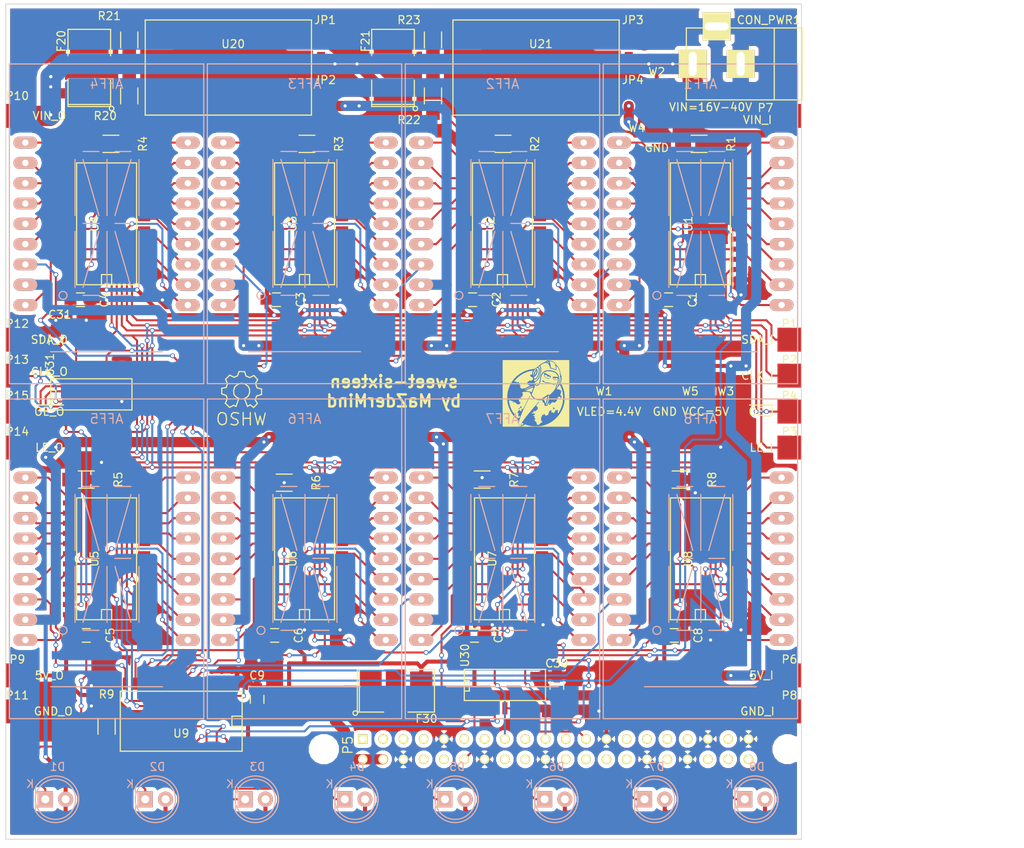
<source format=kicad_pcb>
(kicad_pcb (version 4) (host pcbnew 4.0.2+dfsg1-stable)
  (layers (0 F.Cu signal) (31 B.Cu signal) (34 B.Paste user) (35 F.Paste user) (36 B.SilkS user) (37 F.SilkS user) (38 B.Mask user) (39 F.Mask user) (44 Edge.Cuts user))
  (net 0 "")
  (net 1 "Net-(AFF1-Pad18)")
  (net 2 "Net-(AFF1-Pad1)")
  (net 3 "Net-(AFF1-Pad17)")
  (net 4 "Net-(AFF1-Pad2)")
  (net 5 "Net-(AFF1-Pad16)")
  (net 6 "Net-(AFF1-Pad3)")
  (net 7 "Net-(AFF1-Pad15)")
  (net 8 "Net-(AFF1-Pad4)")
  (net 9 "Net-(AFF1-Pad14)")
  (net 10 "Net-(AFF1-Pad5)")
  (net 11 "Net-(AFF1-Pad13)")
  (net 12 "Net-(AFF1-Pad6)")
  (net 13 "Net-(AFF1-Pad12)")
  (net 14 "Net-(AFF1-Pad7)")
  (net 15 /VLED)
  (net 16 "Net-(AFF1-Pad8)")
  (net 17 "Net-(AFF1-Pad10)")
  (net 18 "Net-(AFF1-Pad9)")
  (net 19 "Net-(AFF2-Pad18)")
  (net 20 "Net-(AFF2-Pad1)")
  (net 21 "Net-(AFF2-Pad17)")
  (net 22 "Net-(AFF2-Pad2)")
  (net 23 "Net-(AFF2-Pad16)")
  (net 24 "Net-(AFF2-Pad3)")
  (net 25 "Net-(AFF2-Pad15)")
  (net 26 "Net-(AFF2-Pad4)")
  (net 27 "Net-(AFF2-Pad14)")
  (net 28 "Net-(AFF2-Pad5)")
  (net 29 "Net-(AFF2-Pad13)")
  (net 30 "Net-(AFF2-Pad6)")
  (net 31 "Net-(AFF2-Pad12)")
  (net 32 "Net-(AFF2-Pad7)")
  (net 33 "Net-(AFF2-Pad8)")
  (net 34 "Net-(AFF2-Pad10)")
  (net 35 "Net-(AFF2-Pad9)")
  (net 36 "Net-(AFF3-Pad18)")
  (net 37 "Net-(AFF3-Pad1)")
  (net 38 "Net-(AFF3-Pad17)")
  (net 39 "Net-(AFF3-Pad2)")
  (net 40 "Net-(AFF3-Pad16)")
  (net 41 "Net-(AFF3-Pad3)")
  (net 42 "Net-(AFF3-Pad15)")
  (net 43 "Net-(AFF3-Pad4)")
  (net 44 "Net-(AFF3-Pad14)")
  (net 45 "Net-(AFF3-Pad5)")
  (net 46 "Net-(AFF3-Pad13)")
  (net 47 "Net-(AFF3-Pad6)")
  (net 48 "Net-(AFF3-Pad12)")
  (net 49 "Net-(AFF3-Pad7)")
  (net 50 "Net-(AFF3-Pad8)")
  (net 51 "Net-(AFF3-Pad10)")
  (net 52 "Net-(AFF3-Pad9)")
  (net 53 "Net-(AFF4-Pad18)")
  (net 54 "Net-(AFF4-Pad1)")
  (net 55 "Net-(AFF4-Pad17)")
  (net 56 "Net-(AFF4-Pad2)")
  (net 57 "Net-(AFF4-Pad16)")
  (net 58 "Net-(AFF4-Pad3)")
  (net 59 "Net-(AFF4-Pad15)")
  (net 60 "Net-(AFF4-Pad4)")
  (net 61 "Net-(AFF4-Pad14)")
  (net 62 "Net-(AFF4-Pad5)")
  (net 63 "Net-(AFF4-Pad13)")
  (net 64 "Net-(AFF4-Pad6)")
  (net 65 "Net-(AFF4-Pad12)")
  (net 66 "Net-(AFF4-Pad7)")
  (net 67 "Net-(AFF4-Pad8)")
  (net 68 "Net-(AFF4-Pad10)")
  (net 69 "Net-(AFF4-Pad9)")
  (net 70 "Net-(AFF5-Pad18)")
  (net 71 "Net-(AFF5-Pad1)")
  (net 72 "Net-(AFF5-Pad17)")
  (net 73 "Net-(AFF5-Pad2)")
  (net 74 "Net-(AFF5-Pad16)")
  (net 75 "Net-(AFF5-Pad3)")
  (net 76 "Net-(AFF5-Pad15)")
  (net 77 "Net-(AFF5-Pad4)")
  (net 78 "Net-(AFF5-Pad14)")
  (net 79 "Net-(AFF5-Pad5)")
  (net 80 "Net-(AFF5-Pad13)")
  (net 81 "Net-(AFF5-Pad6)")
  (net 82 "Net-(AFF5-Pad12)")
  (net 83 "Net-(AFF5-Pad7)")
  (net 84 "Net-(AFF5-Pad8)")
  (net 85 "Net-(AFF5-Pad10)")
  (net 86 "Net-(AFF5-Pad9)")
  (net 87 "Net-(AFF6-Pad18)")
  (net 88 "Net-(AFF6-Pad1)")
  (net 89 "Net-(AFF6-Pad17)")
  (net 90 "Net-(AFF6-Pad2)")
  (net 91 "Net-(AFF6-Pad16)")
  (net 92 "Net-(AFF6-Pad3)")
  (net 93 "Net-(AFF6-Pad15)")
  (net 94 "Net-(AFF6-Pad4)")
  (net 95 "Net-(AFF6-Pad14)")
  (net 96 "Net-(AFF6-Pad5)")
  (net 97 "Net-(AFF6-Pad13)")
  (net 98 "Net-(AFF6-Pad6)")
  (net 99 "Net-(AFF6-Pad12)")
  (net 100 "Net-(AFF6-Pad7)")
  (net 101 "Net-(AFF6-Pad8)")
  (net 102 "Net-(AFF6-Pad10)")
  (net 103 "Net-(AFF6-Pad9)")
  (net 104 "Net-(AFF7-Pad18)")
  (net 105 "Net-(AFF7-Pad1)")
  (net 106 "Net-(AFF7-Pad17)")
  (net 107 "Net-(AFF7-Pad2)")
  (net 108 "Net-(AFF7-Pad16)")
  (net 109 "Net-(AFF7-Pad3)")
  (net 110 "Net-(AFF7-Pad15)")
  (net 111 "Net-(AFF7-Pad4)")
  (net 112 "Net-(AFF7-Pad14)")
  (net 113 "Net-(AFF7-Pad5)")
  (net 114 "Net-(AFF7-Pad13)")
  (net 115 "Net-(AFF7-Pad6)")
  (net 116 "Net-(AFF7-Pad12)")
  (net 117 "Net-(AFF7-Pad7)")
  (net 118 "Net-(AFF7-Pad8)")
  (net 119 "Net-(AFF7-Pad10)")
  (net 120 "Net-(AFF7-Pad9)")
  (net 121 "Net-(AFF8-Pad18)")
  (net 122 "Net-(AFF8-Pad1)")
  (net 123 "Net-(AFF8-Pad17)")
  (net 124 "Net-(AFF8-Pad2)")
  (net 125 "Net-(AFF8-Pad16)")
  (net 126 "Net-(AFF8-Pad3)")
  (net 127 "Net-(AFF8-Pad15)")
  (net 128 "Net-(AFF8-Pad4)")
  (net 129 "Net-(AFF8-Pad14)")
  (net 130 "Net-(AFF8-Pad5)")
  (net 131 "Net-(AFF8-Pad13)")
  (net 132 "Net-(AFF8-Pad6)")
  (net 133 "Net-(AFF8-Pad12)")
  (net 134 "Net-(AFF8-Pad7)")
  (net 135 "Net-(AFF8-Pad8)")
  (net 136 "Net-(AFF8-Pad10)")
  (net 137 "Net-(AFF8-Pad9)")
  (net 138 VCC)
  (net 139 GND)
  (net 140 "Net-(D1-Pad1)")
  (net 141 "Net-(D2-Pad1)")
  (net 142 "Net-(D3-Pad1)")
  (net 143 "Net-(D4-Pad1)")
  (net 144 "Net-(D5-Pad1)")
  (net 145 "Net-(D6-Pad1)")
  (net 146 "Net-(D7-Pad1)")
  (net 147 "Net-(D8-Pad1)")
  (net 148 VIN)
  (net 149 /V_PI)
  (net 150 "Net-(JP1-Pad2)")
  (net 151 "Net-(JP2-Pad1)")
  (net 152 "Net-(JP3-Pad2)")
  (net 153 "Net-(JP4-Pad1)")
  (net 154 /CLK)
  (net 155 /LE)
  (net 156 /~OE)
  (net 157 /~PI_OE)
  (net 158 /PI_LE)
  (net 159 /PI_SDA)
  (net 160 /PI_CLK)
  (net 161 "Net-(P12-Pad1)")
  (net 162 "Net-(P13-Pad1)")
  (net 163 "Net-(P14-Pad1)")
  (net 164 "Net-(P15-Pad1)")
  (net 165 "Net-(R1-Pad2)")
  (net 166 "Net-(R2-Pad2)")
  (net 167 "Net-(R3-Pad2)")
  (net 168 "Net-(R4-Pad2)")
  (net 169 "Net-(R5-Pad2)")
  (net 170 "Net-(R6-Pad2)")
  (net 171 "Net-(R7-Pad2)")
  (net 172 "Net-(R8-Pad2)")
  (net 173 "Net-(R9-Pad2)")
  (net 174 "Net-(F20-Pad2)")
  (net 175 "Net-(F21-Pad2)")
  (net 176 "Net-(R20-Pad1)")
  (net 177 "Net-(R20-Pad2)")
  (net 178 "Net-(R22-Pad1)")
  (net 179 "Net-(R22-Pad2)")
  (net 180 /SDA_I)
  (net 181 /SDA_12)
  (net 182 /SD23)
  (net 183 /SDA_34)
  (net 184 /SDA_45)
  (net 185 /SDA_56)
  (net 186 /SDA_67)
  (net 187 /SDA_78)
  (net 188 /SDA_89)
  (net 189 /SDA_O)
  (module 16segments:PSA12-11 (layer B.Cu) (at 124.46 40.005 270)
    (fp_text reference AFF1 (at -17.5 0 540) (layer B.SilkS) (effects (font (size 1.2 1.2)) (justify mirror)))
    (fp_text value 16SEGMENTS)
    (pad 18 thru_hole oval (at -10.16 10.16 270) (size 1.5 3) (drill 0.8) (layers *.Cu *.Mask B.SilkS) (net 1 "Net-(AFF1-Pad18)"))
    (pad 1 thru_hole oval (at -10.16 -10.16 270) (size 1.5 3) (drill 0.8) (layers *.Cu *.Mask B.SilkS) (net 2 "Net-(AFF1-Pad1)"))
    (pad 17 thru_hole oval (at -7.62 10.16 270) (size 1.5 3) (drill 0.8) (layers *.Cu *.Mask B.SilkS) (net 3 "Net-(AFF1-Pad17)"))
    (pad 2 thru_hole oval (at -7.62 -10.16 270) (size 1.5 3) (drill 0.8) (layers *.Cu *.Mask B.SilkS) (net 4 "Net-(AFF1-Pad2)"))
    (pad 16 thru_hole oval (at -5.08 10.16 270) (size 1.5 3) (drill 0.8) (layers *.Cu *.Mask B.SilkS) (net 5 "Net-(AFF1-Pad16)"))
    (pad 3 thru_hole oval (at -5.08 -10.16 270) (size 1.5 3) (drill 0.8) (layers *.Cu *.Mask B.SilkS) (net 6 "Net-(AFF1-Pad3)"))
    (pad 15 thru_hole oval (at -2.54 10.16 270) (size 1.5 3) (drill 0.8) (layers *.Cu *.Mask B.SilkS) (net 7 "Net-(AFF1-Pad15)"))
    (pad 4 thru_hole oval (at -2.54 -10.16 270) (size 1.5 3) (drill 0.8) (layers *.Cu *.Mask B.SilkS) (net 8 "Net-(AFF1-Pad4)"))
    (pad 14 thru_hole oval (at 0 10.16 270) (size 1.5 3) (drill 0.8) (layers *.Cu *.Mask B.SilkS) (net 9 "Net-(AFF1-Pad14)"))
    (pad 5 thru_hole oval (at 0 -10.16 270) (size 1.5 3) (drill 0.8) (layers *.Cu *.Mask B.SilkS) (net 10 "Net-(AFF1-Pad5)"))
    (pad 13 thru_hole oval (at 2.54 10.16 270) (size 1.5 3) (drill 0.8) (layers *.Cu *.Mask B.SilkS) (net 11 "Net-(AFF1-Pad13)"))
    (pad 6 thru_hole oval (at 2.54 -10.16 270) (size 1.5 3) (drill 0.8) (layers *.Cu *.Mask B.SilkS) (net 12 "Net-(AFF1-Pad6)"))
    (pad 12 thru_hole oval (at 5.08 10.16 270) (size 1.5 3) (drill 0.8) (layers *.Cu *.Mask B.SilkS) (net 13 "Net-(AFF1-Pad12)"))
    (pad 7 thru_hole oval (at 5.08 -10.16 270) (size 1.5 3) (drill 0.8) (layers *.Cu *.Mask B.SilkS) (net 14 "Net-(AFF1-Pad7)"))
    (pad 11 thru_hole oval (at 7.62 10.16 270) (size 1.5 3) (drill 0.8) (layers *.Cu *.Mask B.SilkS) (net 15 /VLED))
    (pad 8 thru_hole oval (at 7.62 -10.16 270) (size 1.5 3) (drill 0.8) (layers *.Cu *.Mask B.SilkS) (net 16 "Net-(AFF1-Pad8)"))
    (pad 10 thru_hole oval (at 10.16 10.16 270) (size 1.5 3) (drill 0.8) (layers *.Cu *.Mask B.SilkS) (net 17 "Net-(AFF1-Pad10)"))
    (pad 9 thru_hole oval (at 10.16 -10.16 270) (size 1.5 3) (drill 0.8) (layers *.Cu *.Mask B.SilkS) (net 18 "Net-(AFF1-Pad9)"))
  )
  (module 16segments:PSA12-11 (layer B.Cu) (at 99.695 40.005 270)
    (fp_text reference AFF2 (at -17.5 0 540) (layer B.SilkS) (effects (font (size 1.2 1.2)) (justify mirror)))
    (fp_text value 16SEGMENTS)
    (pad 18 thru_hole oval (at -10.16 10.16 270) (size 1.5 3) (drill 0.8) (layers *.Cu *.Mask B.SilkS) (net 19 "Net-(AFF2-Pad18)"))
    (pad 1 thru_hole oval (at -10.16 -10.16 270) (size 1.5 3) (drill 0.8) (layers *.Cu *.Mask B.SilkS) (net 20 "Net-(AFF2-Pad1)"))
    (pad 17 thru_hole oval (at -7.62 10.16 270) (size 1.5 3) (drill 0.8) (layers *.Cu *.Mask B.SilkS) (net 21 "Net-(AFF2-Pad17)"))
    (pad 2 thru_hole oval (at -7.62 -10.16 270) (size 1.5 3) (drill 0.8) (layers *.Cu *.Mask B.SilkS) (net 22 "Net-(AFF2-Pad2)"))
    (pad 16 thru_hole oval (at -5.08 10.16 270) (size 1.5 3) (drill 0.8) (layers *.Cu *.Mask B.SilkS) (net 23 "Net-(AFF2-Pad16)"))
    (pad 3 thru_hole oval (at -5.08 -10.16 270) (size 1.5 3) (drill 0.8) (layers *.Cu *.Mask B.SilkS) (net 24 "Net-(AFF2-Pad3)"))
    (pad 15 thru_hole oval (at -2.54 10.16 270) (size 1.5 3) (drill 0.8) (layers *.Cu *.Mask B.SilkS) (net 25 "Net-(AFF2-Pad15)"))
    (pad 4 thru_hole oval (at -2.54 -10.16 270) (size 1.5 3) (drill 0.8) (layers *.Cu *.Mask B.SilkS) (net 26 "Net-(AFF2-Pad4)"))
    (pad 14 thru_hole oval (at 0 10.16 270) (size 1.5 3) (drill 0.8) (layers *.Cu *.Mask B.SilkS) (net 27 "Net-(AFF2-Pad14)"))
    (pad 5 thru_hole oval (at 0 -10.16 270) (size 1.5 3) (drill 0.8) (layers *.Cu *.Mask B.SilkS) (net 28 "Net-(AFF2-Pad5)"))
    (pad 13 thru_hole oval (at 2.54 10.16 270) (size 1.5 3) (drill 0.8) (layers *.Cu *.Mask B.SilkS) (net 29 "Net-(AFF2-Pad13)"))
    (pad 6 thru_hole oval (at 2.54 -10.16 270) (size 1.5 3) (drill 0.8) (layers *.Cu *.Mask B.SilkS) (net 30 "Net-(AFF2-Pad6)"))
    (pad 12 thru_hole oval (at 5.08 10.16 270) (size 1.5 3) (drill 0.8) (layers *.Cu *.Mask B.SilkS) (net 31 "Net-(AFF2-Pad12)"))
    (pad 7 thru_hole oval (at 5.08 -10.16 270) (size 1.5 3) (drill 0.8) (layers *.Cu *.Mask B.SilkS) (net 32 "Net-(AFF2-Pad7)"))
    (pad 11 thru_hole oval (at 7.62 10.16 270) (size 1.5 3) (drill 0.8) (layers *.Cu *.Mask B.SilkS) (net 15 /VLED))
    (pad 8 thru_hole oval (at 7.62 -10.16 270) (size 1.5 3) (drill 0.8) (layers *.Cu *.Mask B.SilkS) (net 33 "Net-(AFF2-Pad8)"))
    (pad 10 thru_hole oval (at 10.16 10.16 270) (size 1.5 3) (drill 0.8) (layers *.Cu *.Mask B.SilkS) (net 34 "Net-(AFF2-Pad10)"))
    (pad 9 thru_hole oval (at 10.16 -10.16 270) (size 1.5 3) (drill 0.8) (layers *.Cu *.Mask B.SilkS) (net 35 "Net-(AFF2-Pad9)"))
  )
  (module 16segments:PSA12-11 (layer B.Cu) (at 74.93 40 270)
    (fp_text reference AFF3 (at -17.5 0 540) (layer B.SilkS) (effects (font (size 1.2 1.2)) (justify mirror)))
    (fp_text value 16SEGMENTS)
    (pad 18 thru_hole oval (at -10.16 10.16 270) (size 1.5 3) (drill 0.8) (layers *.Cu *.Mask B.SilkS) (net 36 "Net-(AFF3-Pad18)"))
    (pad 1 thru_hole oval (at -10.16 -10.16 270) (size 1.5 3) (drill 0.8) (layers *.Cu *.Mask B.SilkS) (net 37 "Net-(AFF3-Pad1)"))
    (pad 17 thru_hole oval (at -7.62 10.16 270) (size 1.5 3) (drill 0.8) (layers *.Cu *.Mask B.SilkS) (net 38 "Net-(AFF3-Pad17)"))
    (pad 2 thru_hole oval (at -7.62 -10.16 270) (size 1.5 3) (drill 0.8) (layers *.Cu *.Mask B.SilkS) (net 39 "Net-(AFF3-Pad2)"))
    (pad 16 thru_hole oval (at -5.08 10.16 270) (size 1.5 3) (drill 0.8) (layers *.Cu *.Mask B.SilkS) (net 40 "Net-(AFF3-Pad16)"))
    (pad 3 thru_hole oval (at -5.08 -10.16 270) (size 1.5 3) (drill 0.8) (layers *.Cu *.Mask B.SilkS) (net 41 "Net-(AFF3-Pad3)"))
    (pad 15 thru_hole oval (at -2.54 10.16 270) (size 1.5 3) (drill 0.8) (layers *.Cu *.Mask B.SilkS) (net 42 "Net-(AFF3-Pad15)"))
    (pad 4 thru_hole oval (at -2.54 -10.16 270) (size 1.5 3) (drill 0.8) (layers *.Cu *.Mask B.SilkS) (net 43 "Net-(AFF3-Pad4)"))
    (pad 14 thru_hole oval (at 0 10.16 270) (size 1.5 3) (drill 0.8) (layers *.Cu *.Mask B.SilkS) (net 44 "Net-(AFF3-Pad14)"))
    (pad 5 thru_hole oval (at 0 -10.16 270) (size 1.5 3) (drill 0.8) (layers *.Cu *.Mask B.SilkS) (net 45 "Net-(AFF3-Pad5)"))
    (pad 13 thru_hole oval (at 2.54 10.16 270) (size 1.5 3) (drill 0.8) (layers *.Cu *.Mask B.SilkS) (net 46 "Net-(AFF3-Pad13)"))
    (pad 6 thru_hole oval (at 2.54 -10.16 270) (size 1.5 3) (drill 0.8) (layers *.Cu *.Mask B.SilkS) (net 47 "Net-(AFF3-Pad6)"))
    (pad 12 thru_hole oval (at 5.08 10.16 270) (size 1.5 3) (drill 0.8) (layers *.Cu *.Mask B.SilkS) (net 48 "Net-(AFF3-Pad12)"))
    (pad 7 thru_hole oval (at 5.08 -10.16 270) (size 1.5 3) (drill 0.8) (layers *.Cu *.Mask B.SilkS) (net 49 "Net-(AFF3-Pad7)"))
    (pad 11 thru_hole oval (at 7.62 10.16 270) (size 1.5 3) (drill 0.8) (layers *.Cu *.Mask B.SilkS) (net 15 /VLED))
    (pad 8 thru_hole oval (at 7.62 -10.16 270) (size 1.5 3) (drill 0.8) (layers *.Cu *.Mask B.SilkS) (net 50 "Net-(AFF3-Pad8)"))
    (pad 10 thru_hole oval (at 10.16 10.16 270) (size 1.5 3) (drill 0.8) (layers *.Cu *.Mask B.SilkS) (net 51 "Net-(AFF3-Pad10)"))
    (pad 9 thru_hole oval (at 10.16 -10.16 270) (size 1.5 3) (drill 0.8) (layers *.Cu *.Mask B.SilkS) (net 52 "Net-(AFF3-Pad9)"))
  )
  (module 16segments:PSA12-11 (layer B.Cu) (at 50.165 40.005 270)
    (fp_text reference AFF4 (at -17.5 0 540) (layer B.SilkS) (effects (font (size 1.2 1.2)) (justify mirror)))
    (fp_text value 16SEGMENTS)
    (pad 18 thru_hole oval (at -10.16 10.16 270) (size 1.5 3) (drill 0.8) (layers *.Cu *.Mask B.SilkS) (net 53 "Net-(AFF4-Pad18)"))
    (pad 1 thru_hole oval (at -10.16 -10.16 270) (size 1.5 3) (drill 0.8) (layers *.Cu *.Mask B.SilkS) (net 54 "Net-(AFF4-Pad1)"))
    (pad 17 thru_hole oval (at -7.62 10.16 270) (size 1.5 3) (drill 0.8) (layers *.Cu *.Mask B.SilkS) (net 55 "Net-(AFF4-Pad17)"))
    (pad 2 thru_hole oval (at -7.62 -10.16 270) (size 1.5 3) (drill 0.8) (layers *.Cu *.Mask B.SilkS) (net 56 "Net-(AFF4-Pad2)"))
    (pad 16 thru_hole oval (at -5.08 10.16 270) (size 1.5 3) (drill 0.8) (layers *.Cu *.Mask B.SilkS) (net 57 "Net-(AFF4-Pad16)"))
    (pad 3 thru_hole oval (at -5.08 -10.16 270) (size 1.5 3) (drill 0.8) (layers *.Cu *.Mask B.SilkS) (net 58 "Net-(AFF4-Pad3)"))
    (pad 15 thru_hole oval (at -2.54 10.16 270) (size 1.5 3) (drill 0.8) (layers *.Cu *.Mask B.SilkS) (net 59 "Net-(AFF4-Pad15)"))
    (pad 4 thru_hole oval (at -2.54 -10.16 270) (size 1.5 3) (drill 0.8) (layers *.Cu *.Mask B.SilkS) (net 60 "Net-(AFF4-Pad4)"))
    (pad 14 thru_hole oval (at 0 10.16 270) (size 1.5 3) (drill 0.8) (layers *.Cu *.Mask B.SilkS) (net 61 "Net-(AFF4-Pad14)"))
    (pad 5 thru_hole oval (at 0 -10.16 270) (size 1.5 3) (drill 0.8) (layers *.Cu *.Mask B.SilkS) (net 62 "Net-(AFF4-Pad5)"))
    (pad 13 thru_hole oval (at 2.54 10.16 270) (size 1.5 3) (drill 0.8) (layers *.Cu *.Mask B.SilkS) (net 63 "Net-(AFF4-Pad13)"))
    (pad 6 thru_hole oval (at 2.54 -10.16 270) (size 1.5 3) (drill 0.8) (layers *.Cu *.Mask B.SilkS) (net 64 "Net-(AFF4-Pad6)"))
    (pad 12 thru_hole oval (at 5.08 10.16 270) (size 1.5 3) (drill 0.8) (layers *.Cu *.Mask B.SilkS) (net 65 "Net-(AFF4-Pad12)"))
    (pad 7 thru_hole oval (at 5.08 -10.16 270) (size 1.5 3) (drill 0.8) (layers *.Cu *.Mask B.SilkS) (net 66 "Net-(AFF4-Pad7)"))
    (pad 11 thru_hole oval (at 7.62 10.16 270) (size 1.5 3) (drill 0.8) (layers *.Cu *.Mask B.SilkS) (net 15 /VLED))
    (pad 8 thru_hole oval (at 7.62 -10.16 270) (size 1.5 3) (drill 0.8) (layers *.Cu *.Mask B.SilkS) (net 67 "Net-(AFF4-Pad8)"))
    (pad 10 thru_hole oval (at 10.16 10.16 270) (size 1.5 3) (drill 0.8) (layers *.Cu *.Mask B.SilkS) (net 68 "Net-(AFF4-Pad10)"))
    (pad 9 thru_hole oval (at 10.16 -10.16 270) (size 1.5 3) (drill 0.8) (layers *.Cu *.Mask B.SilkS) (net 69 "Net-(AFF4-Pad9)"))
  )
  (module 16segments:PSA12-11 (layer B.Cu) (at 50.165 81.915 270)
    (fp_text reference AFF5 (at -17.5 0 540) (layer B.SilkS) (effects (font (size 1.2 1.2)) (justify mirror)))
    (fp_text value 16SEGMENTS)
    (pad 18 thru_hole oval (at -10.16 10.16 270) (size 1.5 3) (drill 0.8) (layers *.Cu *.Mask B.SilkS) (net 70 "Net-(AFF5-Pad18)"))
    (pad 1 thru_hole oval (at -10.16 -10.16 270) (size 1.5 3) (drill 0.8) (layers *.Cu *.Mask B.SilkS) (net 71 "Net-(AFF5-Pad1)"))
    (pad 17 thru_hole oval (at -7.62 10.16 270) (size 1.5 3) (drill 0.8) (layers *.Cu *.Mask B.SilkS) (net 72 "Net-(AFF5-Pad17)"))
    (pad 2 thru_hole oval (at -7.62 -10.16 270) (size 1.5 3) (drill 0.8) (layers *.Cu *.Mask B.SilkS) (net 73 "Net-(AFF5-Pad2)"))
    (pad 16 thru_hole oval (at -5.08 10.16 270) (size 1.5 3) (drill 0.8) (layers *.Cu *.Mask B.SilkS) (net 74 "Net-(AFF5-Pad16)"))
    (pad 3 thru_hole oval (at -5.08 -10.16 270) (size 1.5 3) (drill 0.8) (layers *.Cu *.Mask B.SilkS) (net 75 "Net-(AFF5-Pad3)"))
    (pad 15 thru_hole oval (at -2.54 10.16 270) (size 1.5 3) (drill 0.8) (layers *.Cu *.Mask B.SilkS) (net 76 "Net-(AFF5-Pad15)"))
    (pad 4 thru_hole oval (at -2.54 -10.16 270) (size 1.5 3) (drill 0.8) (layers *.Cu *.Mask B.SilkS) (net 77 "Net-(AFF5-Pad4)"))
    (pad 14 thru_hole oval (at 0 10.16 270) (size 1.5 3) (drill 0.8) (layers *.Cu *.Mask B.SilkS) (net 78 "Net-(AFF5-Pad14)"))
    (pad 5 thru_hole oval (at 0 -10.16 270) (size 1.5 3) (drill 0.8) (layers *.Cu *.Mask B.SilkS) (net 79 "Net-(AFF5-Pad5)"))
    (pad 13 thru_hole oval (at 2.54 10.16 270) (size 1.5 3) (drill 0.8) (layers *.Cu *.Mask B.SilkS) (net 80 "Net-(AFF5-Pad13)"))
    (pad 6 thru_hole oval (at 2.54 -10.16 270) (size 1.5 3) (drill 0.8) (layers *.Cu *.Mask B.SilkS) (net 81 "Net-(AFF5-Pad6)"))
    (pad 12 thru_hole oval (at 5.08 10.16 270) (size 1.5 3) (drill 0.8) (layers *.Cu *.Mask B.SilkS) (net 82 "Net-(AFF5-Pad12)"))
    (pad 7 thru_hole oval (at 5.08 -10.16 270) (size 1.5 3) (drill 0.8) (layers *.Cu *.Mask B.SilkS) (net 83 "Net-(AFF5-Pad7)"))
    (pad 11 thru_hole oval (at 7.62 10.16 270) (size 1.5 3) (drill 0.8) (layers *.Cu *.Mask B.SilkS) (net 15 /VLED))
    (pad 8 thru_hole oval (at 7.62 -10.16 270) (size 1.5 3) (drill 0.8) (layers *.Cu *.Mask B.SilkS) (net 84 "Net-(AFF5-Pad8)"))
    (pad 10 thru_hole oval (at 10.16 10.16 270) (size 1.5 3) (drill 0.8) (layers *.Cu *.Mask B.SilkS) (net 85 "Net-(AFF5-Pad10)"))
    (pad 9 thru_hole oval (at 10.16 -10.16 270) (size 1.5 3) (drill 0.8) (layers *.Cu *.Mask B.SilkS) (net 86 "Net-(AFF5-Pad9)"))
  )
  (module 16segments:PSA12-11 (layer B.Cu) (at 74.93 81.915 270)
    (fp_text reference AFF6 (at -17.5 0 540) (layer B.SilkS) (effects (font (size 1.2 1.2)) (justify mirror)))
    (fp_text value 16SEGMENTS)
    (pad 18 thru_hole oval (at -10.16 10.16 270) (size 1.5 3) (drill 0.8) (layers *.Cu *.Mask B.SilkS) (net 87 "Net-(AFF6-Pad18)"))
    (pad 1 thru_hole oval (at -10.16 -10.16 270) (size 1.5 3) (drill 0.8) (layers *.Cu *.Mask B.SilkS) (net 88 "Net-(AFF6-Pad1)"))
    (pad 17 thru_hole oval (at -7.62 10.16 270) (size 1.5 3) (drill 0.8) (layers *.Cu *.Mask B.SilkS) (net 89 "Net-(AFF6-Pad17)"))
    (pad 2 thru_hole oval (at -7.62 -10.16 270) (size 1.5 3) (drill 0.8) (layers *.Cu *.Mask B.SilkS) (net 90 "Net-(AFF6-Pad2)"))
    (pad 16 thru_hole oval (at -5.08 10.16 270) (size 1.5 3) (drill 0.8) (layers *.Cu *.Mask B.SilkS) (net 91 "Net-(AFF6-Pad16)"))
    (pad 3 thru_hole oval (at -5.08 -10.16 270) (size 1.5 3) (drill 0.8) (layers *.Cu *.Mask B.SilkS) (net 92 "Net-(AFF6-Pad3)"))
    (pad 15 thru_hole oval (at -2.54 10.16 270) (size 1.5 3) (drill 0.8) (layers *.Cu *.Mask B.SilkS) (net 93 "Net-(AFF6-Pad15)"))
    (pad 4 thru_hole oval (at -2.54 -10.16 270) (size 1.5 3) (drill 0.8) (layers *.Cu *.Mask B.SilkS) (net 94 "Net-(AFF6-Pad4)"))
    (pad 14 thru_hole oval (at 0 10.16 270) (size 1.5 3) (drill 0.8) (layers *.Cu *.Mask B.SilkS) (net 95 "Net-(AFF6-Pad14)"))
    (pad 5 thru_hole oval (at 0 -10.16 270) (size 1.5 3) (drill 0.8) (layers *.Cu *.Mask B.SilkS) (net 96 "Net-(AFF6-Pad5)"))
    (pad 13 thru_hole oval (at 2.54 10.16 270) (size 1.5 3) (drill 0.8) (layers *.Cu *.Mask B.SilkS) (net 97 "Net-(AFF6-Pad13)"))
    (pad 6 thru_hole oval (at 2.54 -10.16 270) (size 1.5 3) (drill 0.8) (layers *.Cu *.Mask B.SilkS) (net 98 "Net-(AFF6-Pad6)"))
    (pad 12 thru_hole oval (at 5.08 10.16 270) (size 1.5 3) (drill 0.8) (layers *.Cu *.Mask B.SilkS) (net 99 "Net-(AFF6-Pad12)"))
    (pad 7 thru_hole oval (at 5.08 -10.16 270) (size 1.5 3) (drill 0.8) (layers *.Cu *.Mask B.SilkS) (net 100 "Net-(AFF6-Pad7)"))
    (pad 11 thru_hole oval (at 7.62 10.16 270) (size 1.5 3) (drill 0.8) (layers *.Cu *.Mask B.SilkS) (net 15 /VLED))
    (pad 8 thru_hole oval (at 7.62 -10.16 270) (size 1.5 3) (drill 0.8) (layers *.Cu *.Mask B.SilkS) (net 101 "Net-(AFF6-Pad8)"))
    (pad 10 thru_hole oval (at 10.16 10.16 270) (size 1.5 3) (drill 0.8) (layers *.Cu *.Mask B.SilkS) (net 102 "Net-(AFF6-Pad10)"))
    (pad 9 thru_hole oval (at 10.16 -10.16 270) (size 1.5 3) (drill 0.8) (layers *.Cu *.Mask B.SilkS) (net 103 "Net-(AFF6-Pad9)"))
  )
  (module 16segments:PSA12-11 (layer B.Cu) (at 99.695 81.915 270)
    (fp_text reference AFF7 (at -17.5 0 540) (layer B.SilkS) (effects (font (size 1.2 1.2)) (justify mirror)))
    (fp_text value 16SEGMENTS)
    (pad 18 thru_hole oval (at -10.16 10.16 270) (size 1.5 3) (drill 0.8) (layers *.Cu *.Mask B.SilkS) (net 104 "Net-(AFF7-Pad18)"))
    (pad 1 thru_hole oval (at -10.16 -10.16 270) (size 1.5 3) (drill 0.8) (layers *.Cu *.Mask B.SilkS) (net 105 "Net-(AFF7-Pad1)"))
    (pad 17 thru_hole oval (at -7.62 10.16 270) (size 1.5 3) (drill 0.8) (layers *.Cu *.Mask B.SilkS) (net 106 "Net-(AFF7-Pad17)"))
    (pad 2 thru_hole oval (at -7.62 -10.16 270) (size 1.5 3) (drill 0.8) (layers *.Cu *.Mask B.SilkS) (net 107 "Net-(AFF7-Pad2)"))
    (pad 16 thru_hole oval (at -5.08 10.16 270) (size 1.5 3) (drill 0.8) (layers *.Cu *.Mask B.SilkS) (net 108 "Net-(AFF7-Pad16)"))
    (pad 3 thru_hole oval (at -5.08 -10.16 270) (size 1.5 3) (drill 0.8) (layers *.Cu *.Mask B.SilkS) (net 109 "Net-(AFF7-Pad3)"))
    (pad 15 thru_hole oval (at -2.54 10.16 270) (size 1.5 3) (drill 0.8) (layers *.Cu *.Mask B.SilkS) (net 110 "Net-(AFF7-Pad15)"))
    (pad 4 thru_hole oval (at -2.54 -10.16 270) (size 1.5 3) (drill 0.8) (layers *.Cu *.Mask B.SilkS) (net 111 "Net-(AFF7-Pad4)"))
    (pad 14 thru_hole oval (at 0 10.16 270) (size 1.5 3) (drill 0.8) (layers *.Cu *.Mask B.SilkS) (net 112 "Net-(AFF7-Pad14)"))
    (pad 5 thru_hole oval (at 0 -10.16 270) (size 1.5 3) (drill 0.8) (layers *.Cu *.Mask B.SilkS) (net 113 "Net-(AFF7-Pad5)"))
    (pad 13 thru_hole oval (at 2.54 10.16 270) (size 1.5 3) (drill 0.8) (layers *.Cu *.Mask B.SilkS) (net 114 "Net-(AFF7-Pad13)"))
    (pad 6 thru_hole oval (at 2.54 -10.16 270) (size 1.5 3) (drill 0.8) (layers *.Cu *.Mask B.SilkS) (net 115 "Net-(AFF7-Pad6)"))
    (pad 12 thru_hole oval (at 5.08 10.16 270) (size 1.5 3) (drill 0.8) (layers *.Cu *.Mask B.SilkS) (net 116 "Net-(AFF7-Pad12)"))
    (pad 7 thru_hole oval (at 5.08 -10.16 270) (size 1.5 3) (drill 0.8) (layers *.Cu *.Mask B.SilkS) (net 117 "Net-(AFF7-Pad7)"))
    (pad 11 thru_hole oval (at 7.62 10.16 270) (size 1.5 3) (drill 0.8) (layers *.Cu *.Mask B.SilkS) (net 15 /VLED))
    (pad 8 thru_hole oval (at 7.62 -10.16 270) (size 1.5 3) (drill 0.8) (layers *.Cu *.Mask B.SilkS) (net 118 "Net-(AFF7-Pad8)"))
    (pad 10 thru_hole oval (at 10.16 10.16 270) (size 1.5 3) (drill 0.8) (layers *.Cu *.Mask B.SilkS) (net 119 "Net-(AFF7-Pad10)"))
    (pad 9 thru_hole oval (at 10.16 -10.16 270) (size 1.5 3) (drill 0.8) (layers *.Cu *.Mask B.SilkS) (net 120 "Net-(AFF7-Pad9)"))
  )
  (module 16segments:PSA12-11 (layer B.Cu) (at 124.46 81.915 270)
    (fp_text reference AFF8 (at -17.5 0 540) (layer B.SilkS) (effects (font (size 1.2 1.2)) (justify mirror)))
    (fp_text value 16SEGMENTS)
    (pad 18 thru_hole oval (at -10.16 10.16 270) (size 1.5 3) (drill 0.8) (layers *.Cu *.Mask B.SilkS) (net 121 "Net-(AFF8-Pad18)"))
    (pad 1 thru_hole oval (at -10.16 -10.16 270) (size 1.5 3) (drill 0.8) (layers *.Cu *.Mask B.SilkS) (net 122 "Net-(AFF8-Pad1)"))
    (pad 17 thru_hole oval (at -7.62 10.16 270) (size 1.5 3) (drill 0.8) (layers *.Cu *.Mask B.SilkS) (net 123 "Net-(AFF8-Pad17)"))
    (pad 2 thru_hole oval (at -7.62 -10.16 270) (size 1.5 3) (drill 0.8) (layers *.Cu *.Mask B.SilkS) (net 124 "Net-(AFF8-Pad2)"))
    (pad 16 thru_hole oval (at -5.08 10.16 270) (size 1.5 3) (drill 0.8) (layers *.Cu *.Mask B.SilkS) (net 125 "Net-(AFF8-Pad16)"))
    (pad 3 thru_hole oval (at -5.08 -10.16 270) (size 1.5 3) (drill 0.8) (layers *.Cu *.Mask B.SilkS) (net 126 "Net-(AFF8-Pad3)"))
    (pad 15 thru_hole oval (at -2.54 10.16 270) (size 1.5 3) (drill 0.8) (layers *.Cu *.Mask B.SilkS) (net 127 "Net-(AFF8-Pad15)"))
    (pad 4 thru_hole oval (at -2.54 -10.16 270) (size 1.5 3) (drill 0.8) (layers *.Cu *.Mask B.SilkS) (net 128 "Net-(AFF8-Pad4)"))
    (pad 14 thru_hole oval (at 0 10.16 270) (size 1.5 3) (drill 0.8) (layers *.Cu *.Mask B.SilkS) (net 129 "Net-(AFF8-Pad14)"))
    (pad 5 thru_hole oval (at 0 -10.16 270) (size 1.5 3) (drill 0.8) (layers *.Cu *.Mask B.SilkS) (net 130 "Net-(AFF8-Pad5)"))
    (pad 13 thru_hole oval (at 2.54 10.16 270) (size 1.5 3) (drill 0.8) (layers *.Cu *.Mask B.SilkS) (net 131 "Net-(AFF8-Pad13)"))
    (pad 6 thru_hole oval (at 2.54 -10.16 270) (size 1.5 3) (drill 0.8) (layers *.Cu *.Mask B.SilkS) (net 132 "Net-(AFF8-Pad6)"))
    (pad 12 thru_hole oval (at 5.08 10.16 270) (size 1.5 3) (drill 0.8) (layers *.Cu *.Mask B.SilkS) (net 133 "Net-(AFF8-Pad12)"))
    (pad 7 thru_hole oval (at 5.08 -10.16 270) (size 1.5 3) (drill 0.8) (layers *.Cu *.Mask B.SilkS) (net 134 "Net-(AFF8-Pad7)"))
    (pad 11 thru_hole oval (at 7.62 10.16 270) (size 1.5 3) (drill 0.8) (layers *.Cu *.Mask B.SilkS) (net 15 /VLED))
    (pad 8 thru_hole oval (at 7.62 -10.16 270) (size 1.5 3) (drill 0.8) (layers *.Cu *.Mask B.SilkS) (net 135 "Net-(AFF8-Pad8)"))
    (pad 10 thru_hole oval (at 10.16 10.16 270) (size 1.5 3) (drill 0.8) (layers *.Cu *.Mask B.SilkS) (net 136 "Net-(AFF8-Pad10)"))
    (pad 9 thru_hole oval (at 10.16 -10.16 270) (size 1.5 3) (drill 0.8) (layers *.Cu *.Mask B.SilkS) (net 137 "Net-(AFF8-Pad9)"))
  )
  (module Capacitors_SMD:C_0805_HandSoldering (layer F.Cu) (at 120.485 49.5)
    (fp_text reference C1 (at 3 0 90) (layer F.SilkS))
    (fp_text value 10nf)
    (pad 1 smd rect (at -1.25 0) (size 1.5 1.25) (layers F.Cu F.Paste F.Mask) (net 138 VCC))
    (pad 2 smd rect (at 1.25 0) (size 1.5 1.25) (layers F.Cu F.Paste F.Mask) (net 139 GND))
  )
  (module Capacitors_SMD:C_0805_HandSoldering (layer F.Cu) (at 95.955 49.5)
    (fp_text reference C2 (at 3 0 90) (layer F.SilkS))
    (fp_text value 10nf)
    (pad 1 smd rect (at -1.25 0) (size 1.5 1.25) (layers F.Cu F.Paste F.Mask) (net 138 VCC))
    (pad 2 smd rect (at 1.25 0) (size 1.5 1.25) (layers F.Cu F.Paste F.Mask) (net 139 GND))
  )
  (module Capacitors_SMD:C_0805_HandSoldering (layer F.Cu) (at 71.425 49.5)
    (fp_text reference C3 (at 3 0 90) (layer F.SilkS))
    (fp_text value 10nf)
    (pad 1 smd rect (at -1.25 0) (size 1.5 1.25) (layers F.Cu F.Paste F.Mask) (net 138 VCC))
    (pad 2 smd rect (at 1.25 0) (size 1.5 1.25) (layers F.Cu F.Paste F.Mask) (net 139 GND))
  )
  (module Capacitors_SMD:C_0805_HandSoldering (layer F.Cu) (at 46.895 49.5)
    (fp_text reference C4 (at 3 0 90) (layer F.SilkS))
    (fp_text value 10nf)
    (pad 1 smd rect (at -1.25 0) (size 1.5 1.25) (layers F.Cu F.Paste F.Mask) (net 138 VCC))
    (pad 2 smd rect (at 1.25 0) (size 1.5 1.25) (layers F.Cu F.Paste F.Mask) (net 139 GND))
  )
  (module Capacitors_SMD:C_0805_HandSoldering (layer F.Cu) (at 47.625 91.5)
    (fp_text reference C5 (at 3 0 90) (layer F.SilkS))
    (fp_text value 10nf)
    (pad 1 smd rect (at -1.25 0) (size 1.5 1.25) (layers F.Cu F.Paste F.Mask) (net 138 VCC))
    (pad 2 smd rect (at 1.25 0) (size 1.5 1.25) (layers F.Cu F.Paste F.Mask) (net 139 GND))
  )
  (module Capacitors_SMD:C_0805_HandSoldering (layer F.Cu) (at 71.19 91.5)
    (fp_text reference C6 (at 3 0 90) (layer F.SilkS))
    (fp_text value 10nf)
    (pad 1 smd rect (at -1.25 0) (size 1.5 1.25) (layers F.Cu F.Paste F.Mask) (net 138 VCC))
    (pad 2 smd rect (at 1.25 0) (size 1.5 1.25) (layers F.Cu F.Paste F.Mask) (net 139 GND))
  )
  (module Capacitors_SMD:C_0805_HandSoldering (layer F.Cu) (at 96.19 91.5)
    (fp_text reference C7 (at 3 0 90) (layer F.SilkS))
    (fp_text value 10nf)
    (pad 1 smd rect (at -1.25 0) (size 1.5 1.25) (layers F.Cu F.Paste F.Mask) (net 138 VCC))
    (pad 2 smd rect (at 1.25 0) (size 1.5 1.25) (layers F.Cu F.Paste F.Mask) (net 139 GND))
  )
  (module Capacitors_SMD:C_0805_HandSoldering (layer F.Cu) (at 121.19 91.5)
    (fp_text reference C8 (at 3 0 90) (layer F.SilkS))
    (fp_text value 10nf)
    (pad 1 smd rect (at -1.25 0) (size 1.5 1.25) (layers F.Cu F.Paste F.Mask) (net 138 VCC))
    (pad 2 smd rect (at 1.25 0) (size 1.5 1.25) (layers F.Cu F.Paste F.Mask) (net 139 GND))
  )
  (module Capacitors_SMD:C_0805_HandSoldering (layer F.Cu) (at 69 99.5 90)
    (fp_text reference C9 (at 3 0 180) (layer F.SilkS))
    (fp_text value 10nf)
    (pad 1 smd rect (at -1.25 0 90) (size 1.5 1.25) (layers F.Cu F.Paste F.Mask) (net 138 VCC))
    (pad 2 smd rect (at 1.25 0 90) (size 1.5 1.25) (layers F.Cu F.Paste F.Mask) (net 139 GND))
  )
  (module Connect:BARREL_JACK (layer F.Cu) (at 129.7004 20 180)
    (fp_text reference CON_PWR1 (at -3.2996 5.5 360) (layer F.SilkS))
    (fp_text value PWR)
    (pad 1 thru_hole rect (at 6.20014 0 180) (size 3.50012 3.50012) (drill oval 1.00076 2.99974) (layers *.Cu *.Mask F.SilkS) (net 148 VIN))
    (pad 2 thru_hole rect (at 0.20066 0 180) (size 3.50012 3.50012) (drill oval 1.00076 2.99974) (layers *.Cu *.Mask F.SilkS) (net 139 GND))
    (pad 3 thru_hole rect (at 3.2004 4.699 180) (size 3.50012 3.50012) (drill oval 2.99974 1.00076) (layers *.Cu *.Mask F.SilkS) (net 139 GND))
  )
  (module LEDs:LED-5MM (layer B.Cu) (at 42.5 112)
    (fp_text reference D1 (at 1.524 -4.064) (layer B.SilkS) (effects (justify mirror)))
    (fp_text value LED)
    (fp_text user K (at -1.905 -1.905) (layer B.SilkS) (effects (justify mirror)))
    (pad 1 thru_hole rect (at 0 0 270) (size 2 1.9) (drill 1.00076) (layers *.Cu *.Mask B.SilkS) (net 140 "Net-(D1-Pad1)"))
    (pad 2 thru_hole circle (at 2.54 0) (size 1.9 1.9) (drill 1.00076) (layers *.Cu *.Mask B.SilkS) (net 15 /VLED))
  )
  (module LEDs:LED-5MM (layer B.Cu) (at 55 112)
    (fp_text reference D2 (at 1.524 -4.064) (layer B.SilkS) (effects (justify mirror)))
    (fp_text value LED)
    (fp_text user K (at -1.905 -1.905) (layer B.SilkS) (effects (justify mirror)))
    (pad 1 thru_hole rect (at 0 0 270) (size 2 1.9) (drill 1.00076) (layers *.Cu *.Mask B.SilkS) (net 141 "Net-(D2-Pad1)"))
    (pad 2 thru_hole circle (at 2.54 0) (size 1.9 1.9) (drill 1.00076) (layers *.Cu *.Mask B.SilkS) (net 15 /VLED))
  )
  (module LEDs:LED-5MM (layer B.Cu) (at 67.5 112)
    (fp_text reference D3 (at 1.524 -4.064) (layer B.SilkS) (effects (justify mirror)))
    (fp_text value LED)
    (fp_text user K (at -1.905 -1.905) (layer B.SilkS) (effects (justify mirror)))
    (pad 1 thru_hole rect (at 0 0 270) (size 2 1.9) (drill 1.00076) (layers *.Cu *.Mask B.SilkS) (net 142 "Net-(D3-Pad1)"))
    (pad 2 thru_hole circle (at 2.54 0) (size 1.9 1.9) (drill 1.00076) (layers *.Cu *.Mask B.SilkS) (net 15 /VLED))
  )
  (module LEDs:LED-5MM (layer B.Cu) (at 79.96 112)
    (fp_text reference D4 (at 1.524 -4.064) (layer B.SilkS) (effects (justify mirror)))
    (fp_text value LED)
    (fp_text user K (at -1.905 -1.905) (layer B.SilkS) (effects (justify mirror)))
    (pad 1 thru_hole rect (at 0 0 270) (size 2 1.9) (drill 1.00076) (layers *.Cu *.Mask B.SilkS) (net 143 "Net-(D4-Pad1)"))
    (pad 2 thru_hole circle (at 2.54 0) (size 1.9 1.9) (drill 1.00076) (layers *.Cu *.Mask B.SilkS) (net 15 /VLED))
  )
  (module LEDs:LED-5MM (layer B.Cu) (at 92.5 112)
    (fp_text reference D5 (at 1.524 -4.064) (layer B.SilkS) (effects (justify mirror)))
    (fp_text value LED)
    (fp_text user K (at -1.905 -1.905) (layer B.SilkS) (effects (justify mirror)))
    (pad 1 thru_hole rect (at 0 0 270) (size 2 1.9) (drill 1.00076) (layers *.Cu *.Mask B.SilkS) (net 144 "Net-(D5-Pad1)"))
    (pad 2 thru_hole circle (at 2.54 0) (size 1.9 1.9) (drill 1.00076) (layers *.Cu *.Mask B.SilkS) (net 15 /VLED))
  )
  (module LEDs:LED-5MM (layer B.Cu) (at 104.96 112)
    (fp_text reference D6 (at 1.524 -4.064) (layer B.SilkS) (effects (justify mirror)))
    (fp_text value LED)
    (fp_text user K (at -1.905 -1.905) (layer B.SilkS) (effects (justify mirror)))
    (pad 1 thru_hole rect (at 0 0 270) (size 2 1.9) (drill 1.00076) (layers *.Cu *.Mask B.SilkS) (net 145 "Net-(D6-Pad1)"))
    (pad 2 thru_hole circle (at 2.54 0) (size 1.9 1.9) (drill 1.00076) (layers *.Cu *.Mask B.SilkS) (net 15 /VLED))
  )
  (module LEDs:LED-5MM (layer B.Cu) (at 117.46 112)
    (fp_text reference D7 (at 1.524 -4.064) (layer B.SilkS) (effects (justify mirror)))
    (fp_text value LED)
    (fp_text user K (at -1.905 -1.905) (layer B.SilkS) (effects (justify mirror)))
    (pad 1 thru_hole rect (at 0 0 270) (size 2 1.9) (drill 1.00076) (layers *.Cu *.Mask B.SilkS) (net 146 "Net-(D7-Pad1)"))
    (pad 2 thru_hole circle (at 2.54 0) (size 1.9 1.9) (drill 1.00076) (layers *.Cu *.Mask B.SilkS) (net 15 /VLED))
  )
  (module LEDs:LED-5MM (layer B.Cu) (at 130 112)
    (fp_text reference D8 (at 1.524 -4.064) (layer B.SilkS) (effects (justify mirror)))
    (fp_text value LED)
    (fp_text user K (at -1.905 -1.905) (layer B.SilkS) (effects (justify mirror)))
    (pad 1 thru_hole rect (at 0 0 270) (size 2 1.9) (drill 1.00076) (layers *.Cu *.Mask B.SilkS) (net 147 "Net-(D8-Pad1)"))
    (pad 2 thru_hole circle (at 2.54 0) (size 1.9 1.9) (drill 1.00076) (layers *.Cu *.Mask B.SilkS) (net 15 /VLED))
  )
  (module jumper:SMD_Jumper_3 (layer F.Cu) (at 77 17.5 270)
    (fp_text reference JP1 (at -3 -0.5 360) (layer F.SilkS))
    (fp_text value JUMPER3)
    (pad 1 smd rect (at -1.5 0 270) (size 1 1) (layers F.Cu F.Paste F.Mask) (net 139 GND))
    (pad 2 smd rect (at 0 0 270) (size 1 1) (layers F.Cu F.Paste F.Mask) (net 150 "Net-(JP1-Pad2)"))
    (pad 3 smd rect (at 1.5 0 270) (size 1 1) (layers F.Cu F.Paste F.Mask) (net 148 VIN))
  )
  (module jumper:SMD_Jumper_2 (layer F.Cu) (at 77 24.5 270)
    (fp_text reference JP2 (at -2.5 -0.5 360) (layer F.SilkS))
    (fp_text value JUMPER)
    (pad 1 smd rect (at -0.75 0 270) (size 1 1) (layers F.Cu F.Paste F.Mask) (net 151 "Net-(JP2-Pad1)"))
    (pad 2 smd rect (at 0.75 0 270) (size 1 1) (layers F.Cu F.Paste F.Mask) (net 15 /VLED))
  )
  (module jumper:SMD_Jumper_3 (layer F.Cu) (at 115.5 17.5 270)
    (fp_text reference JP3 (at -3 -0.5 360) (layer F.SilkS))
    (fp_text value JUMPER3)
    (pad 1 smd rect (at -1.5 0 270) (size 1 1) (layers F.Cu F.Paste F.Mask) (net 139 GND))
    (pad 2 smd rect (at 0 0 270) (size 1 1) (layers F.Cu F.Paste F.Mask) (net 152 "Net-(JP3-Pad2)"))
    (pad 3 smd rect (at 1.5 0 270) (size 1 1) (layers F.Cu F.Paste F.Mask) (net 148 VIN))
  )
  (module jumper:SMD_Jumper_2 (layer F.Cu) (at 115.5 24.5 270)
    (fp_text reference JP4 (at -2.5 -0.5 360) (layer F.SilkS))
    (fp_text value JUMPER)
    (pad 1 smd rect (at -0.75 0 270) (size 1 1) (layers F.Cu F.Paste F.Mask) (net 153 "Net-(JP4-Pad1)"))
    (pad 2 smd rect (at 0.75 0 270) (size 1 1) (layers F.Cu F.Paste F.Mask) (net 138 VCC))
  )
  (module rpi-header:rpi-header (layer F.Cu) (at 106.35 105.73)
    (fp_text reference P5 (at -26 -0.5 90) (layer F.SilkS) (effects (font (size 1.2 1.2))))
    (fp_text value CONN_02X20)
    (pad 2 thru_hole circle (at -24.13 1.27) (size 1.2 1.2) (drill 0.8) (layers *.Cu *.Mask F.SilkS) (net 149 /V_PI))
    (pad 1 thru_hole rect (at -24.13 -1.27) (size 1.2 1.2) (drill 0.8) (layers *.Cu *.Mask F.SilkS))
    (pad 4 thru_hole circle (at -21.59 1.27) (size 1.2 1.2) (drill 0.8) (layers *.Cu *.Mask F.SilkS) (net 149 /V_PI))
    (pad 3 thru_hole circle (at -21.59 -1.27) (size 1.2 1.2) (drill 0.8) (layers *.Cu *.Mask F.SilkS))
    (pad 6 thru_hole circle (at -19.05 1.27) (size 1.2 1.2) (drill 0.8) (layers *.Cu *.Mask F.SilkS) (net 139 GND))
    (pad 5 thru_hole circle (at -19.05 -1.27) (size 1.2 1.2) (drill 0.8) (layers *.Cu *.Mask F.SilkS))
    (pad 8 thru_hole circle (at -16.51 1.27) (size 1.2 1.2) (drill 0.8) (layers *.Cu *.Mask F.SilkS))
    (pad 7 thru_hole circle (at -16.51 -1.27) (size 1.2 1.2) (drill 0.8) (layers *.Cu *.Mask F.SilkS))
    (pad 10 thru_hole circle (at -13.97 1.27) (size 1.2 1.2) (drill 0.8) (layers *.Cu *.Mask F.SilkS))
    (pad 9 thru_hole circle (at -13.97 -1.27) (size 1.2 1.2) (drill 0.8) (layers *.Cu *.Mask F.SilkS) (net 139 GND))
    (pad 12 thru_hole circle (at -11.43 1.27) (size 1.2 1.2) (drill 0.8) (layers *.Cu *.Mask F.SilkS) (net 157 /~PI_OE))
    (pad 11 thru_hole circle (at -11.43 -1.27) (size 1.2 1.2) (drill 0.8) (layers *.Cu *.Mask F.SilkS))
    (pad 14 thru_hole circle (at -8.89 1.27) (size 1.2 1.2) (drill 0.8) (layers *.Cu *.Mask F.SilkS) (net 139 GND))
    (pad 13 thru_hole circle (at -8.89 -1.27) (size 1.2 1.2) (drill 0.8) (layers *.Cu *.Mask F.SilkS))
    (pad 16 thru_hole circle (at -6.35 1.27) (size 1.2 1.2) (drill 0.8) (layers *.Cu *.Mask F.SilkS))
    (pad 15 thru_hole circle (at -6.35 -1.27) (size 1.2 1.2) (drill 0.8) (layers *.Cu *.Mask F.SilkS) (net 158 /PI_LE))
    (pad 18 thru_hole circle (at -3.81 1.27) (size 1.2 1.2) (drill 0.8) (layers *.Cu *.Mask F.SilkS))
    (pad 17 thru_hole circle (at -3.81 -1.27) (size 1.2 1.2) (drill 0.8) (layers *.Cu *.Mask F.SilkS))
    (pad 20 thru_hole circle (at -1.27 1.27) (size 1.2 1.2) (drill 0.8) (layers *.Cu *.Mask F.SilkS) (net 139 GND))
    (pad 19 thru_hole circle (at -1.27 -1.27) (size 1.2 1.2) (drill 0.8) (layers *.Cu *.Mask F.SilkS) (net 159 /PI_SDA))
    (pad 22 thru_hole circle (at 1.27 1.27) (size 1.2 1.2) (drill 0.8) (layers *.Cu *.Mask F.SilkS))
    (pad 21 thru_hole circle (at 1.27 -1.27) (size 1.2 1.2) (drill 0.8) (layers *.Cu *.Mask F.SilkS))
    (pad 24 thru_hole circle (at 3.81 1.27) (size 1.2 1.2) (drill 0.8) (layers *.Cu *.Mask F.SilkS))
    (pad 23 thru_hole circle (at 3.81 -1.27) (size 1.2 1.2) (drill 0.8) (layers *.Cu *.Mask F.SilkS) (net 160 /PI_CLK))
    (pad 26 thru_hole circle (at 6.35 1.27) (size 1.2 1.2) (drill 0.8) (layers *.Cu *.Mask F.SilkS))
    (pad 25 thru_hole circle (at 6.35 -1.27) (size 1.2 1.2) (drill 0.8) (layers *.Cu *.Mask F.SilkS) (net 139 GND))
    (pad 28 thru_hole circle (at 8.89 1.27) (size 1.2 1.2) (drill 0.8) (layers *.Cu *.Mask F.SilkS))
    (pad 27 thru_hole circle (at 8.89 -1.27) (size 1.2 1.2) (drill 0.8) (layers *.Cu *.Mask F.SilkS))
    (pad 30 thru_hole circle (at 11.43 1.27) (size 1.2 1.2) (drill 0.8) (layers *.Cu *.Mask F.SilkS) (net 139 GND))
    (pad 29 thru_hole circle (at 11.43 -1.27) (size 1.2 1.2) (drill 0.8) (layers *.Cu *.Mask F.SilkS))
    (pad 32 thru_hole circle (at 13.97 1.27) (size 1.2 1.2) (drill 0.8) (layers *.Cu *.Mask F.SilkS))
    (pad 31 thru_hole circle (at 13.97 -1.27) (size 1.2 1.2) (drill 0.8) (layers *.Cu *.Mask F.SilkS))
    (pad 34 thru_hole circle (at 16.51 1.27) (size 1.2 1.2) (drill 0.8) (layers *.Cu *.Mask F.SilkS) (net 139 GND))
    (pad 33 thru_hole circle (at 16.51 -1.27) (size 1.2 1.2) (drill 0.8) (layers *.Cu *.Mask F.SilkS))
    (pad 36 thru_hole circle (at 19.05 1.27) (size 1.2 1.2) (drill 0.8) (layers *.Cu *.Mask F.SilkS))
    (pad 35 thru_hole circle (at 19.05 -1.27) (size 1.2 1.2) (drill 0.8) (layers *.Cu *.Mask F.SilkS) (net 139 GND))
    (pad 38 thru_hole circle (at 21.59 1.27) (size 1.2 1.2) (drill 0.8) (layers *.Cu *.Mask F.SilkS))
    (pad 37 thru_hole circle (at 21.59 -1.27) (size 1.2 1.2) (drill 0.8) (layers *.Cu *.Mask F.SilkS))
    (pad 40 thru_hole circle (at 24.13 1.27) (size 1.2 1.2) (drill 0.8) (layers *.Cu *.Mask F.SilkS))
    (pad 39 thru_hole circle (at 24.13 -1.27) (size 1.2 1.2) (drill 0.8) (layers *.Cu *.Mask F.SilkS) (net 139 GND))
    (pad "" np_thru_hole circle (at -29 0) (size 2.75 2.75) (drill 2.75) (layers *.Cu *.Mask F.SilkS))
    (pad "" np_thru_hole circle (at 29 0) (size 2.75 2.75) (drill 2.75) (layers *.Cu *.Mask F.SilkS))
  )
  (module Resistors_SMD:R_1206_HandSoldering (layer F.Cu) (at 124.295 30 180)
    (fp_text reference R1 (at -4 0 270) (layer F.SilkS))
    (fp_text value 1k)
    (pad 1 smd rect (at -2 0 180) (size 2 1.7) (layers F.Cu F.Paste F.Mask) (net 139 GND))
    (pad 2 smd rect (at 2 0 180) (size 2 1.7) (layers F.Cu F.Paste F.Mask) (net 165 "Net-(R1-Pad2)"))
  )
  (module Resistors_SMD:R_1206_HandSoldering (layer F.Cu) (at 99.765 30 180)
    (fp_text reference R2 (at -4 0 270) (layer F.SilkS))
    (fp_text value 1k)
    (pad 1 smd rect (at -2 0 180) (size 2 1.7) (layers F.Cu F.Paste F.Mask) (net 139 GND))
    (pad 2 smd rect (at 2 0 180) (size 2 1.7) (layers F.Cu F.Paste F.Mask) (net 166 "Net-(R2-Pad2)"))
  )
  (module Resistors_SMD:R_1206_HandSoldering (layer F.Cu) (at 75.235 30 180)
    (fp_text reference R3 (at -4 0 270) (layer F.SilkS))
    (fp_text value 1k)
    (pad 1 smd rect (at -2 0 180) (size 2 1.7) (layers F.Cu F.Paste F.Mask) (net 139 GND))
    (pad 2 smd rect (at 2 0 180) (size 2 1.7) (layers F.Cu F.Paste F.Mask) (net 167 "Net-(R3-Pad2)"))
  )
  (module Resistors_SMD:R_1206_HandSoldering (layer F.Cu) (at 50.705 30 180)
    (fp_text reference R4 (at -4 0 270) (layer F.SilkS))
    (fp_text value 1k)
    (pad 1 smd rect (at -2 0 180) (size 2 1.7) (layers F.Cu F.Paste F.Mask) (net 139 GND))
    (pad 2 smd rect (at 2 0 180) (size 2 1.7) (layers F.Cu F.Paste F.Mask) (net 168 "Net-(R4-Pad2)"))
  )
  (module Resistors_SMD:R_1206_HandSoldering (layer F.Cu) (at 47.625 72 180)
    (fp_text reference R5 (at -4 0 450) (layer F.SilkS))
    (fp_text value 1k)
    (pad 1 smd rect (at -2 0 180) (size 2 1.7) (layers F.Cu F.Paste F.Mask) (net 139 GND))
    (pad 2 smd rect (at 2 0 180) (size 2 1.7) (layers F.Cu F.Paste F.Mask) (net 169 "Net-(R5-Pad2)"))
  )
  (module Resistors_SMD:R_1206_HandSoldering (layer F.Cu) (at 72.39 72.39 180)
    (fp_text reference R6 (at -4 0 270) (layer F.SilkS))
    (fp_text value 1k)
    (pad 1 smd rect (at -2 0 180) (size 2 1.7) (layers F.Cu F.Paste F.Mask) (net 139 GND))
    (pad 2 smd rect (at 2 0 180) (size 2 1.7) (layers F.Cu F.Paste F.Mask) (net 170 "Net-(R6-Pad2)"))
  )
  (module Resistors_SMD:R_1206_HandSoldering (layer F.Cu) (at 97.155 72 180)
    (fp_text reference R7 (at -4 0 270) (layer F.SilkS))
    (fp_text value 1k)
    (pad 1 smd rect (at -2 0 180) (size 2 1.7) (layers F.Cu F.Paste F.Mask) (net 139 GND))
    (pad 2 smd rect (at 2 0 180) (size 2 1.7) (layers F.Cu F.Paste F.Mask) (net 171 "Net-(R7-Pad2)"))
  )
  (module Resistors_SMD:R_1206_HandSoldering (layer F.Cu) (at 121.92 72 180)
    (fp_text reference R8 (at -4 0 270) (layer F.SilkS))
    (fp_text value 1k)
    (pad 1 smd rect (at -2 0 180) (size 2 1.7) (layers F.Cu F.Paste F.Mask) (net 139 GND))
    (pad 2 smd rect (at 2 0 180) (size 2 1.7) (layers F.Cu F.Paste F.Mask) (net 172 "Net-(R8-Pad2)"))
  )
  (module Resistors_SMD:R_1206_HandSoldering (layer F.Cu) (at 50.165 102.87 270)
    (fp_text reference R9 (at -4 0 360) (layer F.SilkS))
    (fp_text value 1k)
    (pad 1 smd rect (at -2 0 270) (size 2 1.7) (layers F.Cu F.Paste F.Mask) (net 139 GND))
    (pad 2 smd rect (at 2 0 270) (size 2 1.7) (layers F.Cu F.Paste F.Mask) (net 173 "Net-(R9-Pad2)"))
  )
  (module Measurement_Points:Measurement_Point_Round-SMD-Pad_Big (layer F.Cu) (at 115.57 60.96)
    (fp_text reference W1 (at -3.175 0) (layer F.SilkS))
    (fp_text value VLED=4.4V (at -2.54 2.54) (layer F.SilkS))
    (pad 1 smd circle (at 0 0) (size 2.99974 2.99974) (layers F.Cu F.Paste F.Mask) (net 15 /VLED))
  )
  (module Measurement_Points:Measurement_Point_Round-SMD-Pad_Big (layer F.Cu) (at 119 23.495)
    (fp_text reference W2 (at 0 -2.5) (layer F.SilkS))
    (fp_text value VIN=16V-40V (at 6.73 1.905) (layer F.SilkS))
    (pad 1 smd circle (at 0 0) (size 2.99974 2.99974) (layers F.Cu F.Paste F.Mask) (net 148 VIN))
  )
  (module Measurement_Points:Measurement_Point_Round-SMD-Pad_Big (layer F.Cu) (at 124.46 60.96)
    (fp_text reference W3 (at 3.175 0) (layer F.SilkS))
    (fp_text value VCC=5V (at 0.635 2.54) (layer F.SilkS))
    (pad 1 smd circle (at 0 0) (size 2.99974 2.99974) (layers F.Cu F.Paste F.Mask) (net 138 VCC))
  )
  (module Measurement_Points:Measurement_Point_Round-SMD-Pad_Big (layer F.Cu) (at 119 28)
    (fp_text reference W4 (at -2.5 0) (layer F.SilkS))
    (fp_text value GND (at 0 2.5) (layer F.SilkS))
    (pad 1 smd circle (at 0 0) (size 2.99974 2.99974) (layers F.Cu F.Paste F.Mask) (net 139 GND))
  )
  (module Measurement_Points:Measurement_Point_Round-SMD-Pad_Big (layer F.Cu) (at 120.015 60.96)
    (fp_text reference W5 (at 3.175 0) (layer F.SilkS))
    (fp_text value GND (at 0 2.54) (layer F.SilkS))
    (pad 1 smd circle (at 0 0) (size 2.99974 2.99974) (layers F.Cu F.Paste F.Mask) (net 139 GND))
  )
  (module Capacitors_SMD:C_0805_HandSoldering (layer F.Cu) (at 106.5 97.75 90)
    (fp_text reference C30 (at 2.75 0 180) (layer F.SilkS))
    (fp_text value 10nf)
    (pad 1 smd rect (at -1.25 0 90) (size 1.5 1.25) (layers F.Cu F.Paste F.Mask) (net 138 VCC))
    (pad 2 smd rect (at 1.25 0 90) (size 1.5 1.25) (layers F.Cu F.Paste F.Mask) (net 139 GND))
  )
  (module Capacitors_SMD:C_0805_HandSoldering (layer F.Cu) (at 43.815 54.61 90)
    (fp_text reference C31 (at 3.25 0.5 180) (layer F.SilkS))
    (fp_text value 100nf)
    (pad 1 smd rect (at -1.25 0 90) (size 1.5 1.25) (layers F.Cu F.Paste F.Mask) (net 138 VCC))
    (pad 2 smd rect (at 1.25 0 90) (size 1.5 1.25) (layers F.Cu F.Paste F.Mask) (net 139 GND))
  )
  (module SMD_Packages:SMD-2112_Pol (layer F.Cu) (at 48 20.5 90)
    (fp_text reference F20 (at 3.355 -3.5 270) (layer F.SilkS))
    (fp_text value "1.2A F")
    (pad 2 smd rect (at 3.175 0 90) (size 2.794 4.826) (layers F.Cu F.Paste F.Mask) (net 174 "Net-(F20-Pad2)"))
    (pad 1 smd rect (at -3.175 0 90) (size 2.794 4.826) (layers F.Cu F.Paste F.Mask) (net 148 VIN))
  )
  (module SMD_Packages:SMD-2112_Pol (layer F.Cu) (at 86 20.5 90)
    (fp_text reference F21 (at 3.355 -3.45 270) (layer F.SilkS))
    (fp_text value "1.2A F")
    (pad 2 smd rect (at 3.175 0 90) (size 2.794 4.826) (layers F.Cu F.Paste F.Mask) (net 175 "Net-(F21-Pad2)"))
    (pad 1 smd rect (at -3.175 0 90) (size 2.794 4.826) (layers F.Cu F.Paste F.Mask) (net 148 VIN))
  )
  (module SMD_Packages:SMD-2112_Pol (layer F.Cu) (at 86.36 98.425)
    (fp_text reference F30 (at 3.825 3.5 180) (layer F.SilkS))
    (fp_text value "2.5A S")
    (pad 2 smd rect (at 3.175 0) (size 2.794 4.826) (layers F.Cu F.Paste F.Mask) (net 138 VCC))
    (pad 1 smd rect (at -3.175 0) (size 2.794 4.826) (layers F.Cu F.Paste F.Mask) (net 149 /V_PI))
  )
  (module oki-t3:OKI-T3 (layer F.Cu) (at 55 14.5)
    (fp_text reference U20 (at 11 3) (layer F.SilkS))
    (fp_text value OKI-T/3-W40)
    (pad 5 smd rect (at 14.71 10.43) (size 3.5 2.8) (layers F.Cu F.Paste F.Mask) (net 151 "Net-(JP2-Pad1)"))
    (pad 4 smd rect (at 10.65 10.43) (size 3.5 2.8) (layers F.Cu F.Paste F.Mask) (net 177 "Net-(R20-Pad2)"))
    (pad 3 smd rect (at 6.59 10.43) (size 3.5 2.8) (layers F.Cu F.Paste F.Mask) (net 139 GND))
    (pad 2 smd rect (at 1.76 1.8) (size 3.5 2.8) (layers F.Cu F.Paste F.Mask) (net 174 "Net-(F20-Pad2)"))
    (pad 1 smd rect (at 19.28 1.8) (size 2.8 3) (layers F.Cu F.Paste F.Mask) (net 150 "Net-(JP1-Pad2)"))
  )
  (module oki-t3:OKI-T3 (layer F.Cu) (at 93.5 14.5)
    (fp_text reference U21 (at 11 3) (layer F.SilkS))
    (fp_text value OKI-T/3-W40)
    (pad 5 smd rect (at 14.71 10.43) (size 3.5 2.8) (layers F.Cu F.Paste F.Mask) (net 153 "Net-(JP4-Pad1)"))
    (pad 4 smd rect (at 10.65 10.43) (size 3.5 2.8) (layers F.Cu F.Paste F.Mask) (net 179 "Net-(R22-Pad2)"))
    (pad 3 smd rect (at 6.59 10.43) (size 3.5 2.8) (layers F.Cu F.Paste F.Mask) (net 139 GND))
    (pad 2 smd rect (at 1.76 1.8) (size 3.5 2.8) (layers F.Cu F.Paste F.Mask) (net 175 "Net-(F21-Pad2)"))
    (pad 1 smd rect (at 19.28 1.8) (size 2.8 3) (layers F.Cu F.Paste F.Mask) (net 152 "Net-(JP3-Pad2)"))
  )
  (module Measurement_Points:Measurement_Point_Square-SMD-Pad_Big (layer F.Cu) (at 135.6 54.5)
    (fp_text reference P1 (at 0 -2) (layer F.SilkS))
    (fp_text value SDA_I (at -4 0) (layer F.SilkS))
    (pad 1 smd rect (at 0 0) (size 2.99974 2.99974) (layers F.Cu F.Paste F.Mask) (net 180 /SDA_I))
  )
  (module Measurement_Points:Measurement_Point_Square-SMD-Pad_Big (layer F.Cu) (at 135.6 59)
    (fp_text reference P2 (at 0 -2) (layer F.SilkS))
    (fp_text value CLK_I (at -4 0) (layer F.SilkS))
    (pad 1 smd rect (at 0 0) (size 2.99974 2.99974) (layers F.Cu F.Paste F.Mask) (net 154 /CLK))
  )
  (module Measurement_Points:Measurement_Point_Square-SMD-Pad_Big (layer F.Cu) (at 135.6 68)
    (fp_text reference P3 (at 0 -2) (layer F.SilkS))
    (fp_text value LE_I (at -3.5 0) (layer F.SilkS))
    (pad 1 smd rect (at 0 0) (size 2.99974 2.99974) (layers F.Cu F.Paste F.Mask) (net 155 /LE))
  )
  (module Measurement_Points:Measurement_Point_Square-SMD-Pad_Big (layer F.Cu) (at 135.6 63.5)
    (fp_text reference P4 (at 0 -2) (layer F.SilkS))
    (fp_text value ~OE_I (at -3.5 0) (layer F.SilkS))
    (pad 1 smd rect (at 0 0) (size 2.99974 2.99974) (layers F.Cu F.Paste F.Mask) (net 156 /~OE))
  )
  (module Measurement_Points:Measurement_Point_Square-SMD-Pad_Big (layer F.Cu) (at 135.6 96.5)
    (fp_text reference P6 (at 0 -2) (layer F.SilkS))
    (fp_text value 5V_I (at -3.5 0) (layer F.SilkS))
    (pad 1 smd rect (at 0 0) (size 2.99974 2.99974) (layers F.Cu F.Paste F.Mask) (net 138 VCC))
  )
  (module Measurement_Points:Measurement_Point_Square-SMD-Pad_Big (layer F.Cu) (at 135.6 26.5)
    (fp_text reference P7 (at -3 -1) (layer F.SilkS))
    (fp_text value VIN_I (at -4 0.5) (layer F.SilkS))
    (pad 1 smd rect (at 0 0) (size 2.99974 2.99974) (layers F.Cu F.Paste F.Mask) (net 148 VIN))
  )
  (module Measurement_Points:Measurement_Point_Square-SMD-Pad_Big (layer F.Cu) (at 135.6 101)
    (fp_text reference P8 (at 0 -2) (layer F.SilkS))
    (fp_text value GND_I (at -4 0) (layer F.SilkS))
    (pad 1 smd rect (at 0 0) (size 2.99974 2.99974) (layers F.Cu F.Paste F.Mask) (net 139 GND))
  )
  (module Measurement_Points:Measurement_Point_Square-SMD-Pad_Big (layer F.Cu) (at 39 96.5)
    (fp_text reference P9 (at 0 -2) (layer F.SilkS))
    (fp_text value 5V_O (at 4 0) (layer F.SilkS))
    (pad 1 smd rect (at 0 0) (size 2.99974 2.99974) (layers F.Cu F.Paste F.Mask) (net 138 VCC))
  )
  (module Measurement_Points:Measurement_Point_Square-SMD-Pad_Big (layer F.Cu) (at 39 26.5)
    (fp_text reference P10 (at 0 -2.5) (layer F.SilkS))
    (fp_text value VIN_O (at 4 0) (layer F.SilkS))
    (pad 1 smd rect (at 0 0) (size 2.99974 2.99974) (layers F.Cu F.Paste F.Mask) (net 148 VIN))
  )
  (module Measurement_Points:Measurement_Point_Square-SMD-Pad_Big (layer F.Cu) (at 39 101)
    (fp_text reference P11 (at 0 -2) (layer F.SilkS))
    (fp_text value GND_O (at 4.5 0) (layer F.SilkS))
    (pad 1 smd rect (at 0 0) (size 2.99974 2.99974) (layers F.Cu F.Paste F.Mask) (net 139 GND))
  )
  (module Measurement_Points:Measurement_Point_Square-SMD-Pad_Big (layer F.Cu) (at 39 54.5)
    (fp_text reference P12 (at 0 -2) (layer F.SilkS))
    (fp_text value SDA_O (at 4 0) (layer F.SilkS))
    (pad 1 smd rect (at 0 0) (size 2.99974 2.99974) (layers F.Cu F.Paste F.Mask) (net 161 "Net-(P12-Pad1)"))
  )
  (module Measurement_Points:Measurement_Point_Square-SMD-Pad_Big (layer F.Cu) (at 39 59)
    (fp_text reference P13 (at 0 -2) (layer F.SilkS))
    (fp_text value CLK_O (at 4 -0.5) (layer F.SilkS))
    (pad 1 smd rect (at 0 0) (size 2.99974 2.99974) (layers F.Cu F.Paste F.Mask) (net 162 "Net-(P13-Pad1)"))
  )
  (module Measurement_Points:Measurement_Point_Square-SMD-Pad_Big (layer F.Cu) (at 39 68)
    (fp_text reference P14 (at 0 -2) (layer F.SilkS))
    (fp_text value LE_O (at 4 0) (layer F.SilkS))
    (pad 1 smd rect (at 0 0) (size 2.99974 2.99974) (layers F.Cu F.Paste F.Mask) (net 163 "Net-(P14-Pad1)"))
  )
  (module Measurement_Points:Measurement_Point_Square-SMD-Pad_Big (layer F.Cu) (at 39 63.5)
    (fp_text reference P15 (at 0 -2) (layer F.SilkS))
    (fp_text value ~OE_O (at 4 0) (layer F.SilkS))
    (pad 1 smd rect (at 0 0) (size 2.99974 2.99974) (layers F.Cu F.Paste F.Mask) (net 164 "Net-(P15-Pad1)"))
  )
  (module Resistors_SMD:R_1206_HandSoldering (layer F.Cu) (at 53 24 270)
    (fp_text reference R20 (at 2.5 3 360) (layer F.SilkS))
    (fp_text value 1.2k)
    (pad 1 smd rect (at -2 0 270) (size 2 1.7) (layers F.Cu F.Paste F.Mask) (net 176 "Net-(R20-Pad1)"))
    (pad 2 smd rect (at 2 0 270) (size 2 1.7) (layers F.Cu F.Paste F.Mask) (net 177 "Net-(R20-Pad2)"))
  )
  (module Resistors_SMD:R_1206_HandSoldering (layer F.Cu) (at 53 17 90)
    (fp_text reference R21 (at 3 -2.5 180) (layer F.SilkS))
    (fp_text value 680)
    (pad 1 smd rect (at -2 0 90) (size 2 1.7) (layers F.Cu F.Paste F.Mask) (net 176 "Net-(R20-Pad1)"))
    (pad 2 smd rect (at 2 0 90) (size 2 1.7) (layers F.Cu F.Paste F.Mask) (net 139 GND))
  )
  (module Resistors_SMD:R_1206_HandSoldering (layer F.Cu) (at 91 24 270)
    (fp_text reference R22 (at 3 3 360) (layer F.SilkS))
    (fp_text value 1.2k)
    (pad 1 smd rect (at -2 0 270) (size 2 1.7) (layers F.Cu F.Paste F.Mask) (net 178 "Net-(R22-Pad1)"))
    (pad 2 smd rect (at 2 0 270) (size 2 1.7) (layers F.Cu F.Paste F.Mask) (net 179 "Net-(R22-Pad2)"))
  )
  (module Resistors_SMD:R_1206_HandSoldering (layer F.Cu) (at 91 17 90)
    (fp_text reference R23 (at 2.5 -3 180) (layer F.SilkS))
    (fp_text value 270)
    (pad 1 smd rect (at -2 0 90) (size 2 1.7) (layers F.Cu F.Paste F.Mask) (net 178 "Net-(R22-Pad1)"))
    (pad 2 smd rect (at 2 0 90) (size 2 1.7) (layers F.Cu F.Paste F.Mask) (net 139 GND))
  )
  (module chips:SN74HCT08D (layer F.Cu) (at 48.26 61.341)
    (fp_text reference U31 (at -5.19 -3.698 90) (layer F.SilkS))
    (fp_text value 74HCT08)
    (pad 1 smd rect (at -3.81 2.921) (size 0.635 1.524) (layers F.Cu F.Paste F.Mask) (net 189 /SDA_O))
    (pad 2 smd rect (at -2.54 2.921) (size 0.635 1.524) (layers F.Cu F.Paste F.Mask) (net 189 /SDA_O))
    (pad 3 smd rect (at -1.27 2.921) (size 0.635 1.524) (layers F.Cu F.Paste F.Mask) (net 161 "Net-(P12-Pad1)"))
    (pad 4 smd rect (at 0 2.921) (size 0.635 1.524) (layers F.Cu F.Paste F.Mask) (net 154 /CLK))
    (pad 5 smd rect (at 1.27 2.921) (size 0.635 1.524) (layers F.Cu F.Paste F.Mask) (net 154 /CLK))
    (pad 6 smd rect (at 2.54 2.921) (size 0.635 1.524) (layers F.Cu F.Paste F.Mask) (net 162 "Net-(P13-Pad1)"))
    (pad 7 smd rect (at 3.81 2.921) (size 0.635 1.524) (layers F.Cu F.Paste F.Mask) (net 139 GND))
    (pad 8 smd rect (at 3.81 -2.921) (size 0.635 1.524) (layers F.Cu F.Paste F.Mask) (net 163 "Net-(P14-Pad1)"))
    (pad 9 smd rect (at 2.54 -2.921) (size 0.635 1.524) (layers F.Cu F.Paste F.Mask) (net 155 /LE))
    (pad 11 smd rect (at 0 -2.921) (size 0.635 1.524) (layers F.Cu F.Paste F.Mask) (net 164 "Net-(P15-Pad1)"))
    (pad 12 smd rect (at -1.27 -2.921) (size 0.635 1.524) (layers F.Cu F.Paste F.Mask) (net 156 /~OE))
    (pad 13 smd rect (at -2.54 -2.921) (size 0.635 1.524) (layers F.Cu F.Paste F.Mask) (net 156 /~OE))
    (pad 14 smd rect (at -3.81 -2.921) (size 0.635 1.524) (layers F.Cu F.Paste F.Mask) (net 138 VCC))
    (pad 10 smd rect (at 1.27 -2.921) (size 0.635 1.524) (layers F.Cu F.Paste F.Mask) (net 155 /LE))
  )
  (module chips:SN74HCT08D (layer F.Cu) (at 100 97.698)
    (fp_text reference U30 (at -5 -3.698 90) (layer F.SilkS))
    (fp_text value 74HCT08)
    (pad 1 smd rect (at -3.81 2.921) (size 0.635 1.524) (layers F.Cu F.Paste F.Mask) (net 157 /~PI_OE))
    (pad 2 smd rect (at -2.54 2.921) (size 0.635 1.524) (layers F.Cu F.Paste F.Mask) (net 157 /~PI_OE))
    (pad 3 smd rect (at -1.27 2.921) (size 0.635 1.524) (layers F.Cu F.Paste F.Mask) (net 156 /~OE))
    (pad 4 smd rect (at 0 2.921) (size 0.635 1.524) (layers F.Cu F.Paste F.Mask) (net 160 /PI_CLK))
    (pad 5 smd rect (at 1.27 2.921) (size 0.635 1.524) (layers F.Cu F.Paste F.Mask) (net 160 /PI_CLK))
    (pad 6 smd rect (at 2.54 2.921) (size 0.635 1.524) (layers F.Cu F.Paste F.Mask) (net 154 /CLK))
    (pad 7 smd rect (at 3.81 2.921) (size 0.635 1.524) (layers F.Cu F.Paste F.Mask) (net 139 GND))
    (pad 8 smd rect (at 3.81 -2.921) (size 0.635 1.524) (layers F.Cu F.Paste F.Mask) (net 180 /SDA_I))
    (pad 9 smd rect (at 2.54 -2.921) (size 0.635 1.524) (layers F.Cu F.Paste F.Mask) (net 159 /PI_SDA))
    (pad 11 smd rect (at 0 -2.921) (size 0.635 1.524) (layers F.Cu F.Paste F.Mask) (net 155 /LE))
    (pad 12 smd rect (at -1.27 -2.921) (size 0.635 1.524) (layers F.Cu F.Paste F.Mask) (net 158 /PI_LE))
    (pad 13 smd rect (at -2.54 -2.921) (size 0.635 1.524) (layers F.Cu F.Paste F.Mask) (net 158 /PI_LE))
    (pad 14 smd rect (at -3.81 -2.921) (size 0.635 1.524) (layers F.Cu F.Paste F.Mask) (net 138 VCC))
    (pad 10 smd rect (at 1.27 -2.921) (size 0.635 1.524) (layers F.Cu F.Paste F.Mask) (net 159 /PI_SDA))
  )
  (module chips:STP16CPC26MTR (layer F.Cu) (at 59.5 102.235 180)
    (fp_text reference U9 (at 0 -1.524 180) (layer F.SilkS))
    (fp_text value STP16CPC26)
    (pad 1 smd rect (at -6.985 4.699 180) (size 0.635 1.524) (layers F.Cu F.Paste F.Mask) (net 139 GND))
    (pad 2 smd rect (at -5.715 4.699 180) (size 0.635 1.524) (layers F.Cu F.Paste F.Mask) (net 188 /SDA_89))
    (pad 3 smd rect (at -4.445 4.699 180) (size 0.635 1.524) (layers F.Cu F.Paste F.Mask) (net 154 /CLK))
    (pad 4 smd rect (at -3.175 4.699 180) (size 0.635 1.524) (layers F.Cu F.Paste F.Mask) (net 155 /LE))
    (pad 5 smd rect (at -1.905 4.699 180) (size 0.635 1.524) (layers F.Cu F.Paste F.Mask) (net 133 "Net-(AFF8-Pad12)"))
    (pad 6 smd rect (at -0.635 4.699 180) (size 0.635 1.524) (layers F.Cu F.Paste F.Mask) (net 116 "Net-(AFF7-Pad12)"))
    (pad 7 smd rect (at 0.635 4.699 180) (size 0.635 1.524) (layers F.Cu F.Paste F.Mask) (net 99 "Net-(AFF6-Pad12)"))
    (pad 8 smd rect (at 1.905 4.699 180) (size 0.635 1.524) (layers F.Cu F.Paste F.Mask) (net 48 "Net-(AFF3-Pad12)"))
    (pad 9 smd rect (at 3.175 4.699 180) (size 0.635 1.524) (layers F.Cu F.Paste F.Mask) (net 31 "Net-(AFF2-Pad12)"))
    (pad 10 smd rect (at 4.445 4.699 180) (size 0.635 1.524) (layers F.Cu F.Paste F.Mask) (net 13 "Net-(AFF1-Pad12)"))
    (pad 11 smd rect (at 5.715 4.699 180) (size 0.635 1.524) (layers F.Cu F.Paste F.Mask) (net 65 "Net-(AFF4-Pad12)"))
    (pad 12 smd rect (at 6.985 4.699 180) (size 0.635 1.524) (layers F.Cu F.Paste F.Mask) (net 82 "Net-(AFF5-Pad12)"))
    (pad 24 smd rect (at -6.985 -4.699 180) (size 0.635 1.524) (layers F.Cu F.Paste F.Mask) (net 138 VCC))
    (pad 23 smd rect (at -5.715 -4.699 180) (size 0.635 1.524) (layers F.Cu F.Paste F.Mask) (net 173 "Net-(R9-Pad2)"))
    (pad 22 smd rect (at -4.445 -4.699 180) (size 0.635 1.524) (layers F.Cu F.Paste F.Mask) (net 189 /SDA_O))
    (pad 21 smd rect (at -3.175 -4.699 180) (size 0.635 1.524) (layers F.Cu F.Paste F.Mask) (net 156 /~OE))
    (pad 20 smd rect (at -1.905 -4.699 180) (size 0.635 1.524) (layers F.Cu F.Paste F.Mask) (net 147 "Net-(D8-Pad1)"))
    (pad 19 smd rect (at -0.635 -4.699 180) (size 0.635 1.524) (layers F.Cu F.Paste F.Mask) (net 146 "Net-(D7-Pad1)"))
    (pad 18 smd rect (at 0.635 -4.699 180) (size 0.635 1.524) (layers F.Cu F.Paste F.Mask) (net 145 "Net-(D6-Pad1)"))
    (pad 17 smd rect (at 1.905 -4.699 180) (size 0.635 1.524) (layers F.Cu F.Paste F.Mask) (net 144 "Net-(D5-Pad1)"))
    (pad 16 smd rect (at 3.175 -4.699 180) (size 0.635 1.524) (layers F.Cu F.Paste F.Mask) (net 143 "Net-(D4-Pad1)"))
    (pad 15 smd rect (at 4.445 -4.699 180) (size 0.635 1.524) (layers F.Cu F.Paste F.Mask) (net 142 "Net-(D3-Pad1)"))
    (pad 14 smd rect (at 5.715 -4.699 180) (size 0.635 1.524) (layers F.Cu F.Paste F.Mask) (net 141 "Net-(D2-Pad1)"))
    (pad 13 smd rect (at 6.985 -4.699 180) (size 0.635 1.524) (layers F.Cu F.Paste F.Mask) (net 140 "Net-(D1-Pad1)"))
  )
  (module chips:STP16CPC26MTR (layer F.Cu) (at 124.46 81.915 90)
    (fp_text reference U8 (at 0 -1.524 90) (layer F.SilkS))
    (fp_text value STP16CPC26)
    (pad 1 smd rect (at -6.985 4.699 90) (size 0.635 1.524) (layers F.Cu F.Paste F.Mask) (net 139 GND))
    (pad 2 smd rect (at -5.715 4.699 90) (size 0.635 1.524) (layers F.Cu F.Paste F.Mask) (net 187 /SDA_78))
    (pad 3 smd rect (at -4.445 4.699 90) (size 0.635 1.524) (layers F.Cu F.Paste F.Mask) (net 154 /CLK))
    (pad 4 smd rect (at -3.175 4.699 90) (size 0.635 1.524) (layers F.Cu F.Paste F.Mask) (net 155 /LE))
    (pad 5 smd rect (at -1.905 4.699 90) (size 0.635 1.524) (layers F.Cu F.Paste F.Mask) (net 135 "Net-(AFF8-Pad8)"))
    (pad 6 smd rect (at -0.635 4.699 90) (size 0.635 1.524) (layers F.Cu F.Paste F.Mask) (net 134 "Net-(AFF8-Pad7)"))
    (pad 7 smd rect (at 0.635 4.699 90) (size 0.635 1.524) (layers F.Cu F.Paste F.Mask) (net 132 "Net-(AFF8-Pad6)"))
    (pad 8 smd rect (at 1.905 4.699 90) (size 0.635 1.524) (layers F.Cu F.Paste F.Mask) (net 130 "Net-(AFF8-Pad5)"))
    (pad 9 smd rect (at 3.175 4.699 90) (size 0.635 1.524) (layers F.Cu F.Paste F.Mask) (net 128 "Net-(AFF8-Pad4)"))
    (pad 10 smd rect (at 4.445 4.699 90) (size 0.635 1.524) (layers F.Cu F.Paste F.Mask) (net 126 "Net-(AFF8-Pad3)"))
    (pad 11 smd rect (at 5.715 4.699 90) (size 0.635 1.524) (layers F.Cu F.Paste F.Mask) (net 124 "Net-(AFF8-Pad2)"))
    (pad 12 smd rect (at 6.985 4.699 90) (size 0.635 1.524) (layers F.Cu F.Paste F.Mask) (net 122 "Net-(AFF8-Pad1)"))
    (pad 24 smd rect (at -6.985 -4.699 90) (size 0.635 1.524) (layers F.Cu F.Paste F.Mask) (net 138 VCC))
    (pad 23 smd rect (at -5.715 -4.699 90) (size 0.635 1.524) (layers F.Cu F.Paste F.Mask) (net 172 "Net-(R8-Pad2)"))
    (pad 22 smd rect (at -4.445 -4.699 90) (size 0.635 1.524) (layers F.Cu F.Paste F.Mask) (net 188 /SDA_89))
    (pad 21 smd rect (at -3.175 -4.699 90) (size 0.635 1.524) (layers F.Cu F.Paste F.Mask) (net 156 /~OE))
    (pad 20 smd rect (at -1.905 -4.699 90) (size 0.635 1.524) (layers F.Cu F.Paste F.Mask) (net 136 "Net-(AFF8-Pad10)"))
    (pad 19 smd rect (at -0.635 -4.699 90) (size 0.635 1.524) (layers F.Cu F.Paste F.Mask) (net 137 "Net-(AFF8-Pad9)"))
    (pad 18 smd rect (at 0.635 -4.699 90) (size 0.635 1.524) (layers F.Cu F.Paste F.Mask) (net 131 "Net-(AFF8-Pad13)"))
    (pad 17 smd rect (at 1.905 -4.699 90) (size 0.635 1.524) (layers F.Cu F.Paste F.Mask) (net 129 "Net-(AFF8-Pad14)"))
    (pad 16 smd rect (at 3.175 -4.699 90) (size 0.635 1.524) (layers F.Cu F.Paste F.Mask) (net 127 "Net-(AFF8-Pad15)"))
    (pad 15 smd rect (at 4.445 -4.699 90) (size 0.635 1.524) (layers F.Cu F.Paste F.Mask) (net 125 "Net-(AFF8-Pad16)"))
    (pad 14 smd rect (at 5.715 -4.699 90) (size 0.635 1.524) (layers F.Cu F.Paste F.Mask) (net 123 "Net-(AFF8-Pad17)"))
    (pad 13 smd rect (at 6.985 -4.699 90) (size 0.635 1.524) (layers F.Cu F.Paste F.Mask) (net 121 "Net-(AFF8-Pad18)"))
  )
  (module chips:STP16CPC26MTR (layer F.Cu) (at 99.949 81.915 90)
    (fp_text reference U7 (at 0 -1.524 90) (layer F.SilkS))
    (fp_text value STP16CPC26)
    (pad 1 smd rect (at -6.985 4.699 90) (size 0.635 1.524) (layers F.Cu F.Paste F.Mask) (net 139 GND))
    (pad 2 smd rect (at -5.715 4.699 90) (size 0.635 1.524) (layers F.Cu F.Paste F.Mask) (net 186 /SDA_67))
    (pad 3 smd rect (at -4.445 4.699 90) (size 0.635 1.524) (layers F.Cu F.Paste F.Mask) (net 154 /CLK))
    (pad 4 smd rect (at -3.175 4.699 90) (size 0.635 1.524) (layers F.Cu F.Paste F.Mask) (net 155 /LE))
    (pad 5 smd rect (at -1.905 4.699 90) (size 0.635 1.524) (layers F.Cu F.Paste F.Mask) (net 118 "Net-(AFF7-Pad8)"))
    (pad 6 smd rect (at -0.635 4.699 90) (size 0.635 1.524) (layers F.Cu F.Paste F.Mask) (net 117 "Net-(AFF7-Pad7)"))
    (pad 7 smd rect (at 0.635 4.699 90) (size 0.635 1.524) (layers F.Cu F.Paste F.Mask) (net 115 "Net-(AFF7-Pad6)"))
    (pad 8 smd rect (at 1.905 4.699 90) (size 0.635 1.524) (layers F.Cu F.Paste F.Mask) (net 113 "Net-(AFF7-Pad5)"))
    (pad 9 smd rect (at 3.175 4.699 90) (size 0.635 1.524) (layers F.Cu F.Paste F.Mask) (net 111 "Net-(AFF7-Pad4)"))
    (pad 10 smd rect (at 4.445 4.699 90) (size 0.635 1.524) (layers F.Cu F.Paste F.Mask) (net 109 "Net-(AFF7-Pad3)"))
    (pad 11 smd rect (at 5.715 4.699 90) (size 0.635 1.524) (layers F.Cu F.Paste F.Mask) (net 107 "Net-(AFF7-Pad2)"))
    (pad 12 smd rect (at 6.985 4.699 90) (size 0.635 1.524) (layers F.Cu F.Paste F.Mask) (net 105 "Net-(AFF7-Pad1)"))
    (pad 24 smd rect (at -6.985 -4.699 90) (size 0.635 1.524) (layers F.Cu F.Paste F.Mask) (net 138 VCC))
    (pad 23 smd rect (at -5.715 -4.699 90) (size 0.635 1.524) (layers F.Cu F.Paste F.Mask) (net 171 "Net-(R7-Pad2)"))
    (pad 22 smd rect (at -4.445 -4.699 90) (size 0.635 1.524) (layers F.Cu F.Paste F.Mask) (net 187 /SDA_78))
    (pad 21 smd rect (at -3.175 -4.699 90) (size 0.635 1.524) (layers F.Cu F.Paste F.Mask) (net 156 /~OE))
    (pad 20 smd rect (at -1.905 -4.699 90) (size 0.635 1.524) (layers F.Cu F.Paste F.Mask) (net 119 "Net-(AFF7-Pad10)"))
    (pad 19 smd rect (at -0.635 -4.699 90) (size 0.635 1.524) (layers F.Cu F.Paste F.Mask) (net 120 "Net-(AFF7-Pad9)"))
    (pad 18 smd rect (at 0.635 -4.699 90) (size 0.635 1.524) (layers F.Cu F.Paste F.Mask) (net 114 "Net-(AFF7-Pad13)"))
    (pad 17 smd rect (at 1.905 -4.699 90) (size 0.635 1.524) (layers F.Cu F.Paste F.Mask) (net 112 "Net-(AFF7-Pad14)"))
    (pad 16 smd rect (at 3.175 -4.699 90) (size 0.635 1.524) (layers F.Cu F.Paste F.Mask) (net 110 "Net-(AFF7-Pad15)"))
    (pad 15 smd rect (at 4.445 -4.699 90) (size 0.635 1.524) (layers F.Cu F.Paste F.Mask) (net 108 "Net-(AFF7-Pad16)"))
    (pad 14 smd rect (at 5.715 -4.699 90) (size 0.635 1.524) (layers F.Cu F.Paste F.Mask) (net 106 "Net-(AFF7-Pad17)"))
    (pad 13 smd rect (at 6.985 -4.699 90) (size 0.635 1.524) (layers F.Cu F.Paste F.Mask) (net 104 "Net-(AFF7-Pad18)"))
  )
  (module chips:STP16CPC26MTR (layer F.Cu) (at 50.165 81.915 90)
    (fp_text reference U5 (at 0 -1.524 90) (layer F.SilkS))
    (fp_text value STP16CPC26)
    (pad 1 smd rect (at -6.985 4.699 90) (size 0.635 1.524) (layers F.Cu F.Paste F.Mask) (net 139 GND))
    (pad 2 smd rect (at -5.715 4.699 90) (size 0.635 1.524) (layers F.Cu F.Paste F.Mask) (net 184 /SDA_45))
    (pad 3 smd rect (at -4.445 4.699 90) (size 0.635 1.524) (layers F.Cu F.Paste F.Mask) (net 154 /CLK))
    (pad 4 smd rect (at -3.175 4.699 90) (size 0.635 1.524) (layers F.Cu F.Paste F.Mask) (net 155 /LE))
    (pad 5 smd rect (at -1.905 4.699 90) (size 0.635 1.524) (layers F.Cu F.Paste F.Mask) (net 84 "Net-(AFF5-Pad8)"))
    (pad 6 smd rect (at -0.635 4.699 90) (size 0.635 1.524) (layers F.Cu F.Paste F.Mask) (net 83 "Net-(AFF5-Pad7)"))
    (pad 7 smd rect (at 0.635 4.699 90) (size 0.635 1.524) (layers F.Cu F.Paste F.Mask) (net 81 "Net-(AFF5-Pad6)"))
    (pad 8 smd rect (at 1.905 4.699 90) (size 0.635 1.524) (layers F.Cu F.Paste F.Mask) (net 79 "Net-(AFF5-Pad5)"))
    (pad 9 smd rect (at 3.175 4.699 90) (size 0.635 1.524) (layers F.Cu F.Paste F.Mask) (net 77 "Net-(AFF5-Pad4)"))
    (pad 10 smd rect (at 4.445 4.699 90) (size 0.635 1.524) (layers F.Cu F.Paste F.Mask) (net 75 "Net-(AFF5-Pad3)"))
    (pad 11 smd rect (at 5.715 4.699 90) (size 0.635 1.524) (layers F.Cu F.Paste F.Mask) (net 73 "Net-(AFF5-Pad2)"))
    (pad 12 smd rect (at 6.985 4.699 90) (size 0.635 1.524) (layers F.Cu F.Paste F.Mask) (net 71 "Net-(AFF5-Pad1)"))
    (pad 24 smd rect (at -6.985 -4.699 90) (size 0.635 1.524) (layers F.Cu F.Paste F.Mask) (net 138 VCC))
    (pad 23 smd rect (at -5.715 -4.699 90) (size 0.635 1.524) (layers F.Cu F.Paste F.Mask) (net 169 "Net-(R5-Pad2)"))
    (pad 22 smd rect (at -4.445 -4.699 90) (size 0.635 1.524) (layers F.Cu F.Paste F.Mask) (net 185 /SDA_56))
    (pad 21 smd rect (at -3.175 -4.699 90) (size 0.635 1.524) (layers F.Cu F.Paste F.Mask) (net 156 /~OE))
    (pad 20 smd rect (at -1.905 -4.699 90) (size 0.635 1.524) (layers F.Cu F.Paste F.Mask) (net 85 "Net-(AFF5-Pad10)"))
    (pad 19 smd rect (at -0.635 -4.699 90) (size 0.635 1.524) (layers F.Cu F.Paste F.Mask) (net 86 "Net-(AFF5-Pad9)"))
    (pad 18 smd rect (at 0.635 -4.699 90) (size 0.635 1.524) (layers F.Cu F.Paste F.Mask) (net 80 "Net-(AFF5-Pad13)"))
    (pad 17 smd rect (at 1.905 -4.699 90) (size 0.635 1.524) (layers F.Cu F.Paste F.Mask) (net 78 "Net-(AFF5-Pad14)"))
    (pad 16 smd rect (at 3.175 -4.699 90) (size 0.635 1.524) (layers F.Cu F.Paste F.Mask) (net 76 "Net-(AFF5-Pad15)"))
    (pad 15 smd rect (at 4.445 -4.699 90) (size 0.635 1.524) (layers F.Cu F.Paste F.Mask) (net 74 "Net-(AFF5-Pad16)"))
    (pad 14 smd rect (at 5.715 -4.699 90) (size 0.635 1.524) (layers F.Cu F.Paste F.Mask) (net 72 "Net-(AFF5-Pad17)"))
    (pad 13 smd rect (at 6.985 -4.699 90) (size 0.635 1.524) (layers F.Cu F.Paste F.Mask) (net 70 "Net-(AFF5-Pad18)"))
  )
  (module chips:STP16CPC26MTR (layer F.Cu) (at 50.165 40.005 90)
    (fp_text reference U4 (at 0 -1.524 90) (layer F.SilkS))
    (fp_text value STP16CPC26)
    (pad 1 smd rect (at -6.985 4.699 90) (size 0.635 1.524) (layers F.Cu F.Paste F.Mask) (net 139 GND))
    (pad 2 smd rect (at -5.715 4.699 90) (size 0.635 1.524) (layers F.Cu F.Paste F.Mask) (net 183 /SDA_34))
    (pad 3 smd rect (at -4.445 4.699 90) (size 0.635 1.524) (layers F.Cu F.Paste F.Mask) (net 154 /CLK))
    (pad 4 smd rect (at -3.175 4.699 90) (size 0.635 1.524) (layers F.Cu F.Paste F.Mask) (net 155 /LE))
    (pad 5 smd rect (at -1.905 4.699 90) (size 0.635 1.524) (layers F.Cu F.Paste F.Mask) (net 67 "Net-(AFF4-Pad8)"))
    (pad 6 smd rect (at -0.635 4.699 90) (size 0.635 1.524) (layers F.Cu F.Paste F.Mask) (net 66 "Net-(AFF4-Pad7)"))
    (pad 7 smd rect (at 0.635 4.699 90) (size 0.635 1.524) (layers F.Cu F.Paste F.Mask) (net 64 "Net-(AFF4-Pad6)"))
    (pad 8 smd rect (at 1.905 4.699 90) (size 0.635 1.524) (layers F.Cu F.Paste F.Mask) (net 62 "Net-(AFF4-Pad5)"))
    (pad 9 smd rect (at 3.175 4.699 90) (size 0.635 1.524) (layers F.Cu F.Paste F.Mask) (net 60 "Net-(AFF4-Pad4)"))
    (pad 10 smd rect (at 4.445 4.699 90) (size 0.635 1.524) (layers F.Cu F.Paste F.Mask) (net 58 "Net-(AFF4-Pad3)"))
    (pad 11 smd rect (at 5.715 4.699 90) (size 0.635 1.524) (layers F.Cu F.Paste F.Mask) (net 56 "Net-(AFF4-Pad2)"))
    (pad 12 smd rect (at 6.985 4.699 90) (size 0.635 1.524) (layers F.Cu F.Paste F.Mask) (net 54 "Net-(AFF4-Pad1)"))
    (pad 24 smd rect (at -6.985 -4.699 90) (size 0.635 1.524) (layers F.Cu F.Paste F.Mask) (net 138 VCC))
    (pad 23 smd rect (at -5.715 -4.699 90) (size 0.635 1.524) (layers F.Cu F.Paste F.Mask) (net 168 "Net-(R4-Pad2)"))
    (pad 22 smd rect (at -4.445 -4.699 90) (size 0.635 1.524) (layers F.Cu F.Paste F.Mask) (net 184 /SDA_45))
    (pad 21 smd rect (at -3.175 -4.699 90) (size 0.635 1.524) (layers F.Cu F.Paste F.Mask) (net 156 /~OE))
    (pad 20 smd rect (at -1.905 -4.699 90) (size 0.635 1.524) (layers F.Cu F.Paste F.Mask) (net 68 "Net-(AFF4-Pad10)"))
    (pad 19 smd rect (at -0.635 -4.699 90) (size 0.635 1.524) (layers F.Cu F.Paste F.Mask) (net 69 "Net-(AFF4-Pad9)"))
    (pad 18 smd rect (at 0.635 -4.699 90) (size 0.635 1.524) (layers F.Cu F.Paste F.Mask) (net 63 "Net-(AFF4-Pad13)"))
    (pad 17 smd rect (at 1.905 -4.699 90) (size 0.635 1.524) (layers F.Cu F.Paste F.Mask) (net 61 "Net-(AFF4-Pad14)"))
    (pad 16 smd rect (at 3.175 -4.699 90) (size 0.635 1.524) (layers F.Cu F.Paste F.Mask) (net 59 "Net-(AFF4-Pad15)"))
    (pad 15 smd rect (at 4.445 -4.699 90) (size 0.635 1.524) (layers F.Cu F.Paste F.Mask) (net 57 "Net-(AFF4-Pad16)"))
    (pad 14 smd rect (at 5.715 -4.699 90) (size 0.635 1.524) (layers F.Cu F.Paste F.Mask) (net 55 "Net-(AFF4-Pad17)"))
    (pad 13 smd rect (at 6.985 -4.699 90) (size 0.635 1.524) (layers F.Cu F.Paste F.Mask) (net 53 "Net-(AFF4-Pad18)"))
  )
  (module chips:STP16CPC26MTR (layer F.Cu) (at 74.93 40 90)
    (fp_text reference U3 (at 0 -1.524 90) (layer F.SilkS))
    (fp_text value STP16CPC26)
    (pad 1 smd rect (at -6.985 4.699 90) (size 0.635 1.524) (layers F.Cu F.Paste F.Mask) (net 139 GND))
    (pad 2 smd rect (at -5.715 4.699 90) (size 0.635 1.524) (layers F.Cu F.Paste F.Mask) (net 182 /SD23))
    (pad 3 smd rect (at -4.445 4.699 90) (size 0.635 1.524) (layers F.Cu F.Paste F.Mask) (net 154 /CLK))
    (pad 4 smd rect (at -3.175 4.699 90) (size 0.635 1.524) (layers F.Cu F.Paste F.Mask) (net 155 /LE))
    (pad 5 smd rect (at -1.905 4.699 90) (size 0.635 1.524) (layers F.Cu F.Paste F.Mask) (net 50 "Net-(AFF3-Pad8)"))
    (pad 6 smd rect (at -0.635 4.699 90) (size 0.635 1.524) (layers F.Cu F.Paste F.Mask) (net 49 "Net-(AFF3-Pad7)"))
    (pad 7 smd rect (at 0.635 4.699 90) (size 0.635 1.524) (layers F.Cu F.Paste F.Mask) (net 47 "Net-(AFF3-Pad6)"))
    (pad 8 smd rect (at 1.905 4.699 90) (size 0.635 1.524) (layers F.Cu F.Paste F.Mask) (net 45 "Net-(AFF3-Pad5)"))
    (pad 9 smd rect (at 3.175 4.699 90) (size 0.635 1.524) (layers F.Cu F.Paste F.Mask) (net 43 "Net-(AFF3-Pad4)"))
    (pad 10 smd rect (at 4.445 4.699 90) (size 0.635 1.524) (layers F.Cu F.Paste F.Mask) (net 41 "Net-(AFF3-Pad3)"))
    (pad 11 smd rect (at 5.715 4.699 90) (size 0.635 1.524) (layers F.Cu F.Paste F.Mask) (net 39 "Net-(AFF3-Pad2)"))
    (pad 12 smd rect (at 6.985 4.699 90) (size 0.635 1.524) (layers F.Cu F.Paste F.Mask) (net 37 "Net-(AFF3-Pad1)"))
    (pad 24 smd rect (at -6.985 -4.699 90) (size 0.635 1.524) (layers F.Cu F.Paste F.Mask) (net 138 VCC))
    (pad 23 smd rect (at -5.715 -4.699 90) (size 0.635 1.524) (layers F.Cu F.Paste F.Mask) (net 167 "Net-(R3-Pad2)"))
    (pad 22 smd rect (at -4.445 -4.699 90) (size 0.635 1.524) (layers F.Cu F.Paste F.Mask) (net 183 /SDA_34))
    (pad 21 smd rect (at -3.175 -4.699 90) (size 0.635 1.524) (layers F.Cu F.Paste F.Mask) (net 156 /~OE))
    (pad 20 smd rect (at -1.905 -4.699 90) (size 0.635 1.524) (layers F.Cu F.Paste F.Mask) (net 51 "Net-(AFF3-Pad10)"))
    (pad 19 smd rect (at -0.635 -4.699 90) (size 0.635 1.524) (layers F.Cu F.Paste F.Mask) (net 52 "Net-(AFF3-Pad9)"))
    (pad 18 smd rect (at 0.635 -4.699 90) (size 0.635 1.524) (layers F.Cu F.Paste F.Mask) (net 46 "Net-(AFF3-Pad13)"))
    (pad 17 smd rect (at 1.905 -4.699 90) (size 0.635 1.524) (layers F.Cu F.Paste F.Mask) (net 44 "Net-(AFF3-Pad14)"))
    (pad 16 smd rect (at 3.175 -4.699 90) (size 0.635 1.524) (layers F.Cu F.Paste F.Mask) (net 42 "Net-(AFF3-Pad15)"))
    (pad 15 smd rect (at 4.445 -4.699 90) (size 0.635 1.524) (layers F.Cu F.Paste F.Mask) (net 40 "Net-(AFF3-Pad16)"))
    (pad 14 smd rect (at 5.715 -4.699 90) (size 0.635 1.524) (layers F.Cu F.Paste F.Mask) (net 38 "Net-(AFF3-Pad17)"))
    (pad 13 smd rect (at 6.985 -4.699 90) (size 0.635 1.524) (layers F.Cu F.Paste F.Mask) (net 36 "Net-(AFF3-Pad18)"))
  )
  (module chips:STP16CPC26MTR (layer F.Cu) (at 99.695 40.005 90)
    (fp_text reference U2 (at 0 -1.524 90) (layer F.SilkS))
    (fp_text value STP16CPC26)
    (pad 1 smd rect (at -6.985 4.699 90) (size 0.635 1.524) (layers F.Cu F.Paste F.Mask) (net 139 GND))
    (pad 2 smd rect (at -5.715 4.699 90) (size 0.635 1.524) (layers F.Cu F.Paste F.Mask) (net 181 /SDA_12))
    (pad 3 smd rect (at -4.445 4.699 90) (size 0.635 1.524) (layers F.Cu F.Paste F.Mask) (net 154 /CLK))
    (pad 4 smd rect (at -3.175 4.699 90) (size 0.635 1.524) (layers F.Cu F.Paste F.Mask) (net 155 /LE))
    (pad 5 smd rect (at -1.905 4.699 90) (size 0.635 1.524) (layers F.Cu F.Paste F.Mask) (net 33 "Net-(AFF2-Pad8)"))
    (pad 6 smd rect (at -0.635 4.699 90) (size 0.635 1.524) (layers F.Cu F.Paste F.Mask) (net 32 "Net-(AFF2-Pad7)"))
    (pad 7 smd rect (at 0.635 4.699 90) (size 0.635 1.524) (layers F.Cu F.Paste F.Mask) (net 30 "Net-(AFF2-Pad6)"))
    (pad 8 smd rect (at 1.905 4.699 90) (size 0.635 1.524) (layers F.Cu F.Paste F.Mask) (net 28 "Net-(AFF2-Pad5)"))
    (pad 9 smd rect (at 3.175 4.699 90) (size 0.635 1.524) (layers F.Cu F.Paste F.Mask) (net 26 "Net-(AFF2-Pad4)"))
    (pad 10 smd rect (at 4.445 4.699 90) (size 0.635 1.524) (layers F.Cu F.Paste F.Mask) (net 24 "Net-(AFF2-Pad3)"))
    (pad 11 smd rect (at 5.715 4.699 90) (size 0.635 1.524) (layers F.Cu F.Paste F.Mask) (net 22 "Net-(AFF2-Pad2)"))
    (pad 12 smd rect (at 6.985 4.699 90) (size 0.635 1.524) (layers F.Cu F.Paste F.Mask) (net 20 "Net-(AFF2-Pad1)"))
    (pad 24 smd rect (at -6.985 -4.699 90) (size 0.635 1.524) (layers F.Cu F.Paste F.Mask) (net 138 VCC))
    (pad 23 smd rect (at -5.715 -4.699 90) (size 0.635 1.524) (layers F.Cu F.Paste F.Mask) (net 166 "Net-(R2-Pad2)"))
    (pad 22 smd rect (at -4.445 -4.699 90) (size 0.635 1.524) (layers F.Cu F.Paste F.Mask) (net 182 /SD23))
    (pad 21 smd rect (at -3.175 -4.699 90) (size 0.635 1.524) (layers F.Cu F.Paste F.Mask) (net 156 /~OE))
    (pad 20 smd rect (at -1.905 -4.699 90) (size 0.635 1.524) (layers F.Cu F.Paste F.Mask) (net 34 "Net-(AFF2-Pad10)"))
    (pad 19 smd rect (at -0.635 -4.699 90) (size 0.635 1.524) (layers F.Cu F.Paste F.Mask) (net 35 "Net-(AFF2-Pad9)"))
    (pad 18 smd rect (at 0.635 -4.699 90) (size 0.635 1.524) (layers F.Cu F.Paste F.Mask) (net 29 "Net-(AFF2-Pad13)"))
    (pad 17 smd rect (at 1.905 -4.699 90) (size 0.635 1.524) (layers F.Cu F.Paste F.Mask) (net 27 "Net-(AFF2-Pad14)"))
    (pad 16 smd rect (at 3.175 -4.699 90) (size 0.635 1.524) (layers F.Cu F.Paste F.Mask) (net 25 "Net-(AFF2-Pad15)"))
    (pad 15 smd rect (at 4.445 -4.699 90) (size 0.635 1.524) (layers F.Cu F.Paste F.Mask) (net 23 "Net-(AFF2-Pad16)"))
    (pad 14 smd rect (at 5.715 -4.699 90) (size 0.635 1.524) (layers F.Cu F.Paste F.Mask) (net 21 "Net-(AFF2-Pad17)"))
    (pad 13 smd rect (at 6.985 -4.699 90) (size 0.635 1.524) (layers F.Cu F.Paste F.Mask) (net 19 "Net-(AFF2-Pad18)"))
  )
  (module chips:STP16CPC26MTR (layer F.Cu) (at 124.46 40.005 90)
    (fp_text reference U1 (at 0 -1.524 90) (layer F.SilkS))
    (fp_text value STP16CPC26)
    (pad 1 smd rect (at -6.985 4.699 90) (size 0.635 1.524) (layers F.Cu F.Paste F.Mask) (net 139 GND))
    (pad 2 smd rect (at -5.715 4.699 90) (size 0.635 1.524) (layers F.Cu F.Paste F.Mask) (net 180 /SDA_I))
    (pad 3 smd rect (at -4.445 4.699 90) (size 0.635 1.524) (layers F.Cu F.Paste F.Mask) (net 154 /CLK))
    (pad 4 smd rect (at -3.175 4.699 90) (size 0.635 1.524) (layers F.Cu F.Paste F.Mask) (net 155 /LE))
    (pad 5 smd rect (at -1.905 4.699 90) (size 0.635 1.524) (layers F.Cu F.Paste F.Mask) (net 16 "Net-(AFF1-Pad8)"))
    (pad 6 smd rect (at -0.635 4.699 90) (size 0.635 1.524) (layers F.Cu F.Paste F.Mask) (net 14 "Net-(AFF1-Pad7)"))
    (pad 7 smd rect (at 0.635 4.699 90) (size 0.635 1.524) (layers F.Cu F.Paste F.Mask) (net 12 "Net-(AFF1-Pad6)"))
    (pad 8 smd rect (at 1.905 4.699 90) (size 0.635 1.524) (layers F.Cu F.Paste F.Mask) (net 10 "Net-(AFF1-Pad5)"))
    (pad 9 smd rect (at 3.175 4.699 90) (size 0.635 1.524) (layers F.Cu F.Paste F.Mask) (net 8 "Net-(AFF1-Pad4)"))
    (pad 10 smd rect (at 4.445 4.699 90) (size 0.635 1.524) (layers F.Cu F.Paste F.Mask) (net 6 "Net-(AFF1-Pad3)"))
    (pad 11 smd rect (at 5.715 4.699 90) (size 0.635 1.524) (layers F.Cu F.Paste F.Mask) (net 4 "Net-(AFF1-Pad2)"))
    (pad 12 smd rect (at 6.985 4.699 90) (size 0.635 1.524) (layers F.Cu F.Paste F.Mask) (net 2 "Net-(AFF1-Pad1)"))
    (pad 24 smd rect (at -6.985 -4.699 90) (size 0.635 1.524) (layers F.Cu F.Paste F.Mask) (net 138 VCC))
    (pad 23 smd rect (at -5.715 -4.699 90) (size 0.635 1.524) (layers F.Cu F.Paste F.Mask) (net 165 "Net-(R1-Pad2)"))
    (pad 22 smd rect (at -4.445 -4.699 90) (size 0.635 1.524) (layers F.Cu F.Paste F.Mask) (net 181 /SDA_12))
    (pad 21 smd rect (at -3.175 -4.699 90) (size 0.635 1.524) (layers F.Cu F.Paste F.Mask) (net 156 /~OE))
    (pad 20 smd rect (at -1.905 -4.699 90) (size 0.635 1.524) (layers F.Cu F.Paste F.Mask) (net 17 "Net-(AFF1-Pad10)"))
    (pad 19 smd rect (at -0.635 -4.699 90) (size 0.635 1.524) (layers F.Cu F.Paste F.Mask) (net 18 "Net-(AFF1-Pad9)"))
    (pad 18 smd rect (at 0.635 -4.699 90) (size 0.635 1.524) (layers F.Cu F.Paste F.Mask) (net 11 "Net-(AFF1-Pad13)"))
    (pad 17 smd rect (at 1.905 -4.699 90) (size 0.635 1.524) (layers F.Cu F.Paste F.Mask) (net 9 "Net-(AFF1-Pad14)"))
    (pad 16 smd rect (at 3.175 -4.699 90) (size 0.635 1.524) (layers F.Cu F.Paste F.Mask) (net 7 "Net-(AFF1-Pad15)"))
    (pad 15 smd rect (at 4.445 -4.699 90) (size 0.635 1.524) (layers F.Cu F.Paste F.Mask) (net 5 "Net-(AFF1-Pad16)"))
    (pad 14 smd rect (at 5.715 -4.699 90) (size 0.635 1.524) (layers F.Cu F.Paste F.Mask) (net 3 "Net-(AFF1-Pad17)"))
    (pad 13 smd rect (at 6.985 -4.699 90) (size 0.635 1.524) (layers F.Cu F.Paste F.Mask) (net 1 "Net-(AFF1-Pad18)"))
  )
  (module chips:STP16CPC26MTR (layer F.Cu) (at 74.93 81.915 90)
    (fp_text reference U6 (at 0 -1.524 90) (layer F.SilkS))
    (fp_text value STP16CPC26)
    (pad 1 smd rect (at -6.985 4.699 90) (size 0.635 1.524) (layers F.Cu F.Paste F.Mask) (net 139 GND))
    (pad 2 smd rect (at -5.715 4.699 90) (size 0.635 1.524) (layers F.Cu F.Paste F.Mask) (net 185 /SDA_56))
    (pad 3 smd rect (at -4.445 4.699 90) (size 0.635 1.524) (layers F.Cu F.Paste F.Mask) (net 154 /CLK))
    (pad 4 smd rect (at -3.175 4.699 90) (size 0.635 1.524) (layers F.Cu F.Paste F.Mask) (net 155 /LE))
    (pad 5 smd rect (at -1.905 4.699 90) (size 0.635 1.524) (layers F.Cu F.Paste F.Mask) (net 101 "Net-(AFF6-Pad8)"))
    (pad 6 smd rect (at -0.635 4.699 90) (size 0.635 1.524) (layers F.Cu F.Paste F.Mask) (net 100 "Net-(AFF6-Pad7)"))
    (pad 7 smd rect (at 0.635 4.699 90) (size 0.635 1.524) (layers F.Cu F.Paste F.Mask) (net 98 "Net-(AFF6-Pad6)"))
    (pad 8 smd rect (at 1.905 4.699 90) (size 0.635 1.524) (layers F.Cu F.Paste F.Mask) (net 96 "Net-(AFF6-Pad5)"))
    (pad 9 smd rect (at 3.175 4.699 90) (size 0.635 1.524) (layers F.Cu F.Paste F.Mask) (net 94 "Net-(AFF6-Pad4)"))
    (pad 10 smd rect (at 4.445 4.699 90) (size 0.635 1.524) (layers F.Cu F.Paste F.Mask) (net 92 "Net-(AFF6-Pad3)"))
    (pad 11 smd rect (at 5.715 4.699 90) (size 0.635 1.524) (layers F.Cu F.Paste F.Mask) (net 90 "Net-(AFF6-Pad2)"))
    (pad 12 smd rect (at 6.985 4.699 90) (size 0.635 1.524) (layers F.Cu F.Paste F.Mask) (net 88 "Net-(AFF6-Pad1)"))
    (pad 24 smd rect (at -6.985 -4.699 90) (size 0.635 1.524) (layers F.Cu F.Paste F.Mask) (net 138 VCC))
    (pad 23 smd rect (at -5.715 -4.699 90) (size 0.635 1.524) (layers F.Cu F.Paste F.Mask) (net 170 "Net-(R6-Pad2)"))
    (pad 22 smd rect (at -4.445 -4.699 90) (size 0.635 1.524) (layers F.Cu F.Paste F.Mask) (net 186 /SDA_67))
    (pad 21 smd rect (at -3.175 -4.699 90) (size 0.635 1.524) (layers F.Cu F.Paste F.Mask) (net 156 /~OE))
    (pad 20 smd rect (at -1.905 -4.699 90) (size 0.635 1.524) (layers F.Cu F.Paste F.Mask) (net 102 "Net-(AFF6-Pad10)"))
    (pad 19 smd rect (at -0.635 -4.699 90) (size 0.635 1.524) (layers F.Cu F.Paste F.Mask) (net 103 "Net-(AFF6-Pad9)"))
    (pad 18 smd rect (at 0.635 -4.699 90) (size 0.635 1.524) (layers F.Cu F.Paste F.Mask) (net 97 "Net-(AFF6-Pad13)"))
    (pad 17 smd rect (at 1.905 -4.699 90) (size 0.635 1.524) (layers F.Cu F.Paste F.Mask) (net 95 "Net-(AFF6-Pad14)"))
    (pad 16 smd rect (at 3.175 -4.699 90) (size 0.635 1.524) (layers F.Cu F.Paste F.Mask) (net 93 "Net-(AFF6-Pad15)"))
    (pad 15 smd rect (at 4.445 -4.699 90) (size 0.635 1.524) (layers F.Cu F.Paste F.Mask) (net 91 "Net-(AFF6-Pad16)"))
    (pad 14 smd rect (at 5.715 -4.699 90) (size 0.635 1.524) (layers F.Cu F.Paste F.Mask) (net 89 "Net-(AFF6-Pad17)"))
    (pad 13 smd rect (at 6.985 -4.699 90) (size 0.635 1.524) (layers F.Cu F.Paste F.Mask) (net 87 "Net-(AFF6-Pad18)"))
  )
  (module icons:rocketbean (layer F.Cu) (at 103.886 61.214)
    (fp_text reference G*** hide)
    (fp_text value LOGO hide)
  )
  (module Symbols:Symbol_OSHW-Logo_SilkScreen (layer F.Cu) (at 67.056 60.96)
    (fp_text reference "" (at 0 0) (layer F.SilkS))
    (fp_text value "")
  )
  (gr_text "sweet-sixteen\nby MaZderMind" (at 86.106 60.96) (layer F.SilkS) (effects (font (size 1.5 1.5) (thickness 0.3)) (justify mirror)))
  (gr_line (start 37.55 117) (end 37.55 12.5) (layer Edge.Cuts) (width 0.1))
  (gr_line (start 137.1 117) (end 37.55 117) (layer Edge.Cuts) (width 0.1))
  (gr_line (start 137.1 12.5) (end 137.1 117) (layer Edge.Cuts) (width 0.1))
  (gr_line (start 37.55 12.5) (end 137.1 12.5) (layer Edge.Cuts) (width 0.1))
  (segment (start 114.3 29.845) (end 117.1575 29.845) (width 0.254) (layer F.Cu) (net 1))
  (segment (start 117.1575 29.845) (end 119.761 32.4485) (width 0.254) (layer F.Cu) (net 1))
  (segment (start 119.761 32.4485) (end 119.761 33.02) (width 0.254) (layer F.Cu) (net 1))
  (segment (start 134.62 29.845) (end 131.7625 29.845) (width 0.254) (layer F.Cu) (net 2))
  (segment (start 131.7625 29.845) (end 129.159 32.4485) (width 0.254) (layer F.Cu) (net 2))
  (segment (start 129.159 32.4485) (end 129.159 33.02) (width 0.254) (layer F.Cu) (net 2))
  (segment (start 114.3 32.385) (end 115.05 32.385) (width 0.254) (layer F.Cu) (net 3))
  (segment (start 115.05 32.385) (end 116.955 34.29) (width 0.254) (layer F.Cu) (net 3))
  (segment (start 116.955 34.29) (end 119.761 34.29) (width 0.254) (layer F.Cu) (net 3))
  (segment (start 134.62 32.385) (end 133.87 32.385) (width 0.254) (layer F.Cu) (net 4))
  (segment (start 133.87 32.385) (end 131.965 34.29) (width 0.254) (layer F.Cu) (net 4))
  (segment (start 131.965 34.29) (end 129.159 34.29) (width 0.254) (layer F.Cu) (net 4))
  (segment (start 114.3 34.925) (end 116.054 34.925) (width 0.254) (layer F.Cu) (net 5))
  (segment (start 116.054 34.925) (end 116.689 35.56) (width 0.254) (layer F.Cu) (net 5))
  (segment (start 116.689 35.56) (end 119.761 35.56) (width 0.254) (layer F.Cu) (net 5))
  (segment (start 134.62 34.925) (end 132.732102 34.925) (width 0.254) (layer F.Cu) (net 6))
  (segment (start 132.732102 34.925) (end 132.097102 35.56) (width 0.254) (layer F.Cu) (net 6))
  (segment (start 132.097102 35.56) (end 129.159 35.56) (width 0.254) (layer F.Cu) (net 6))
  (segment (start 114.3 37.465) (end 118.11 37.465) (width 0.254) (layer F.Cu) (net 7))
  (segment (start 118.11 37.465) (end 118.745 36.83) (width 0.254) (layer F.Cu) (net 7))
  (segment (start 118.745 36.83) (end 119.761 36.83) (width 0.254) (layer F.Cu) (net 7))
  (segment (start 134.62 37.465) (end 132.866 37.465) (width 0.254) (layer F.Cu) (net 8))
  (segment (start 132.231 36.83) (end 129.159 36.83) (width 0.254) (layer F.Cu) (net 8))
  (segment (start 132.866 37.465) (end 132.231 36.83) (width 0.254) (layer F.Cu) (net 8))
  (segment (start 114.3 40.005) (end 115.05 40.005) (width 0.254) (layer F.Cu) (net 9))
  (segment (start 115.05 40.005) (end 116.955 38.1) (width 0.254) (layer F.Cu) (net 9))
  (segment (start 116.955 38.1) (end 119.761 38.1) (width 0.254) (layer F.Cu) (net 9))
  (segment (start 134.62 40.005) (end 133.87 40.005) (width 0.254) (layer F.Cu) (net 10))
  (segment (start 133.87 40.005) (end 131.965 38.1) (width 0.254) (layer F.Cu) (net 10))
  (segment (start 131.965 38.1) (end 129.159 38.1) (width 0.254) (layer F.Cu) (net 10))
  (segment (start 114.3 42.545) (end 115.05 42.545) (width 0.254) (layer F.Cu) (net 11))
  (segment (start 115.05 42.545) (end 118.225 39.37) (width 0.254) (layer F.Cu) (net 11))
  (segment (start 118.225 39.37) (end 119.761 39.37) (width 0.254) (layer F.Cu) (net 11))
  (segment (start 134.62 42.545) (end 132.7785 42.545) (width 0.254) (layer F.Cu) (net 12))
  (segment (start 132.7785 42.545) (end 129.6035 39.37) (width 0.254) (layer F.Cu) (net 12))
  (segment (start 129.6035 39.37) (end 129.159 39.37) (width 0.254) (layer F.Cu) (net 12))
  (segment (start 58.42 66.04) (end 58.42 93.98) (width 0.254) (layer B.Cu) (net 13))
  (segment (start 58.42 93.98) (end 57.785 94.615) (width 0.254) (layer B.Cu) (net 13))
  (segment (start 55.88 94.615) (end 57.785 94.615) (width 0.254) (layer B.Cu) (net 13))
  (segment (start 55.055 97.536) (end 55.055 95.44) (width 0.254) (layer F.Cu) (net 13))
  (segment (start 55.055 95.44) (end 55.88 94.615) (width 0.254) (layer F.Cu) (net 13))
  (via (at 55.88 94.615) (size 0.6) (drill 0.4) (layers F.Cu B.Cu) (net 13))
  (segment (start 59.69 58.42) (end 59.69 64.77) (width 0.254) (layer F.Cu) (net 13))
  (segment (start 59.69 64.77) (end 58.42 66.04) (width 0.254) (layer F.Cu) (net 13))
  (via (at 58.42 66.04) (size 0.6) (drill 0.4) (layers F.Cu B.Cu) (net 13))
  (segment (start 59.69 57.15) (end 59.69 58.42) (width 0.254) (layer F.Cu) (net 13))
  (segment (start 60.325 56.515) (end 59.69 57.15) (width 0.254) (layer F.Cu) (net 13))
  (segment (start 61.595 56.515) (end 60.325 56.515) (width 0.254) (layer F.Cu) (net 13))
  (segment (start 111.68201 55.95799) (end 111.125 56.515) (width 0.254) (layer B.Cu) (net 13))
  (via (at 111.125 56.515) (size 0.6) (drill 0.4) (layers F.Cu B.Cu) (net 13))
  (segment (start 114.3 45.085) (end 113.55 45.085) (width 0.254) (layer B.Cu) (net 13))
  (segment (start 113.55 45.085) (end 111.68201 46.95299) (width 0.254) (layer B.Cu) (net 13))
  (segment (start 111.68201 46.95299) (end 111.68201 55.95799) (width 0.254) (layer B.Cu) (net 13))
  (segment (start 111.125 56.515) (end 61.595 56.515) (width 0.254) (layer F.Cu) (net 13))
  (segment (start 134.62 45.085) (end 134.0485 45.085) (width 0.254) (layer F.Cu) (net 14))
  (segment (start 134.0485 45.085) (end 129.6035 40.64) (width 0.254) (layer F.Cu) (net 14))
  (segment (start 129.6035 40.64) (end 129.159 40.64) (width 0.254) (layer F.Cu) (net 14))
  (segment (start 43.815 89.535) (end 43.815 70.485) (width 1.27) (layer B.Cu) (net 15))
  (segment (start 43.815 70.485) (end 42.545 69.215) (width 1.27) (layer B.Cu) (net 15))
  (segment (start 42.545 89.535) (end 43.815 89.535) (width 1.27) (layer B.Cu) (net 15))
  (segment (start 96.52 114.935) (end 109 114.935) (width 0.508) (layer F.Cu) (net 15))
  (segment (start 109 114.935) (end 121.285 114.935) (width 0.508) (layer F.Cu) (net 15))
  (segment (start 107.5 112) (end 107.5 113.435) (width 0.508) (layer F.Cu) (net 15))
  (segment (start 107.5 113.435) (end 109 114.935) (width 0.508) (layer F.Cu) (net 15))
  (segment (start 115.57 60.96) (end 115.57 66.675) (width 1.27) (layer F.Cu) (net 15))
  (segment (start 115.57 66.675) (end 116.205 67.31) (width 1.27) (layer F.Cu) (net 15))
  (segment (start 114.935 55.245) (end 114.935 60.325) (width 1.27) (layer F.Cu) (net 15))
  (segment (start 114.935 60.325) (end 115.57 60.96) (width 1.27) (layer F.Cu) (net 15))
  (segment (start 117.07 68.175) (end 116.205 67.31) (width 1.27) (layer B.Cu) (net 15))
  (via (at 116.205 67.31) (size 0.6) (drill 0.4) (layers F.Cu B.Cu) (net 15))
  (via (at 115.57 66.675) (size 0.6) (drill 0.4) (layers F.Cu B.Cu) (net 15))
  (segment (start 114.3 89.535) (end 117.07 89.535) (width 1.27) (layer B.Cu) (net 15))
  (segment (start 117.07 89.535) (end 117.07 68.175) (width 1.27) (layer B.Cu) (net 15))
  (segment (start 91.44 66.675) (end 115.57 66.675) (width 1.27) (layer F.Cu) (net 15))
  (segment (start 42.545 69.215) (end 43.815 67.945) (width 1.27) (layer B.Cu) (net 15))
  (via (at 43.815 67.945) (size 0.6) (drill 0.4) (layers F.Cu B.Cu) (net 15))
  (segment (start 44.45 67.31) (end 69.85 67.31) (width 1.27) (layer F.Cu) (net 15))
  (segment (start 69.85 67.31) (end 70.485 66.675) (width 1.27) (layer F.Cu) (net 15))
  (segment (start 43.815 67.945) (end 44.45 67.31) (width 1.27) (layer F.Cu) (net 15))
  (segment (start 42.545 69.215) (end 43.815 67.945) (width 1.27) (layer F.Cu) (net 15))
  (segment (start 91.44 66.675) (end 92.305 67.54) (width 1.27) (layer F.Cu) (net 15))
  (via (at 92.305 67.54) (size 0.6) (drill 0.4) (layers F.Cu B.Cu) (net 15))
  (segment (start 70.485 66.675) (end 91.44 66.675) (width 1.27) (layer F.Cu) (net 15))
  (via (at 91.44 66.675) (size 0.6) (drill 0.4) (layers F.Cu B.Cu) (net 15))
  (via (at 69.85 67.31) (size 0.6) (drill 0.4) (layers F.Cu B.Cu) (net 15))
  (via (at 70.485 66.675) (size 0.6) (drill 0.4) (layers F.Cu B.Cu) (net 15))
  (segment (start 67.54 69.62) (end 69.85 67.31) (width 1.27) (layer B.Cu) (net 15))
  (segment (start 67.54 89.535) (end 67.54 69.62) (width 1.27) (layer B.Cu) (net 15))
  (segment (start 89.535 89.535) (end 92.305 89.535) (width 1.27) (layer B.Cu) (net 15))
  (segment (start 92.305 89.535) (end 92.305 67.54) (width 1.27) (layer B.Cu) (net 15))
  (segment (start 92.305 67.54) (end 91.44 66.675) (width 1.27) (layer B.Cu) (net 15))
  (segment (start 67.54 89.535) (end 64.77 89.535) (width 1.27) (layer B.Cu) (net 15))
  (via (at 42.545 69.215) (size 0.6) (drill 0.4) (layers F.Cu B.Cu) (net 15))
  (segment (start 42.545 89.535) (end 42.545 106.68) (width 0.508) (layer B.Cu) (net 15))
  (segment (start 40.005 89.535) (end 42.545 89.535) (width 1.27) (layer B.Cu) (net 15))
  (segment (start 45.04 112) (end 45.04 109.175) (width 0.508) (layer F.Cu) (net 15))
  (segment (start 45.04 109.175) (end 42.545 106.68) (width 0.508) (layer F.Cu) (net 15))
  (via (at 42.545 106.68) (size 0.6) (drill 0.4) (layers F.Cu B.Cu) (net 15))
  (segment (start 121.285 114.935) (end 131.445 114.935) (width 0.508) (layer F.Cu) (net 15))
  (segment (start 120 112) (end 120 113.343502) (width 0.508) (layer F.Cu) (net 15))
  (segment (start 120 113.343502) (end 121.285 114.628502) (width 0.508) (layer F.Cu) (net 15))
  (segment (start 121.285 114.628502) (end 121.285 114.935) (width 0.508) (layer F.Cu) (net 15))
  (segment (start 83.82 114.935) (end 96.52 114.935) (width 0.508) (layer F.Cu) (net 15))
  (segment (start 95.04 112) (end 95.04 113.343502) (width 0.508) (layer F.Cu) (net 15))
  (segment (start 95.04 113.343502) (end 96.52 114.823502) (width 0.508) (layer F.Cu) (net 15))
  (segment (start 96.52 114.823502) (end 96.52 114.935) (width 0.508) (layer F.Cu) (net 15))
  (segment (start 71.12 114.935) (end 83.82 114.935) (width 0.508) (layer F.Cu) (net 15))
  (segment (start 82.5 112) (end 82.5 113.615) (width 0.508) (layer F.Cu) (net 15))
  (segment (start 82.5 113.615) (end 83.82 114.935) (width 0.508) (layer F.Cu) (net 15))
  (segment (start 58.42 114.935) (end 71.12 114.935) (width 0.508) (layer F.Cu) (net 15))
  (segment (start 70.04 112) (end 70.04 113.855) (width 0.508) (layer F.Cu) (net 15))
  (segment (start 70.04 113.855) (end 71.12 114.935) (width 0.508) (layer F.Cu) (net 15))
  (segment (start 46.355 114.935) (end 58.42 114.935) (width 0.508) (layer F.Cu) (net 15))
  (segment (start 57.54 112) (end 57.54 114.055) (width 0.508) (layer F.Cu) (net 15))
  (segment (start 57.54 114.055) (end 58.42 114.935) (width 0.508) (layer F.Cu) (net 15))
  (segment (start 45.04 112) (end 45.04 113.62) (width 0.508) (layer F.Cu) (net 15))
  (segment (start 45.04 113.62) (end 46.355 114.935) (width 0.508) (layer F.Cu) (net 15))
  (segment (start 131.445 114.935) (end 132.54 113.84) (width 0.508) (layer F.Cu) (net 15))
  (segment (start 132.54 113.84) (end 132.54 112) (width 0.508) (layer F.Cu) (net 15))
  (segment (start 69.215 55.245) (end 90.805 55.245) (width 1.27) (layer F.Cu) (net 15))
  (segment (start 77 25.25) (end 80.01 25.25) (width 1.27) (layer F.Cu) (net 15))
  (segment (start 80.01 25.25) (end 81.765 25.25) (width 1.27) (layer F.Cu) (net 15))
  (segment (start 81.765 25.25) (end 80.01 25.25) (width 1.27) (layer B.Cu) (net 15))
  (via (at 80.01 25.25) (size 0.6) (drill 0.4) (layers F.Cu B.Cu) (net 15))
  (segment (start 81.765 25.25) (end 91.925 25.25) (width 1.27) (layer B.Cu) (net 15))
  (segment (start 91.925 25.25) (end 92.71 26.035) (width 1.27) (layer B.Cu) (net 15))
  (segment (start 92.71 47.625) (end 92.71 26.035) (width 1.27) (layer B.Cu) (net 15))
  (segment (start 92.71 55.245) (end 114.935 55.245) (width 1.27) (layer F.Cu) (net 15))
  (segment (start 114.935 55.245) (end 116.84 55.245) (width 1.27) (layer F.Cu) (net 15))
  (segment (start 116.84 55.245) (end 114.935 55.245) (width 1.27) (layer B.Cu) (net 15))
  (via (at 114.935 55.245) (size 0.6) (drill 0.4) (layers F.Cu B.Cu) (net 15))
  (via (at 116.84 55.245) (size 0.6) (drill 0.4) (layers F.Cu B.Cu) (net 15))
  (segment (start 90.805 55.245) (end 92.71 55.245) (width 1.27) (layer F.Cu) (net 15))
  (segment (start 92.71 55.245) (end 90.805 55.245) (width 1.27) (layer B.Cu) (net 15))
  (via (at 90.805 55.245) (size 0.6) (drill 0.4) (layers F.Cu B.Cu) (net 15))
  (segment (start 67.31 55.245) (end 69.215 55.245) (width 1.27) (layer F.Cu) (net 15))
  (segment (start 67.31 55.245) (end 69.215 55.245) (width 1.27) (layer B.Cu) (net 15))
  (via (at 69.215 55.245) (size 0.6) (drill 0.4) (layers F.Cu B.Cu) (net 15))
  (via (at 67.31 55.245) (size 0.6) (drill 0.4) (layers F.Cu B.Cu) (net 15))
  (via (at 92.71 55.245) (size 0.6) (drill 0.4) (layers F.Cu B.Cu) (net 15))
  (segment (start 40.005 47.625) (end 42.775 47.625) (width 1.27) (layer B.Cu) (net 15))
  (segment (start 56.515 50.8) (end 57.15 51.435) (width 1.27) (layer B.Cu) (net 15))
  (segment (start 42.775 47.625) (end 42.775 50.395) (width 1.27) (layer B.Cu) (net 15))
  (segment (start 57.15 51.435) (end 57.15 52.705) (width 1.27) (layer B.Cu) (net 15))
  (segment (start 42.775 50.395) (end 43.18 50.8) (width 1.27) (layer B.Cu) (net 15))
  (segment (start 43.18 50.8) (end 56.515 50.8) (width 1.27) (layer B.Cu) (net 15))
  (segment (start 57.15 52.705) (end 57.785 53.34) (width 1.27) (layer B.Cu) (net 15))
  (segment (start 57.785 53.34) (end 67.31 53.34) (width 1.27) (layer B.Cu) (net 15))
  (segment (start 67.31 55.245) (end 67.31 53.34) (width 1.27) (layer B.Cu) (net 15))
  (segment (start 67.31 53.34) (end 67.31 47.625) (width 1.27) (layer B.Cu) (net 15))
  (segment (start 67.31 47.625) (end 64.775 47.625) (width 1.27) (layer B.Cu) (net 15))
  (segment (start 64.775 47.625) (end 64.77 47.62) (width 1.27) (layer B.Cu) (net 15))
  (segment (start 92.71 55.245) (end 92.71 47.625) (width 1.27) (layer B.Cu) (net 15))
  (segment (start 89.535 47.625) (end 92.71 47.625) (width 1.27) (layer B.Cu) (net 15))
  (segment (start 114.3 47.625) (end 116.205 47.625) (width 1.27) (layer B.Cu) (net 15))
  (segment (start 116.205 47.625) (end 116.84 48.26) (width 1.27) (layer B.Cu) (net 15))
  (segment (start 116.84 48.26) (end 116.84 55.245) (width 1.27) (layer B.Cu) (net 15))
  (via (at 81.765 25.25) (size 0.6) (drill 0.4) (layers F.Cu B.Cu) (net 15))
  (segment (start 134.62 47.625) (end 133.87 47.625) (width 0.254) (layer F.Cu) (net 16))
  (segment (start 133.87 47.625) (end 130.248001 44.003001) (width 0.254) (layer F.Cu) (net 16))
  (segment (start 130.248001 44.003001) (end 130.248001 42.554501) (width 0.254) (layer F.Cu) (net 16))
  (segment (start 129.6035 41.91) (end 129.159 41.91) (width 0.254) (layer F.Cu) (net 16))
  (segment (start 130.248001 42.554501) (end 129.6035 41.91) (width 0.254) (layer F.Cu) (net 16))
  (segment (start 116.84 48.375) (end 116.84 44.3865) (width 0.254) (layer F.Cu) (net 17))
  (segment (start 116.84 44.3865) (end 119.3165 41.91) (width 0.254) (layer F.Cu) (net 17))
  (segment (start 119.3165 41.91) (end 119.761 41.91) (width 0.254) (layer F.Cu) (net 17))
  (segment (start 114.3 50.165) (end 115.05 50.165) (width 0.254) (layer F.Cu) (net 17))
  (segment (start 115.05 50.165) (end 116.84 48.375) (width 0.254) (layer F.Cu) (net 17))
  (segment (start 128.27 48.895) (end 128.27 47.625) (width 0.254) (layer B.Cu) (net 18))
  (segment (start 128.27 47.625) (end 128.27 47.24202) (width 0.254) (layer B.Cu) (net 18))
  (segment (start 128.27 41.275) (end 128.27 47.625) (width 0.254) (layer B.Cu) (net 18))
  (segment (start 127.635 40.64) (end 128.27 41.275) (width 0.254) (layer B.Cu) (net 18))
  (segment (start 121.66798 40.64) (end 127.635 40.64) (width 0.254) (layer B.Cu) (net 18))
  (via (at 121.66798 40.64) (size 0.6) (drill 0.4) (layers F.Cu B.Cu) (net 18))
  (segment (start 119.761 40.64) (end 121.66798 40.64) (width 0.254) (layer F.Cu) (net 18))
  (segment (start 129.54 50.165) (end 128.27 48.895) (width 0.254) (layer F.Cu) (net 18))
  (via (at 128.27 48.895) (size 0.6) (drill 0.4) (layers F.Cu B.Cu) (net 18))
  (segment (start 134.62 50.165) (end 129.54 50.165) (width 0.254) (layer F.Cu) (net 18))
  (segment (start 89.535 29.845) (end 92.3925 29.845) (width 0.254) (layer F.Cu) (net 19))
  (segment (start 92.3925 29.845) (end 94.996 32.4485) (width 0.254) (layer F.Cu) (net 19))
  (segment (start 94.996 32.4485) (end 94.996 33.02) (width 0.254) (layer F.Cu) (net 19))
  (segment (start 109.855 29.845) (end 106.9975 29.845) (width 0.254) (layer F.Cu) (net 20))
  (segment (start 106.9975 29.845) (end 104.394 32.4485) (width 0.254) (layer F.Cu) (net 20))
  (segment (start 104.394 32.4485) (end 104.394 33.02) (width 0.254) (layer F.Cu) (net 20))
  (segment (start 89.535 32.385) (end 90.285 32.385) (width 0.254) (layer F.Cu) (net 21))
  (segment (start 90.285 32.385) (end 92.19 34.29) (width 0.254) (layer F.Cu) (net 21))
  (segment (start 92.19 34.29) (end 94.996 34.29) (width 0.254) (layer F.Cu) (net 21))
  (segment (start 109.855 32.385) (end 108.101 32.385) (width 0.254) (layer F.Cu) (net 22))
  (segment (start 108.101 32.385) (end 106.196 34.29) (width 0.254) (layer F.Cu) (net 22))
  (segment (start 106.196 34.29) (end 104.394 34.29) (width 0.254) (layer F.Cu) (net 22))
  (segment (start 89.535 34.925) (end 91.289 34.925) (width 0.254) (layer F.Cu) (net 23))
  (segment (start 91.924 35.56) (end 94.996 35.56) (width 0.254) (layer F.Cu) (net 23))
  (segment (start 91.289 34.925) (end 91.924 35.56) (width 0.254) (layer F.Cu) (net 23))
  (segment (start 109.855 34.925) (end 108.101 34.925) (width 0.254) (layer F.Cu) (net 24))
  (segment (start 108.101 34.925) (end 107.466 35.56) (width 0.254) (layer F.Cu) (net 24))
  (segment (start 107.466 35.56) (end 104.394 35.56) (width 0.254) (layer F.Cu) (net 24))
  (segment (start 89.535 37.465) (end 93.345 37.465) (width 0.254) (layer F.Cu) (net 25))
  (segment (start 93.345 37.465) (end 93.98 36.83) (width 0.254) (layer F.Cu) (net 25))
  (segment (start 93.98 36.83) (end 94.996 36.83) (width 0.254) (layer F.Cu) (net 25))
  (segment (start 109.855 37.465) (end 108.101 37.465) (width 0.254) (layer F.Cu) (net 26))
  (segment (start 108.101 37.465) (end 107.466 36.83) (width 0.254) (layer F.Cu) (net 26))
  (segment (start 107.466 36.83) (end 104.394 36.83) (width 0.254) (layer F.Cu) (net 26))
  (segment (start 89.535 40.005) (end 90.285 40.005) (width 0.254) (layer F.Cu) (net 27))
  (segment (start 90.285 40.005) (end 92.19 38.1) (width 0.254) (layer F.Cu) (net 27))
  (segment (start 92.19 38.1) (end 94.996 38.1) (width 0.254) (layer F.Cu) (net 27))
  (segment (start 109.855 40.005) (end 108.101 40.005) (width 0.254) (layer F.Cu) (net 28))
  (segment (start 108.101 40.005) (end 106.196 38.1) (width 0.254) (layer F.Cu) (net 28))
  (segment (start 106.196 38.1) (end 104.394 38.1) (width 0.254) (layer F.Cu) (net 28))
  (segment (start 89.535 42.545) (end 91.3765 42.545) (width 0.254) (layer F.Cu) (net 29))
  (segment (start 91.3765 42.545) (end 94.5515 39.37) (width 0.254) (layer F.Cu) (net 29))
  (segment (start 94.5515 39.37) (end 94.996 39.37) (width 0.254) (layer F.Cu) (net 29))
  (segment (start 109.855 42.545) (end 109.105 42.545) (width 0.254) (layer F.Cu) (net 30))
  (segment (start 109.105 42.545) (end 105.93 39.37) (width 0.254) (layer F.Cu) (net 30))
  (segment (start 105.93 39.37) (end 104.394 39.37) (width 0.254) (layer F.Cu) (net 30))
  (segment (start 56.325 97.536) (end 56.325 95.44) (width 0.254) (layer F.Cu) (net 31))
  (segment (start 56.325 95.44) (end 57.785 93.98) (width 0.254) (layer F.Cu) (net 31))
  (segment (start 57.785 93.98) (end 62.15201 93.98) (width 0.254) (layer F.Cu) (net 31))
  (segment (start 62.15201 68.50201) (end 62.15201 93.98) (width 0.254) (layer B.Cu) (net 31))
  (via (at 62.15201 93.98) (size 0.6) (drill 0.4) (layers F.Cu B.Cu) (net 31))
  (segment (start 59.69 66.04) (end 62.15201 68.50201) (width 0.254) (layer B.Cu) (net 31))
  (segment (start 60.325 58.42) (end 60.325 65.405) (width 0.254) (layer F.Cu) (net 31))
  (segment (start 60.325 65.405) (end 59.69 66.04) (width 0.254) (layer F.Cu) (net 31))
  (via (at 59.69 66.04) (size 0.6) (drill 0.4) (layers F.Cu B.Cu) (net 31))
  (segment (start 60.325 57.785) (end 60.325 58.42) (width 0.254) (layer F.Cu) (net 31))
  (segment (start 60.96 57.15) (end 60.325 57.785) (width 0.254) (layer F.Cu) (net 31))
  (segment (start 61.587933 57.15) (end 60.96 57.15) (width 0.254) (layer F.Cu) (net 31))
  (segment (start 61.595 57.15) (end 61.587933 57.15) (width 0.254) (layer F.Cu) (net 31))
  (segment (start 86.36 57.15) (end 61.595 57.15) (width 0.254) (layer F.Cu) (net 31))
  (segment (start 86.91701 56.59299) (end 86.36 57.15) (width 0.254) (layer B.Cu) (net 31))
  (via (at 86.36 57.15) (size 0.6) (drill 0.4) (layers F.Cu B.Cu) (net 31))
  (segment (start 89.535 45.085) (end 89.535 45.351878) (width 0.254) (layer B.Cu) (net 31))
  (segment (start 89.535 45.351878) (end 86.91701 47.969868) (width 0.254) (layer B.Cu) (net 31))
  (segment (start 86.91701 47.969868) (end 86.91701 56.59299) (width 0.254) (layer B.Cu) (net 31))
  (segment (start 109.855 45.085) (end 109.2835 45.085) (width 0.254) (layer F.Cu) (net 32))
  (segment (start 109.2835 45.085) (end 104.8385 40.64) (width 0.254) (layer F.Cu) (net 32))
  (segment (start 104.8385 40.64) (end 104.394 40.64) (width 0.254) (layer F.Cu) (net 32))
  (segment (start 109.855 47.625) (end 109.105 47.625) (width 0.254) (layer F.Cu) (net 33))
  (segment (start 104.8385 41.91) (end 104.394 41.91) (width 0.254) (layer F.Cu) (net 33))
  (segment (start 109.105 47.625) (end 105.483001 44.003001) (width 0.254) (layer F.Cu) (net 33))
  (segment (start 105.483001 44.003001) (end 105.483001 42.554501) (width 0.254) (layer F.Cu) (net 33))
  (segment (start 105.483001 42.554501) (end 104.8385 41.91) (width 0.254) (layer F.Cu) (net 33))
  (segment (start 92.71 48.744) (end 92.71 43.7515) (width 0.254) (layer F.Cu) (net 34))
  (segment (start 92.71 43.7515) (end 94.5515 41.91) (width 0.254) (layer F.Cu) (net 34))
  (segment (start 94.5515 41.91) (end 94.996 41.91) (width 0.254) (layer F.Cu) (net 34))
  (segment (start 89.535 50.165) (end 91.289 50.165) (width 0.254) (layer F.Cu) (net 34))
  (segment (start 91.289 50.165) (end 92.71 48.744) (width 0.254) (layer F.Cu) (net 34))
  (segment (start 102.87 40.005) (end 106.045 40.005) (width 0.254) (layer B.Cu) (net 35))
  (segment (start 106.045 40.005) (end 106.68 40.64) (width 0.254) (layer B.Cu) (net 35))
  (segment (start 106.68 40.64) (end 106.68 47.625) (width 0.254) (layer B.Cu) (net 35))
  (segment (start 102.87 40.005) (end 102.235 40.64) (width 0.254) (layer F.Cu) (net 35))
  (segment (start 102.235 40.64) (end 94.996 40.64) (width 0.254) (layer F.Cu) (net 35))
  (via (at 102.87 40.005) (size 0.6) (drill 0.4) (layers F.Cu B.Cu) (net 35))
  (segment (start 109.855 50.165) (end 109.105 50.165) (width 0.254) (layer F.Cu) (net 35))
  (segment (start 109.105 50.165) (end 106.68 47.74) (width 0.254) (layer F.Cu) (net 35))
  (segment (start 106.68 47.74) (end 106.68 47.625) (width 0.254) (layer F.Cu) (net 35))
  (via (at 106.68 47.625) (size 0.6) (drill 0.4) (layers F.Cu B.Cu) (net 35))
  (segment (start 64.77 29.84) (end 67.6275 29.84) (width 0.254) (layer F.Cu) (net 36))
  (segment (start 67.6275 29.84) (end 70.231 32.4435) (width 0.254) (layer F.Cu) (net 36))
  (segment (start 70.231 32.4435) (end 70.231 33.015) (width 0.254) (layer F.Cu) (net 36))
  (segment (start 85.09 29.84) (end 82.2325 29.84) (width 0.254) (layer F.Cu) (net 37))
  (segment (start 82.2325 29.84) (end 79.629 32.4435) (width 0.254) (layer F.Cu) (net 37))
  (segment (start 79.629 32.4435) (end 79.629 33.015) (width 0.254) (layer F.Cu) (net 37))
  (segment (start 64.77 32.38) (end 66.524 32.38) (width 0.254) (layer F.Cu) (net 38))
  (segment (start 66.524 32.38) (end 68.429 34.285) (width 0.254) (layer F.Cu) (net 38))
  (segment (start 68.429 34.285) (end 70.231 34.285) (width 0.254) (layer F.Cu) (net 38))
  (segment (start 85.09 32.38) (end 83.336 32.38) (width 0.254) (layer F.Cu) (net 39))
  (segment (start 83.336 32.38) (end 81.431 34.285) (width 0.254) (layer F.Cu) (net 39))
  (segment (start 81.431 34.285) (end 79.629 34.285) (width 0.254) (layer F.Cu) (net 39))
  (segment (start 64.77 34.92) (end 66.524 34.92) (width 0.254) (layer F.Cu) (net 40))
  (segment (start 66.524 34.92) (end 67.159 35.555) (width 0.254) (layer F.Cu) (net 40))
  (segment (start 67.159 35.555) (end 70.231 35.555) (width 0.254) (layer F.Cu) (net 40))
  (segment (start 85.09 34.92) (end 83.336 34.92) (width 0.254) (layer F.Cu) (net 41))
  (segment (start 83.336 34.92) (end 82.701 35.555) (width 0.254) (layer F.Cu) (net 41))
  (segment (start 82.701 35.555) (end 79.629 35.555) (width 0.254) (layer F.Cu) (net 41))
  (segment (start 64.77 37.46) (end 69.1515 37.46) (width 0.254) (layer F.Cu) (net 42))
  (segment (start 69.1515 37.46) (end 69.7865 36.825) (width 0.254) (layer F.Cu) (net 42))
  (segment (start 69.7865 36.825) (end 70.231 36.825) (width 0.254) (layer F.Cu) (net 42))
  (segment (start 85.09 37.46) (end 83.336 37.46) (width 0.254) (layer F.Cu) (net 43))
  (segment (start 83.336 37.46) (end 82.701 36.825) (width 0.254) (layer F.Cu) (net 43))
  (segment (start 82.701 36.825) (end 79.629 36.825) (width 0.254) (layer F.Cu) (net 43))
  (segment (start 64.77 40) (end 66.524 40) (width 0.254) (layer F.Cu) (net 44))
  (segment (start 66.524 40) (end 68.429 38.095) (width 0.254) (layer F.Cu) (net 44))
  (segment (start 68.429 38.095) (end 70.231 38.095) (width 0.254) (layer F.Cu) (net 44))
  (segment (start 85.09 40) (end 84.34 40) (width 0.254) (layer F.Cu) (net 45))
  (segment (start 84.34 40) (end 82.435 38.095) (width 0.254) (layer F.Cu) (net 45))
  (segment (start 82.435 38.095) (end 79.629 38.095) (width 0.254) (layer F.Cu) (net 45))
  (segment (start 64.77 42.54) (end 66.6115 42.54) (width 0.254) (layer F.Cu) (net 46))
  (segment (start 66.6115 42.54) (end 69.7865 39.365) (width 0.254) (layer F.Cu) (net 46))
  (segment (start 69.7865 39.365) (end 70.231 39.365) (width 0.254) (layer F.Cu) (net 46))
  (segment (start 85.09 42.54) (end 84.45 42.54) (width 0.254) (layer F.Cu) (net 47))
  (segment (start 84.45 42.54) (end 81.275 39.365) (width 0.254) (layer F.Cu) (net 47))
  (segment (start 81.275 39.365) (end 79.629 39.365) (width 0.254) (layer F.Cu) (net 47))
  (segment (start 57.595 95.44) (end 58.42 94.615) (width 0.254) (layer F.Cu) (net 48))
  (segment (start 62.94299 94.615) (end 62.94299 67.38799) (width 0.254) (layer B.Cu) (net 48))
  (via (at 62.94299 94.615) (size 0.6) (drill 0.4) (layers F.Cu B.Cu) (net 48))
  (segment (start 57.595 97.536) (end 57.595 95.44) (width 0.254) (layer F.Cu) (net 48))
  (segment (start 58.42 94.615) (end 62.94299 94.615) (width 0.254) (layer F.Cu) (net 48))
  (segment (start 62.94299 67.38799) (end 61.595 66.04) (width 0.254) (layer B.Cu) (net 48))
  (segment (start 61.595 66.04) (end 60.96 66.04) (width 0.254) (layer B.Cu) (net 48))
  (segment (start 57.595 97.0915) (end 57.595 97.536) (width 0.254) (layer F.Cu) (net 48))
  (segment (start 60.96 58.42) (end 60.96 66.04) (width 0.254) (layer F.Cu) (net 48))
  (via (at 60.96 66.04) (size 0.6) (drill 0.4) (layers F.Cu B.Cu) (net 48))
  (segment (start 61.595 57.785) (end 60.96 58.42) (width 0.254) (layer F.Cu) (net 48))
  (segment (start 69.85 57.785) (end 61.595 57.785) (width 0.254) (layer F.Cu) (net 48))
  (segment (start 70.17701 57.45799) (end 69.85 57.785) (width 0.254) (layer B.Cu) (net 48))
  (via (at 69.85 57.785) (size 0.6) (drill 0.4) (layers F.Cu B.Cu) (net 48))
  (segment (start 64.77 45.08) (end 66.125487 45.08) (width 0.254) (layer B.Cu) (net 48))
  (segment (start 66.125487 45.08) (end 70.17701 49.131523) (width 0.254) (layer B.Cu) (net 48))
  (segment (start 70.17701 49.131523) (end 70.17701 57.45799) (width 0.254) (layer B.Cu) (net 48))
  (segment (start 85.09 45.08) (end 84.5185 45.08) (width 0.254) (layer F.Cu) (net 49))
  (segment (start 84.5185 45.08) (end 80.0735 40.635) (width 0.254) (layer F.Cu) (net 49))
  (segment (start 80.0735 40.635) (end 79.629 40.635) (width 0.254) (layer F.Cu) (net 49))
  (segment (start 85.09 47.62) (end 84.34 47.62) (width 0.254) (layer F.Cu) (net 50))
  (segment (start 84.34 47.62) (end 80.718001 43.998001) (width 0.254) (layer F.Cu) (net 50))
  (segment (start 80.718001 43.998001) (end 80.718001 42.549501) (width 0.254) (layer F.Cu) (net 50))
  (segment (start 80.718001 42.549501) (end 80.0735 41.905) (width 0.254) (layer F.Cu) (net 50))
  (segment (start 80.0735 41.905) (end 79.629 41.905) (width 0.254) (layer F.Cu) (net 50))
  (segment (start 67.31 48.37) (end 67.31 44.3815) (width 0.254) (layer F.Cu) (net 51))
  (segment (start 67.31 44.3815) (end 69.7865 41.905) (width 0.254) (layer F.Cu) (net 51))
  (segment (start 69.7865 41.905) (end 70.231 41.905) (width 0.254) (layer F.Cu) (net 51))
  (segment (start 64.77 50.16) (end 65.52 50.16) (width 0.254) (layer F.Cu) (net 51))
  (segment (start 65.52 50.16) (end 67.31 48.37) (width 0.254) (layer F.Cu) (net 51))
  (segment (start 78.105 40.005) (end 77.475 40.635) (width 0.254) (layer F.Cu) (net 52))
  (segment (start 77.475 40.635) (end 70.231 40.635) (width 0.254) (layer F.Cu) (net 52))
  (segment (start 81.915 40.64) (end 81.28 40.005) (width 0.254) (layer B.Cu) (net 52))
  (segment (start 81.28 40.005) (end 78.105 40.005) (width 0.254) (layer B.Cu) (net 52))
  (via (at 78.105 40.005) (size 0.6) (drill 0.4) (layers F.Cu B.Cu) (net 52))
  (segment (start 81.915 47.625) (end 81.915 40.64) (width 0.254) (layer B.Cu) (net 52))
  (segment (start 85.09 50.16) (end 84.34 50.16) (width 0.254) (layer F.Cu) (net 52))
  (segment (start 84.34 50.16) (end 81.915 47.735) (width 0.254) (layer F.Cu) (net 52))
  (segment (start 81.915 47.735) (end 81.915 47.625) (width 0.254) (layer F.Cu) (net 52))
  (via (at 81.915 47.625) (size 0.6) (drill 0.4) (layers F.Cu B.Cu) (net 52))
  (segment (start 40.005 29.845) (end 42.8625 29.845) (width 0.254) (layer F.Cu) (net 53))
  (segment (start 45.466 32.4485) (end 45.466 33.02) (width 0.254) (layer F.Cu) (net 53))
  (segment (start 42.8625 29.845) (end 45.466 32.4485) (width 0.254) (layer F.Cu) (net 53))
  (segment (start 60.325 29.845) (end 57.4675 29.845) (width 0.254) (layer F.Cu) (net 54))
  (segment (start 57.4675 29.845) (end 54.864 32.4485) (width 0.254) (layer F.Cu) (net 54))
  (segment (start 54.864 32.4485) (end 54.864 33.02) (width 0.254) (layer F.Cu) (net 54))
  (segment (start 40.005 32.385) (end 40.755 32.385) (width 0.254) (layer F.Cu) (net 55))
  (segment (start 40.755 32.385) (end 42.66 34.29) (width 0.254) (layer F.Cu) (net 55))
  (segment (start 42.66 34.29) (end 45.466 34.29) (width 0.254) (layer F.Cu) (net 55))
  (segment (start 60.325 32.385) (end 58.571 32.385) (width 0.254) (layer F.Cu) (net 56))
  (segment (start 58.571 32.385) (end 56.666 34.29) (width 0.254) (layer F.Cu) (net 56))
  (segment (start 56.666 34.29) (end 54.864 34.29) (width 0.254) (layer F.Cu) (net 56))
  (segment (start 40.005 34.925) (end 43.815 34.925) (width 0.254) (layer F.Cu) (net 57))
  (segment (start 43.815 34.925) (end 44.45 35.56) (width 0.254) (layer F.Cu) (net 57))
  (segment (start 44.45 35.56) (end 45.466 35.56) (width 0.254) (layer F.Cu) (net 57))
  (segment (start 60.325 34.925) (end 58.571 34.925) (width 0.254) (layer F.Cu) (net 58))
  (segment (start 58.571 34.925) (end 57.936 35.56) (width 0.254) (layer F.Cu) (net 58))
  (segment (start 57.936 35.56) (end 54.864 35.56) (width 0.254) (layer F.Cu) (net 58))
  (segment (start 40.005 37.465) (end 41.759 37.465) (width 0.254) (layer F.Cu) (net 59))
  (segment (start 41.759 37.465) (end 42.394 36.83) (width 0.254) (layer F.Cu) (net 59))
  (segment (start 42.394 36.83) (end 45.466 36.83) (width 0.254) (layer F.Cu) (net 59))
  (segment (start 60.325 37.465) (end 58.571 37.465) (width 0.254) (layer F.Cu) (net 60))
  (segment (start 57.936 36.83) (end 54.864 36.83) (width 0.254) (layer F.Cu) (net 60))
  (segment (start 58.571 37.465) (end 57.936 36.83) (width 0.254) (layer F.Cu) (net 60))
  (segment (start 40.005 40.005) (end 40.755 40.005) (width 0.254) (layer F.Cu) (net 61))
  (segment (start 40.755 40.005) (end 42.66 38.1) (width 0.254) (layer F.Cu) (net 61))
  (segment (start 42.66 38.1) (end 45.466 38.1) (width 0.254) (layer F.Cu) (net 61))
  (segment (start 60.325 40.005) (end 58.571 40.005) (width 0.254) (layer F.Cu) (net 62))
  (segment (start 58.571 40.005) (end 56.666 38.1) (width 0.254) (layer F.Cu) (net 62))
  (segment (start 56.666 38.1) (end 54.864 38.1) (width 0.254) (layer F.Cu) (net 62))
  (segment (start 40.005 42.545) (end 40.755 42.545) (width 0.254) (layer F.Cu) (net 63))
  (segment (start 40.755 42.545) (end 43.93 39.37) (width 0.254) (layer F.Cu) (net 63))
  (segment (start 43.93 39.37) (end 45.466 39.37) (width 0.254) (layer F.Cu) (net 63))
  (segment (start 60.325 42.545) (end 59.575 42.545) (width 0.254) (layer F.Cu) (net 64))
  (segment (start 56.4 39.37) (end 54.864 39.37) (width 0.254) (layer F.Cu) (net 64))
  (segment (start 59.575 42.545) (end 56.4 39.37) (width 0.254) (layer F.Cu) (net 64))
  (segment (start 57.15 93.98) (end 54.61 93.98) (width 0.254) (layer B.Cu) (net 65))
  (segment (start 57.785 93.345) (end 57.15 93.98) (width 0.254) (layer B.Cu) (net 65))
  (segment (start 57.785 66.675) (end 57.785 93.345) (width 0.254) (layer B.Cu) (net 65))
  (segment (start 53.785 97.536) (end 53.785 94.805) (width 0.254) (layer F.Cu) (net 65))
  (segment (start 53.785 94.805) (end 53.975 94.615) (width 0.254) (layer F.Cu) (net 65))
  (via (at 53.975 94.615) (size 0.6) (drill 0.4) (layers F.Cu B.Cu) (net 65))
  (segment (start 54.61 93.98) (end 53.975 94.615) (width 0.254) (layer B.Cu) (net 65))
  (segment (start 57.785 65.405) (end 59.055 64.135) (width 0.254) (layer F.Cu) (net 65))
  (segment (start 57.785 66.675) (end 57.785 65.405) (width 0.254) (layer B.Cu) (net 65))
  (via (at 57.785 65.405) (size 0.6) (drill 0.4) (layers F.Cu B.Cu) (net 65))
  (segment (start 59.055 57.785) (end 59.055 58.42) (width 0.254) (layer F.Cu) (net 65))
  (segment (start 59.055 57.15) (end 59.055 57.785) (width 0.254) (layer F.Cu) (net 65))
  (segment (start 59.055 57.785) (end 59.055 64.135) (width 0.254) (layer F.Cu) (net 65))
  (segment (start 58.42 56.515) (end 59.055 57.15) (width 0.254) (layer F.Cu) (net 65))
  (segment (start 58.412001 56.507001) (end 58.42 56.515) (width 0.254) (layer B.Cu) (net 65))
  (via (at 58.42 56.515) (size 0.6) (drill 0.4) (layers F.Cu B.Cu) (net 65))
  (segment (start 41.91 52.07) (end 46.347001 56.507001) (width 0.254) (layer B.Cu) (net 65))
  (segment (start 46.347001 56.507001) (end 58.412001 56.507001) (width 0.254) (layer B.Cu) (net 65))
  (segment (start 43.815 46.355) (end 43.815 50.165) (width 0.254) (layer F.Cu) (net 65))
  (segment (start 43.815 50.165) (end 41.91 52.07) (width 0.254) (layer F.Cu) (net 65))
  (via (at 41.91 52.07) (size 0.6) (drill 0.4) (layers F.Cu B.Cu) (net 65))
  (segment (start 42.545 45.085) (end 43.815 46.355) (width 0.254) (layer B.Cu) (net 65))
  (via (at 43.815 46.355) (size 0.6) (drill 0.4) (layers F.Cu B.Cu) (net 65))
  (segment (start 40.005 45.085) (end 42.545 45.085) (width 0.254) (layer B.Cu) (net 65))
  (segment (start 60.325 45.085) (end 59.7535 45.085) (width 0.254) (layer F.Cu) (net 66))
  (segment (start 59.7535 45.085) (end 55.3085 40.64) (width 0.254) (layer F.Cu) (net 66))
  (segment (start 55.3085 40.64) (end 54.864 40.64) (width 0.254) (layer F.Cu) (net 66))
  (segment (start 60.325 47.625) (end 59.575 47.625) (width 0.254) (layer F.Cu) (net 67))
  (segment (start 55.953001 44.003001) (end 55.953001 42.554501) (width 0.254) (layer F.Cu) (net 67))
  (segment (start 59.575 47.625) (end 55.953001 44.003001) (width 0.254) (layer F.Cu) (net 67))
  (segment (start 55.953001 42.554501) (end 55.3085 41.91) (width 0.254) (layer F.Cu) (net 67))
  (segment (start 55.3085 41.91) (end 54.864 41.91) (width 0.254) (layer F.Cu) (net 67))
  (segment (start 43.18 47.74) (end 43.18 43.18) (width 0.254) (layer F.Cu) (net 68))
  (segment (start 43.18 43.18) (end 44.45 41.91) (width 0.254) (layer F.Cu) (net 68))
  (segment (start 44.45 41.91) (end 45.466 41.91) (width 0.254) (layer F.Cu) (net 68))
  (segment (start 40.005 50.165) (end 40.755 50.165) (width 0.254) (layer F.Cu) (net 68))
  (segment (start 40.755 50.165) (end 43.18 47.74) (width 0.254) (layer F.Cu) (net 68))
  (segment (start 53.34 40.005) (end 52.705 40.64) (width 0.254) (layer F.Cu) (net 69))
  (segment (start 52.705 40.64) (end 45.466 40.64) (width 0.254) (layer F.Cu) (net 69))
  (segment (start 57.15 40.64) (end 56.515 40.005) (width 0.254) (layer B.Cu) (net 69))
  (segment (start 56.515 40.005) (end 53.34 40.005) (width 0.254) (layer B.Cu) (net 69))
  (via (at 53.34 40.005) (size 0.6) (drill 0.4) (layers F.Cu B.Cu) (net 69))
  (segment (start 57.15 47.625) (end 57.15 40.64) (width 0.254) (layer B.Cu) (net 69))
  (segment (start 60.325 50.165) (end 59.575 50.165) (width 0.254) (layer F.Cu) (net 69))
  (segment (start 59.575 50.165) (end 57.15 47.74) (width 0.254) (layer F.Cu) (net 69))
  (segment (start 57.15 47.74) (end 57.15 47.625) (width 0.254) (layer F.Cu) (net 69))
  (via (at 57.15 47.625) (size 0.6) (drill 0.4) (layers F.Cu B.Cu) (net 69))
  (segment (start 40.005 71.755) (end 42.8625 71.755) (width 0.254) (layer F.Cu) (net 70))
  (segment (start 42.8625 71.755) (end 45.466 74.3585) (width 0.254) (layer F.Cu) (net 70))
  (segment (start 45.466 74.3585) (end 45.466 74.93) (width 0.254) (layer F.Cu) (net 70))
  (segment (start 60.325 71.755) (end 57.4675 71.755) (width 0.254) (layer F.Cu) (net 71))
  (segment (start 57.4675 71.755) (end 54.864 74.3585) (width 0.254) (layer F.Cu) (net 71))
  (segment (start 54.864 74.3585) (end 54.864 74.93) (width 0.254) (layer F.Cu) (net 71))
  (segment (start 40.005 74.295) (end 40.755 74.295) (width 0.254) (layer F.Cu) (net 72))
  (segment (start 40.755 74.295) (end 42.66 76.2) (width 0.254) (layer F.Cu) (net 72))
  (segment (start 42.66 76.2) (end 45.466 76.2) (width 0.254) (layer F.Cu) (net 72))
  (segment (start 60.325 74.295) (end 59.575 74.295) (width 0.254) (layer F.Cu) (net 73))
  (segment (start 59.575 74.295) (end 57.67 76.2) (width 0.254) (layer F.Cu) (net 73))
  (segment (start 57.67 76.2) (end 54.864 76.2) (width 0.254) (layer F.Cu) (net 73))
  (segment (start 40.005 76.835) (end 40.755 76.835) (width 0.254) (layer F.Cu) (net 74))
  (segment (start 40.755 76.835) (end 41.39 77.47) (width 0.254) (layer F.Cu) (net 74))
  (segment (start 41.39 77.47) (end 45.466 77.47) (width 0.254) (layer F.Cu) (net 74))
  (segment (start 60.325 76.835) (end 58.571 76.835) (width 0.254) (layer F.Cu) (net 75))
  (segment (start 58.571 76.835) (end 57.936 77.47) (width 0.254) (layer F.Cu) (net 75))
  (segment (start 57.936 77.47) (end 54.864 77.47) (width 0.254) (layer F.Cu) (net 75))
  (segment (start 40.005 79.375) (end 41.759 79.375) (width 0.254) (layer F.Cu) (net 76))
  (segment (start 41.759 79.375) (end 42.394 78.74) (width 0.254) (layer F.Cu) (net 76))
  (segment (start 42.394 78.74) (end 45.466 78.74) (width 0.254) (layer F.Cu) (net 76))
  (segment (start 60.325 79.375) (end 58.571 79.375) (width 0.254) (layer F.Cu) (net 77))
  (segment (start 58.571 79.375) (end 57.936 78.74) (width 0.254) (layer F.Cu) (net 77))
  (segment (start 57.936 78.74) (end 54.864 78.74) (width 0.254) (layer F.Cu) (net 77))
  (segment (start 40.005 81.915) (end 40.755 81.915) (width 0.254) (layer F.Cu) (net 78))
  (segment (start 40.755 81.915) (end 42.66 80.01) (width 0.254) (layer F.Cu) (net 78))
  (segment (start 42.66 80.01) (end 45.466 80.01) (width 0.254) (layer F.Cu) (net 78))
  (segment (start 60.325 81.915) (end 58.571 81.915) (width 0.254) (layer F.Cu) (net 79))
  (segment (start 58.571 81.915) (end 56.666 80.01) (width 0.254) (layer F.Cu) (net 79))
  (segment (start 56.666 80.01) (end 54.864 80.01) (width 0.254) (layer F.Cu) (net 79))
  (segment (start 40.005 84.455) (end 41.8465 84.455) (width 0.254) (layer F.Cu) (net 80))
  (segment (start 41.8465 84.455) (end 45.0215 81.28) (width 0.254) (layer F.Cu) (net 80))
  (segment (start 45.0215 81.28) (end 45.466 81.28) (width 0.254) (layer F.Cu) (net 80))
  (segment (start 60.325 84.455) (end 58.4835 84.455) (width 0.254) (layer F.Cu) (net 81))
  (segment (start 58.4835 84.455) (end 55.3085 81.28) (width 0.254) (layer F.Cu) (net 81))
  (segment (start 55.3085 81.28) (end 54.864 81.28) (width 0.254) (layer F.Cu) (net 81))
  (segment (start 52.515 97.536) (end 52.515 95.695) (width 0.254) (layer F.Cu) (net 82))
  (segment (start 52.515 95.695) (end 52.07 95.25) (width 0.254) (layer F.Cu) (net 82))
  (segment (start 48.895 95.25) (end 52.07 95.25) (width 0.254) (layer B.Cu) (net 82))
  (via (at 52.07 95.25) (size 0.6) (drill 0.4) (layers F.Cu B.Cu) (net 82))
  (segment (start 43.815 95.25) (end 48.895 95.25) (width 0.254) (layer B.Cu) (net 82))
  (via (at 43.815 95.25) (size 0.6) (drill 0.4) (layers F.Cu B.Cu) (net 82))
  (segment (start 43.815 92.71) (end 43.815 95.25) (width 0.254) (layer F.Cu) (net 82))
  (via (at 43.815 92.71) (size 0.6) (drill 0.4) (layers F.Cu B.Cu) (net 82))
  (segment (start 43.815 91.44) (end 43.815 92.71) (width 0.254) (layer B.Cu) (net 82))
  (via (at 43.815 91.44) (size 0.6) (drill 0.4) (layers F.Cu B.Cu) (net 82))
  (segment (start 43.18 87.63) (end 43.18 90.805) (width 0.254) (layer F.Cu) (net 82))
  (segment (start 43.18 90.805) (end 43.815 91.44) (width 0.254) (layer F.Cu) (net 82))
  (segment (start 42.545 86.995) (end 43.18 87.63) (width 0.254) (layer F.Cu) (net 82))
  (segment (start 40.005 86.995) (end 42.545 86.995) (width 0.254) (layer F.Cu) (net 82))
  (segment (start 60.325 86.995) (end 59.7535 86.995) (width 0.254) (layer F.Cu) (net 83))
  (segment (start 59.7535 86.995) (end 55.3085 82.55) (width 0.254) (layer F.Cu) (net 83))
  (segment (start 55.3085 82.55) (end 54.864 82.55) (width 0.254) (layer F.Cu) (net 83))
  (segment (start 60.325 89.535) (end 59.575 89.535) (width 0.254) (layer F.Cu) (net 84))
  (segment (start 59.575 89.535) (end 57.15 87.11) (width 0.254) (layer F.Cu) (net 84))
  (segment (start 57.15 85.09) (end 55.88 83.82) (width 0.254) (layer F.Cu) (net 84))
  (segment (start 57.15 87.11) (end 57.15 85.09) (width 0.254) (layer F.Cu) (net 84))
  (segment (start 55.88 83.82) (end 54.864 83.82) (width 0.254) (layer F.Cu) (net 84))
  (segment (start 44.107964 92.075) (end 41.759 92.075) (width 0.254) (layer F.Cu) (net 85))
  (segment (start 44.442002 91.740962) (end 44.107964 92.075) (width 0.254) (layer F.Cu) (net 85))
  (segment (start 44.442002 91.139038) (end 44.442002 91.740962) (width 0.254) (layer F.Cu) (net 85))
  (segment (start 43.815 85.0265) (end 43.815 90.512036) (width 0.254) (layer F.Cu) (net 85))
  (segment (start 45.0215 83.82) (end 43.815 85.0265) (width 0.254) (layer F.Cu) (net 85))
  (segment (start 41.759 92.075) (end 40.005 92.075) (width 0.254) (layer F.Cu) (net 85))
  (segment (start 43.815 90.512036) (end 44.442002 91.139038) (width 0.254) (layer F.Cu) (net 85))
  (segment (start 45.466 83.82) (end 45.0215 83.82) (width 0.254) (layer F.Cu) (net 85))
  (segment (start 50.8 80.645) (end 48.895 82.55) (width 0.254) (layer F.Cu) (net 86))
  (segment (start 48.895 82.55) (end 45.466 82.55) (width 0.254) (layer F.Cu) (net 86))
  (segment (start 57.15 81.28) (end 56.515 80.645) (width 0.254) (layer B.Cu) (net 86))
  (segment (start 56.515 80.645) (end 50.8 80.645) (width 0.254) (layer B.Cu) (net 86))
  (via (at 50.8 80.645) (size 0.6) (drill 0.4) (layers F.Cu B.Cu) (net 86))
  (segment (start 57.15 89.535) (end 57.15 81.28) (width 0.254) (layer B.Cu) (net 86))
  (segment (start 60.325 92.075) (end 59.575 92.075) (width 0.254) (layer F.Cu) (net 86))
  (segment (start 59.575 92.075) (end 57.15 89.65) (width 0.254) (layer F.Cu) (net 86))
  (segment (start 57.15 89.65) (end 57.15 89.535) (width 0.254) (layer F.Cu) (net 86))
  (via (at 57.15 89.535) (size 0.6) (drill 0.4) (layers F.Cu B.Cu) (net 86))
  (segment (start 64.77 71.755) (end 67.056 71.755) (width 0.254) (layer F.Cu) (net 87))
  (segment (start 69.215 74.3585) (end 69.7865 74.93) (width 0.254) (layer F.Cu) (net 87))
  (segment (start 67.056 71.755) (end 69.215 73.914) (width 0.254) (layer F.Cu) (net 87))
  (segment (start 69.215 73.914) (end 69.215 74.3585) (width 0.254) (layer F.Cu) (net 87))
  (segment (start 69.7865 74.93) (end 70.231 74.93) (width 0.254) (layer F.Cu) (net 87))
  (segment (start 85.09 71.755) (end 82.2325 71.755) (width 0.254) (layer F.Cu) (net 88))
  (segment (start 82.2325 71.755) (end 79.629 74.3585) (width 0.254) (layer F.Cu) (net 88))
  (segment (start 79.629 74.3585) (end 79.629 74.93) (width 0.254) (layer F.Cu) (net 88))
  (segment (start 64.77 74.295) (end 65.52 74.295) (width 0.254) (layer F.Cu) (net 89))
  (segment (start 65.52 74.295) (end 67.425 76.2) (width 0.254) (layer F.Cu) (net 89))
  (segment (start 67.425 76.2) (end 70.231 76.2) (width 0.254) (layer F.Cu) (net 89))
  (segment (start 85.09 74.295) (end 84.34 74.295) (width 0.254) (layer F.Cu) (net 90))
  (segment (start 84.34 74.295) (end 82.435 76.2) (width 0.254) (layer F.Cu) (net 90))
  (segment (start 82.435 76.2) (end 79.629 76.2) (width 0.254) (layer F.Cu) (net 90))
  (segment (start 64.77 76.835) (end 66.524 76.835) (width 0.254) (layer F.Cu) (net 91))
  (segment (start 66.524 76.835) (end 67.159 77.47) (width 0.254) (layer F.Cu) (net 91))
  (segment (start 67.159 77.47) (end 70.231 77.47) (width 0.254) (layer F.Cu) (net 91))
  (segment (start 85.09 76.835) (end 83.336 76.835) (width 0.254) (layer F.Cu) (net 92))
  (segment (start 83.336 76.835) (end 82.701 77.47) (width 0.254) (layer F.Cu) (net 92))
  (segment (start 82.701 77.47) (end 79.629 77.47) (width 0.254) (layer F.Cu) (net 92))
  (segment (start 64.77 79.375) (end 66.524 79.375) (width 0.254) (layer F.Cu) (net 93))
  (segment (start 67.159 78.74) (end 70.231 78.74) (width 0.254) (layer F.Cu) (net 93))
  (segment (start 66.524 79.375) (end 67.159 78.74) (width 0.254) (layer F.Cu) (net 93))
  (segment (start 85.09 79.375) (end 83.336 79.375) (width 0.254) (layer F.Cu) (net 94))
  (segment (start 83.336 79.375) (end 82.701 78.74) (width 0.254) (layer F.Cu) (net 94))
  (segment (start 82.701 78.74) (end 79.629 78.74) (width 0.254) (layer F.Cu) (net 94))
  (segment (start 64.77 81.915) (end 66.524 81.915) (width 0.254) (layer F.Cu) (net 95))
  (segment (start 66.524 81.915) (end 68.429 80.01) (width 0.254) (layer F.Cu) (net 95))
  (segment (start 68.429 80.01) (end 70.231 80.01) (width 0.254) (layer F.Cu) (net 95))
  (segment (start 85.09 81.915) (end 84.34 81.915) (width 0.254) (layer F.Cu) (net 96))
  (segment (start 84.34 81.915) (end 82.435 80.01) (width 0.254) (layer F.Cu) (net 96))
  (segment (start 82.435 80.01) (end 79.629 80.01) (width 0.254) (layer F.Cu) (net 96))
  (segment (start 64.77 84.455) (end 65.52 84.455) (width 0.254) (layer F.Cu) (net 97))
  (segment (start 65.52 84.455) (end 68.695 81.28) (width 0.254) (layer F.Cu) (net 97))
  (segment (start 68.695 81.28) (end 70.231 81.28) (width 0.254) (layer F.Cu) (net 97))
  (segment (start 85.09 84.455) (end 84.34 84.455) (width 0.254) (layer F.Cu) (net 98))
  (segment (start 84.34 84.455) (end 81.165 81.28) (width 0.254) (layer F.Cu) (net 98))
  (segment (start 81.165 81.28) (end 79.629 81.28) (width 0.254) (layer F.Cu) (net 98))
  (segment (start 58.865 97.0915) (end 58.865 97.536) (width 0.254) (layer F.Cu) (net 99))
  (segment (start 60.7065 95.25) (end 58.865 97.0915) (width 0.254) (layer F.Cu) (net 99))
  (segment (start 64.127932 94.615) (end 63.492932 95.25) (width 0.254) (layer F.Cu) (net 99))
  (segment (start 66.675 94.615) (end 64.127932 94.615) (width 0.254) (layer F.Cu) (net 99))
  (segment (start 63.492932 95.25) (end 60.7065 95.25) (width 0.254) (layer F.Cu) (net 99))
  (via (at 66.675 94.615) (size 0.6) (drill 0.4) (layers F.Cu B.Cu) (net 99))
  (segment (start 66.675 90.805) (end 66.675 94.615) (width 0.254) (layer B.Cu) (net 99))
  (segment (start 67.945 87.63) (end 67.945 89.535) (width 0.254) (layer F.Cu) (net 99))
  (segment (start 67.945 89.535) (end 66.675 90.805) (width 0.254) (layer F.Cu) (net 99))
  (via (at 66.675 90.805) (size 0.6) (drill 0.4) (layers F.Cu B.Cu) (net 99))
  (segment (start 67.31 86.995) (end 67.945 87.63) (width 0.254) (layer F.Cu) (net 99))
  (segment (start 66.524 86.995) (end 67.31 86.995) (width 0.254) (layer F.Cu) (net 99))
  (segment (start 64.77 86.995) (end 66.524 86.995) (width 0.254) (layer F.Cu) (net 99))
  (segment (start 85.09 86.995) (end 84.5185 86.995) (width 0.254) (layer F.Cu) (net 100))
  (segment (start 84.5185 86.995) (end 80.0735 82.55) (width 0.254) (layer F.Cu) (net 100))
  (segment (start 80.0735 82.55) (end 79.629 82.55) (width 0.254) (layer F.Cu) (net 100))
  (segment (start 85.09 89.535) (end 84.34 89.535) (width 0.254) (layer F.Cu) (net 101))
  (segment (start 80.718001 85.913001) (end 80.718001 84.464501) (width 0.254) (layer F.Cu) (net 101))
  (segment (start 84.34 89.535) (end 80.718001 85.913001) (width 0.254) (layer F.Cu) (net 101))
  (segment (start 80.718001 84.464501) (end 80.0735 83.82) (width 0.254) (layer F.Cu) (net 101))
  (segment (start 80.0735 83.82) (end 79.629 83.82) (width 0.254) (layer F.Cu) (net 101))
  (segment (start 64.77 92.075) (end 66.524 92.075) (width 0.254) (layer F.Cu) (net 102))
  (segment (start 66.524 92.075) (end 68.58 90.019) (width 0.254) (layer F.Cu) (net 102))
  (segment (start 68.58 90.019) (end 68.58 84.455) (width 0.254) (layer F.Cu) (net 102))
  (segment (start 68.58 84.455) (end 69.215 83.82) (width 0.254) (layer F.Cu) (net 102))
  (segment (start 69.215 83.82) (end 70.231 83.82) (width 0.254) (layer F.Cu) (net 102))
  (segment (start 69.7865 83.82) (end 70.231 83.82) (width 0.254) (layer F.Cu) (net 102))
  (segment (start 64.77 92.075) (end 65.52 92.075) (width 0.254) (layer F.Cu) (net 102))
  (segment (start 75.565 80.645) (end 73.66 82.55) (width 0.254) (layer F.Cu) (net 103))
  (segment (start 73.66 82.55) (end 70.231 82.55) (width 0.254) (layer F.Cu) (net 103))
  (segment (start 81.915 81.28) (end 81.28 80.645) (width 0.254) (layer B.Cu) (net 103))
  (segment (start 81.28 80.645) (end 75.565 80.645) (width 0.254) (layer B.Cu) (net 103))
  (via (at 75.565 80.645) (size 0.6) (drill 0.4) (layers F.Cu B.Cu) (net 103))
  (segment (start 81.915 89.535) (end 81.915 81.28) (width 0.254) (layer B.Cu) (net 103))
  (segment (start 85.09 92.075) (end 84.34 92.075) (width 0.254) (layer F.Cu) (net 103))
  (segment (start 84.34 92.075) (end 81.915 89.65) (width 0.254) (layer F.Cu) (net 103))
  (segment (start 81.915 89.65) (end 81.915 89.535) (width 0.254) (layer F.Cu) (net 103))
  (via (at 81.915 89.535) (size 0.6) (drill 0.4) (layers F.Cu B.Cu) (net 103))
  (segment (start 92.075 71.755) (end 95.25 74.93) (width 0.254) (layer F.Cu) (net 104))
  (segment (start 89.535 71.755) (end 92.075 71.755) (width 0.254) (layer F.Cu) (net 104))
  (segment (start 109.855 71.755) (end 107.2515 71.755) (width 0.254) (layer F.Cu) (net 105))
  (segment (start 107.2515 71.755) (end 104.648 74.3585) (width 0.254) (layer F.Cu) (net 105))
  (segment (start 104.648 74.3585) (end 104.648 74.93) (width 0.254) (layer F.Cu) (net 105))
  (segment (start 89.535 74.295) (end 90.285 74.295) (width 0.254) (layer F.Cu) (net 106))
  (segment (start 90.285 74.295) (end 92.19 76.2) (width 0.254) (layer F.Cu) (net 106))
  (segment (start 92.19 76.2) (end 95.25 76.2) (width 0.254) (layer F.Cu) (net 106))
  (segment (start 109.855 74.295) (end 108.101 74.295) (width 0.254) (layer F.Cu) (net 107))
  (segment (start 106.196 76.2) (end 104.648 76.2) (width 0.254) (layer F.Cu) (net 107))
  (segment (start 108.101 74.295) (end 106.196 76.2) (width 0.254) (layer F.Cu) (net 107))
  (segment (start 89.535 76.835) (end 91.289 76.835) (width 0.254) (layer F.Cu) (net 108))
  (segment (start 91.289 76.835) (end 91.924 77.47) (width 0.254) (layer F.Cu) (net 108))
  (segment (start 91.924 77.47) (end 95.25 77.47) (width 0.254) (layer F.Cu) (net 108))
  (segment (start 109.855 76.835) (end 108.101 76.835) (width 0.254) (layer F.Cu) (net 109))
  (segment (start 107.466 77.47) (end 104.648 77.47) (width 0.254) (layer F.Cu) (net 109))
  (segment (start 108.101 76.835) (end 107.466 77.47) (width 0.254) (layer F.Cu) (net 109))
  (segment (start 89.535 79.375) (end 91.289 79.375) (width 0.254) (layer F.Cu) (net 110))
  (segment (start 91.289 79.375) (end 91.924 78.74) (width 0.254) (layer F.Cu) (net 110))
  (segment (start 91.924 78.74) (end 95.25 78.74) (width 0.254) (layer F.Cu) (net 110))
  (segment (start 109.855 79.375) (end 108.101 79.375) (width 0.254) (layer F.Cu) (net 111))
  (segment (start 108.101 79.375) (end 107.466 78.74) (width 0.254) (layer F.Cu) (net 111))
  (segment (start 107.466 78.74) (end 104.648 78.74) (width 0.254) (layer F.Cu) (net 111))
  (segment (start 89.535 81.915) (end 92.075 81.915) (width 0.254) (layer F.Cu) (net 112))
  (segment (start 92.075 81.915) (end 93.98 80.01) (width 0.254) (layer F.Cu) (net 112))
  (segment (start 93.98 80.01) (end 95.25 80.01) (width 0.254) (layer F.Cu) (net 112))
  (segment (start 109.855 81.915) (end 109.105 81.915) (width 0.254) (layer F.Cu) (net 113))
  (segment (start 109.105 81.915) (end 107.2 80.01) (width 0.254) (layer F.Cu) (net 113))
  (segment (start 107.2 80.01) (end 104.648 80.01) (width 0.254) (layer F.Cu) (net 113))
  (segment (start 89.535 84.455) (end 91.6305 84.455) (width 0.254) (layer F.Cu) (net 114))
  (segment (start 91.6305 84.455) (end 94.8055 81.28) (width 0.254) (layer F.Cu) (net 114))
  (segment (start 94.8055 81.28) (end 95.25 81.28) (width 0.254) (layer F.Cu) (net 114))
  (segment (start 109.855 84.455) (end 109.105 84.455) (width 0.254) (layer F.Cu) (net 115))
  (segment (start 109.105 84.455) (end 105.93 81.28) (width 0.254) (layer F.Cu) (net 115))
  (segment (start 105.93 81.28) (end 104.648 81.28) (width 0.254) (layer F.Cu) (net 115))
  (segment (start 60.96 95.885) (end 60.135 96.71) (width 0.254) (layer F.Cu) (net 116))
  (segment (start 60.135 96.71) (end 60.135 97.536) (width 0.254) (layer F.Cu) (net 116))
  (segment (start 67.945 95.25) (end 61.595 95.25) (width 0.254) (layer B.Cu) (net 116))
  (segment (start 61.595 95.25) (end 60.96 95.885) (width 0.254) (layer B.Cu) (net 116))
  (via (at 60.96 95.885) (size 0.6) (drill 0.4) (layers F.Cu B.Cu) (net 116))
  (segment (start 84.188122 95.25) (end 67.945 95.25) (width 0.254) (layer B.Cu) (net 116))
  (segment (start 86.995 87.781) (end 86.995 92.443122) (width 0.254) (layer B.Cu) (net 116))
  (segment (start 86.995 92.443122) (end 84.188122 95.25) (width 0.254) (layer B.Cu) (net 116))
  (segment (start 89.535 86.995) (end 87.781 86.995) (width 0.254) (layer B.Cu) (net 116))
  (segment (start 87.781 86.995) (end 86.995 87.781) (width 0.254) (layer B.Cu) (net 116))
  (segment (start 109.855 86.995) (end 109.855 85.991) (width 0.254) (layer F.Cu) (net 117))
  (segment (start 109.855 85.991) (end 109.39601 85.53201) (width 0.254) (layer F.Cu) (net 117))
  (segment (start 109.39601 85.53201) (end 108.07451 85.53201) (width 0.254) (layer F.Cu) (net 117))
  (segment (start 108.07451 85.53201) (end 105.0925 82.55) (width 0.254) (layer F.Cu) (net 117))
  (segment (start 105.0925 82.55) (end 104.648 82.55) (width 0.254) (layer F.Cu) (net 117))
  (segment (start 109.855 89.535) (end 109.105 89.535) (width 0.254) (layer F.Cu) (net 118))
  (segment (start 109.105 89.535) (end 105.737001 86.167001) (width 0.254) (layer F.Cu) (net 118))
  (segment (start 105.0925 83.82) (end 104.648 83.82) (width 0.254) (layer F.Cu) (net 118))
  (segment (start 105.737001 86.167001) (end 105.737001 84.464501) (width 0.254) (layer F.Cu) (net 118))
  (segment (start 105.737001 84.464501) (end 105.0925 83.82) (width 0.254) (layer F.Cu) (net 118))
  (segment (start 92.075 90.285) (end 92.075 86.5505) (width 0.254) (layer F.Cu) (net 119))
  (segment (start 92.075 86.5505) (end 94.8055 83.82) (width 0.254) (layer F.Cu) (net 119))
  (segment (start 94.8055 83.82) (end 95.25 83.82) (width 0.254) (layer F.Cu) (net 119))
  (segment (start 89.535 92.075) (end 90.285 92.075) (width 0.254) (layer F.Cu) (net 119))
  (segment (start 90.285 92.075) (end 92.075 90.285) (width 0.254) (layer F.Cu) (net 119))
  (segment (start 100.33 80.645) (end 98.425 82.55) (width 0.254) (layer F.Cu) (net 120))
  (segment (start 98.425 82.55) (end 95.25 82.55) (width 0.254) (layer F.Cu) (net 120))
  (segment (start 106.68 81.28) (end 106.045 80.645) (width 0.254) (layer B.Cu) (net 120))
  (segment (start 106.045 80.645) (end 100.33 80.645) (width 0.254) (layer B.Cu) (net 120))
  (via (at 100.33 80.645) (size 0.6) (drill 0.4) (layers F.Cu B.Cu) (net 120))
  (segment (start 106.68 89.535) (end 106.68 81.28) (width 0.254) (layer B.Cu) (net 120))
  (segment (start 109.855 92.075) (end 109.105 92.075) (width 0.254) (layer F.Cu) (net 120))
  (segment (start 109.105 92.075) (end 106.68 89.65) (width 0.254) (layer F.Cu) (net 120))
  (segment (start 106.68 89.65) (end 106.68 89.535) (width 0.254) (layer F.Cu) (net 120))
  (via (at 106.68 89.535) (size 0.6) (drill 0.4) (layers F.Cu B.Cu) (net 120))
  (segment (start 114.3 71.755) (end 117.1575 71.755) (width 0.254) (layer F.Cu) (net 121))
  (segment (start 117.1575 71.755) (end 119.761 74.3585) (width 0.254) (layer F.Cu) (net 121))
  (segment (start 119.761 74.3585) (end 119.761 74.93) (width 0.254) (layer F.Cu) (net 121))
  (segment (start 134.62 71.755) (end 131.7625 71.755) (width 0.254) (layer F.Cu) (net 122))
  (segment (start 131.7625 71.755) (end 129.159 74.3585) (width 0.254) (layer F.Cu) (net 122))
  (segment (start 129.159 74.3585) (end 129.159 74.93) (width 0.254) (layer F.Cu) (net 122))
  (segment (start 114.3 74.295) (end 116.054 74.295) (width 0.254) (layer F.Cu) (net 123))
  (segment (start 116.054 74.295) (end 117.959 76.2) (width 0.254) (layer F.Cu) (net 123))
  (segment (start 117.959 76.2) (end 119.761 76.2) (width 0.254) (layer F.Cu) (net 123))
  (segment (start 134.62 74.295) (end 133.87 74.295) (width 0.254) (layer F.Cu) (net 124))
  (segment (start 133.87 74.295) (end 131.965 76.2) (width 0.254) (layer F.Cu) (net 124))
  (segment (start 131.965 76.2) (end 129.159 76.2) (width 0.254) (layer F.Cu) (net 124))
  (segment (start 114.3 76.835) (end 116.054 76.835) (width 0.254) (layer F.Cu) (net 125))
  (segment (start 116.054 76.835) (end 116.689 77.47) (width 0.254) (layer F.Cu) (net 125))
  (segment (start 116.689 77.47) (end 119.761 77.47) (width 0.254) (layer F.Cu) (net 125))
  (segment (start 134.62 76.835) (end 132.866 76.835) (width 0.254) (layer F.Cu) (net 126))
  (segment (start 132.231 77.47) (end 129.159 77.47) (width 0.254) (layer F.Cu) (net 126))
  (segment (start 132.866 76.835) (end 132.231 77.47) (width 0.254) (layer F.Cu) (net 126))
  (segment (start 114.3 79.375) (end 116.054 79.375) (width 0.254) (layer F.Cu) (net 127))
  (segment (start 116.054 79.375) (end 116.689 78.74) (width 0.254) (layer F.Cu) (net 127))
  (segment (start 116.689 78.74) (end 119.761 78.74) (width 0.254) (layer F.Cu) (net 127))
  (segment (start 134.62 79.375) (end 132.866 79.375) (width 0.254) (layer F.Cu) (net 128))
  (segment (start 132.866 79.375) (end 132.231 78.74) (width 0.254) (layer F.Cu) (net 128))
  (segment (start 132.231 78.74) (end 129.159 78.74) (width 0.254) (layer F.Cu) (net 128))
  (segment (start 114.3 81.915) (end 116.054 81.915) (width 0.254) (layer F.Cu) (net 129))
  (segment (start 116.054 81.915) (end 117.959 80.01) (width 0.254) (layer F.Cu) (net 129))
  (segment (start 117.959 80.01) (end 119.761 80.01) (width 0.254) (layer F.Cu) (net 129))
  (segment (start 134.62 81.915) (end 132.866 81.915) (width 0.254) (layer F.Cu) (net 130))
  (segment (start 132.866 81.915) (end 130.961 80.01) (width 0.254) (layer F.Cu) (net 130))
  (segment (start 130.961 80.01) (end 129.159 80.01) (width 0.254) (layer F.Cu) (net 130))
  (segment (start 114.3 84.455) (end 115.05 84.455) (width 0.254) (layer F.Cu) (net 131))
  (segment (start 115.05 84.455) (end 118.225 81.28) (width 0.254) (layer F.Cu) (net 131))
  (segment (start 118.225 81.28) (end 119.761 81.28) (width 0.254) (layer F.Cu) (net 131))
  (segment (start 134.62 84.455) (end 132.7785 84.455) (width 0.254) (layer F.Cu) (net 132))
  (segment (start 132.7785 84.455) (end 129.6035 81.28) (width 0.254) (layer F.Cu) (net 132))
  (segment (start 129.6035 81.28) (end 129.159 81.28) (width 0.254) (layer F.Cu) (net 132))
  (segment (start 62.23 95.885) (end 61.405 96.71) (width 0.254) (layer F.Cu) (net 133))
  (segment (start 61.405 96.71) (end 61.405 97.536) (width 0.254) (layer F.Cu) (net 133))
  (segment (start 66.675 95.885) (end 62.23 95.885) (width 0.254) (layer B.Cu) (net 133))
  (via (at 62.23 95.885) (size 0.6) (drill 0.4) (layers F.Cu B.Cu) (net 133))
  (segment (start 67.945 95.885) (end 66.675 95.885) (width 0.254) (layer B.Cu) (net 133))
  (segment (start 113.55 86.995) (end 111.76 88.785) (width 0.254) (layer B.Cu) (net 133))
  (segment (start 114.3 86.995) (end 113.55 86.995) (width 0.254) (layer B.Cu) (net 133))
  (segment (start 86.36 95.885) (end 67.945 95.885) (width 0.254) (layer B.Cu) (net 133))
  (segment (start 86.995 96.52) (end 86.36 95.885) (width 0.254) (layer B.Cu) (net 133))
  (segment (start 107.683122 96.52) (end 86.995 96.52) (width 0.254) (layer B.Cu) (net 133))
  (segment (start 111.76 92.443122) (end 107.683122 96.52) (width 0.254) (layer B.Cu) (net 133))
  (segment (start 111.76 88.785) (end 111.76 92.443122) (width 0.254) (layer B.Cu) (net 133))
  (segment (start 134.62 86.995) (end 134.0485 86.995) (width 0.254) (layer F.Cu) (net 134))
  (segment (start 134.0485 86.995) (end 129.6035 82.55) (width 0.254) (layer F.Cu) (net 134))
  (segment (start 129.6035 82.55) (end 129.159 82.55) (width 0.254) (layer F.Cu) (net 134))
  (segment (start 134.62 89.535) (end 133.87 89.535) (width 0.254) (layer F.Cu) (net 135))
  (segment (start 133.87 89.535) (end 130.248001 85.913001) (width 0.254) (layer F.Cu) (net 135))
  (segment (start 130.248001 85.913001) (end 130.248001 84.464501) (width 0.254) (layer F.Cu) (net 135))
  (segment (start 130.248001 84.464501) (end 129.6035 83.82) (width 0.254) (layer F.Cu) (net 135))
  (segment (start 129.6035 83.82) (end 129.159 83.82) (width 0.254) (layer F.Cu) (net 135))
  (segment (start 116.84 90.285) (end 116.84 86.2965) (width 0.254) (layer F.Cu) (net 136))
  (segment (start 116.84 86.2965) (end 119.3165 83.82) (width 0.254) (layer F.Cu) (net 136))
  (segment (start 119.3165 83.82) (end 119.761 83.82) (width 0.254) (layer F.Cu) (net 136))
  (segment (start 114.3 92.075) (end 115.05 92.075) (width 0.254) (layer F.Cu) (net 136))
  (segment (start 115.05 92.075) (end 116.84 90.285) (width 0.254) (layer F.Cu) (net 136))
  (segment (start 123.825 83.185) (end 123.19 82.55) (width 0.254) (layer F.Cu) (net 137))
  (segment (start 123.19 82.55) (end 119.761 82.55) (width 0.254) (layer F.Cu) (net 137))
  (segment (start 127.635 90.17) (end 123.825 86.36) (width 0.254) (layer B.Cu) (net 137))
  (segment (start 123.825 86.36) (end 123.825 83.185) (width 0.254) (layer B.Cu) (net 137))
  (via (at 123.825 83.185) (size 0.6) (drill 0.4) (layers F.Cu B.Cu) (net 137))
  (segment (start 134.62 92.075) (end 129.54 92.075) (width 0.254) (layer F.Cu) (net 137))
  (segment (start 129.54 92.075) (end 127.635 90.17) (width 0.254) (layer F.Cu) (net 137))
  (via (at 127.635 90.17) (size 0.6) (drill 0.4) (layers F.Cu B.Cu) (net 137))
  (segment (start 74.93 93.98) (end 74.93 95) (width 0.508) (layer F.Cu) (net 138))
  (segment (start 73.66 92.71) (end 74.93 93.98) (width 0.508) (layer F.Cu) (net 138))
  (segment (start 71.755 92.71) (end 73.66 92.71) (width 0.508) (layer F.Cu) (net 138))
  (segment (start 73 95) (end 74.93 95) (width 0.508) (layer F.Cu) (net 138))
  (segment (start 74.93 95) (end 89.031 95) (width 0.508) (layer F.Cu) (net 138))
  (segment (start 69.94 91.5) (end 71.15 92.71) (width 0.508) (layer F.Cu) (net 138))
  (segment (start 71.15 92.71) (end 71.755 92.71) (width 0.508) (layer F.Cu) (net 138))
  (segment (start 69.94 91.5) (end 69.94 89.191) (width 0.508) (layer F.Cu) (net 138))
  (segment (start 96.583 98.425) (end 97.158 99) (width 0.508) (layer F.Cu) (net 138))
  (segment (start 46.884001 98.954001) (end 44.45 96.52) (width 0.508) (layer F.Cu) (net 138))
  (segment (start 50.848077 98.954001) (end 46.884001 98.954001) (width 0.508) (layer F.Cu) (net 138))
  (segment (start 52.978078 101.084002) (end 50.848077 98.954001) (width 0.508) (layer F.Cu) (net 138))
  (segment (start 67.532998 101.084002) (end 52.978078 101.084002) (width 0.508) (layer F.Cu) (net 138))
  (segment (start 67.867 100.75) (end 67.532998 101.084002) (width 0.508) (layer F.Cu) (net 138))
  (segment (start 89.535 95.504) (end 90.262 94.777) (width 0.508) (layer F.Cu) (net 138))
  (segment (start 90.262 94.777) (end 96.19 94.777) (width 0.508) (layer F.Cu) (net 138))
  (segment (start 46.375 91.5) (end 45.117 91.5) (width 0.508) (layer F.Cu) (net 138))
  (segment (start 45.117 91.5) (end 45.105 91.5) (width 0.508) (layer F.Cu) (net 138))
  (segment (start 66.485 106.934) (end 67.3105 106.934) (width 0.508) (layer F.Cu) (net 138))
  (segment (start 67.3105 106.934) (end 67.867 106.3775) (width 0.508) (layer F.Cu) (net 138))
  (segment (start 67.867 106.3775) (end 67.867 100.75) (width 0.508) (layer F.Cu) (net 138))
  (segment (start 72.25 100.75) (end 73 100) (width 0.508) (layer F.Cu) (net 138))
  (segment (start 73 100) (end 73 95) (width 0.508) (layer F.Cu) (net 138))
  (segment (start 69 100.75) (end 72.25 100.75) (width 0.508) (layer F.Cu) (net 138))
  (segment (start 89.031 95) (end 89.535 95.504) (width 0.508) (layer F.Cu) (net 138))
  (segment (start 89.535 95.504) (end 89.535 98.425) (width 0.508) (layer F.Cu) (net 138))
  (segment (start 120.015 57.785) (end 124.46 57.785) (width 0.508) (layer F.Cu) (net 138))
  (segment (start 124.46 57.785) (end 128.27 57.785) (width 0.508) (layer F.Cu) (net 138))
  (segment (start 124.46 60.96) (end 124.46 57.785) (width 0.508) (layer F.Cu) (net 138))
  (segment (start 96.19 98.032) (end 96.583 98.425) (width 0.508) (layer F.Cu) (net 138))
  (segment (start 104.14 50.8) (end 104.775 51.435) (width 0.508) (layer F.Cu) (net 138))
  (segment (start 104.775 51.435) (end 120.015 51.435) (width 0.508) (layer F.Cu) (net 138))
  (via (at 104.14 50.8) (size 0.6) (drill 0.4) (layers F.Cu B.Cu) (net 138))
  (segment (start 99.695 50.8) (end 104.14 50.8) (width 0.508) (layer B.Cu) (net 138))
  (segment (start 95.25 51.435) (end 99.06 51.435) (width 0.508) (layer F.Cu) (net 138))
  (via (at 99.695 50.8) (size 0.6) (drill 0.4) (layers F.Cu B.Cu) (net 138))
  (segment (start 99.06 51.435) (end 99.695 50.8) (width 0.508) (layer F.Cu) (net 138))
  (segment (start 79.375 50.8) (end 80.01 51.435) (width 0.508) (layer F.Cu) (net 138))
  (segment (start 80.01 51.435) (end 95.25 51.435) (width 0.508) (layer F.Cu) (net 138))
  (via (at 79.375 50.8) (size 0.6) (drill 0.4) (layers F.Cu B.Cu) (net 138))
  (segment (start 74.93 50.8) (end 79.375 50.8) (width 0.508) (layer B.Cu) (net 138))
  (segment (start 71.12 51.435) (end 74.295 51.435) (width 0.508) (layer F.Cu) (net 138))
  (segment (start 74.295 51.435) (end 74.93 50.8) (width 0.508) (layer F.Cu) (net 138))
  (via (at 74.93 50.8) (size 0.6) (drill 0.4) (layers F.Cu B.Cu) (net 138))
  (segment (start 69.94 91.5) (end 70.065 91.5) (width 0.508) (layer F.Cu) (net 138))
  (segment (start 69.94 89.191) (end 70.231 88.9) (width 0.508) (layer F.Cu) (net 138))
  (segment (start 45.105 91.5) (end 45.105 95.865) (width 0.508) (layer F.Cu) (net 138))
  (segment (start 45.105 95.865) (end 44.45 96.52) (width 0.508) (layer F.Cu) (net 138))
  (segment (start 45.105 91.5) (end 45.105 89.261) (width 0.508) (layer F.Cu) (net 138))
  (segment (start 45.105 89.261) (end 45.466 88.9) (width 0.508) (layer F.Cu) (net 138))
  (segment (start 119.94 91.5) (end 119.94 96.425) (width 0.508) (layer F.Cu) (net 138))
  (segment (start 119.94 96.425) (end 120.035 96.52) (width 0.508) (layer F.Cu) (net 138))
  (segment (start 97.158 99) (end 106.5 99) (width 1.27) (layer F.Cu) (net 138))
  (segment (start 120.035 96.52) (end 117.555 99) (width 1.27) (layer F.Cu) (net 138))
  (segment (start 117.555 99) (end 106.5 99) (width 1.27) (layer F.Cu) (net 138))
  (segment (start 128.27 96.52) (end 120.035 96.52) (width 1.27) (layer F.Cu) (net 138))
  (segment (start 130.81 96.52) (end 128.27 96.52) (width 1.27) (layer F.Cu) (net 138))
  (via (at 128.27 96.52) (size 0.6) (drill 0.4) (layers F.Cu B.Cu) (net 138))
  (segment (start 135.6 96.5) (end 130.83 96.5) (width 1.27) (layer F.Cu) (net 138))
  (segment (start 130.83 96.5) (end 130.81 96.52) (width 1.27) (layer F.Cu) (net 138))
  (via (at 130.81 96.52) (size 0.6) (drill 0.4) (layers F.Cu B.Cu) (net 138))
  (segment (start 130.81 96.52) (end 128.27 96.52) (width 1.27) (layer B.Cu) (net 138))
  (segment (start 131.445 95.885) (end 130.81 96.52) (width 1.27) (layer B.Cu) (net 138))
  (segment (start 131.445 69.215) (end 131.445 95.885) (width 1.27) (layer B.Cu) (net 138))
  (segment (start 128.27 66.04) (end 131.445 69.215) (width 1.27) (layer B.Cu) (net 138))
  (segment (start 128.27 57.785) (end 128.27 66.04) (width 1.27) (layer B.Cu) (net 138))
  (segment (start 53.975 48.26) (end 57.15 51.435) (width 0.508) (layer F.Cu) (net 138))
  (segment (start 57.15 51.435) (end 71.12 51.435) (width 0.508) (layer F.Cu) (net 138))
  (segment (start 50.165 48.26) (end 53.975 48.26) (width 0.508) (layer B.Cu) (net 138))
  (via (at 53.975 48.26) (size 0.6) (drill 0.4) (layers F.Cu B.Cu) (net 138))
  (segment (start 45.645 49.5) (end 46.885 48.26) (width 0.508) (layer F.Cu) (net 138))
  (segment (start 46.885 48.26) (end 50.165 48.26) (width 0.508) (layer F.Cu) (net 138))
  (via (at 50.165 48.26) (size 0.6) (drill 0.4) (layers F.Cu B.Cu) (net 138))
  (segment (start 70.175 49.5) (end 70.175 50.49) (width 0.508) (layer F.Cu) (net 138))
  (via (at 71.12 51.435) (size 0.6) (drill 0.4) (layers F.Cu B.Cu) (net 138))
  (segment (start 70.175 50.49) (end 71.12 51.435) (width 0.508) (layer F.Cu) (net 138))
  (segment (start 120.015 51.435) (end 120.015 57.785) (width 0.508) (layer B.Cu) (net 138))
  (via (at 120.015 57.785) (size 0.6) (drill 0.4) (layers F.Cu B.Cu) (net 138))
  (segment (start 119.235 49.5) (end 119.235 50.655) (width 0.508) (layer F.Cu) (net 138))
  (segment (start 119.235 50.655) (end 120.015 51.435) (width 0.508) (layer F.Cu) (net 138))
  (via (at 120.015 51.435) (size 0.6) (drill 0.4) (layers F.Cu B.Cu) (net 138))
  (segment (start 94.705 49.5) (end 94.705 50.89) (width 0.508) (layer F.Cu) (net 138))
  (segment (start 94.705 50.89) (end 95.25 51.435) (width 0.508) (layer F.Cu) (net 138))
  (via (at 95.25 51.435) (size 0.6) (drill 0.4) (layers F.Cu B.Cu) (net 138))
  (segment (start 119.94 91.5) (end 119.94 89.079) (width 0.508) (layer F.Cu) (net 138))
  (segment (start 119.94 89.079) (end 119.761 88.9) (width 0.508) (layer F.Cu) (net 138))
  (segment (start 41.02787 96.52) (end 44.45 96.52) (width 0.508) (layer F.Cu) (net 138))
  (segment (start 69 100.75) (end 67.867 100.75) (width 0.508) (layer F.Cu) (net 138))
  (segment (start 96.19 94.777) (end 96.19 98.032) (width 0.508) (layer F.Cu) (net 138))
  (segment (start 96.19 94.777) (end 96.19 95.403702) (width 0.508) (layer F.Cu) (net 138))
  (segment (start 94.94 91.5) (end 94.94 93.527) (width 0.508) (layer F.Cu) (net 138))
  (segment (start 94.94 93.527) (end 96.19 94.777) (width 0.508) (layer F.Cu) (net 138))
  (segment (start 95.25 88.9) (end 95.25 91.19) (width 0.508) (layer F.Cu) (net 138))
  (segment (start 95.25 91.19) (end 94.94 91.5) (width 0.508) (layer F.Cu) (net 138))
  (segment (start 115.5 27.235) (end 115.5 25.25) (width 1.27) (layer F.Cu) (net 138))
  (via (at 115.5 27.235) (size 0.6) (drill 0.4) (layers F.Cu B.Cu) (net 138))
  (segment (start 117.475 29.21) (end 115.5 27.235) (width 1.27) (layer B.Cu) (net 138))
  (via (at 115.5 25.25) (size 0.6) (drill 0.4) (layers F.Cu B.Cu) (net 138))
  (segment (start 131.445 29.21) (end 117.475 29.21) (width 1.27) (layer B.Cu) (net 138))
  (segment (start 131.445 49.53) (end 131.445 29.21) (width 1.27) (layer B.Cu) (net 138))
  (segment (start 130.175 50.8) (end 131.445 49.53) (width 1.27) (layer B.Cu) (net 138))
  (segment (start 130.175 57.785) (end 130.175 50.8) (width 1.27) (layer B.Cu) (net 138))
  (segment (start 130.175 57.785) (end 128.27 57.785) (width 1.27) (layer B.Cu) (net 138))
  (via (at 128.27 57.785) (size 0.6) (drill 0.4) (layers F.Cu B.Cu) (net 138))
  (segment (start 128.27 57.785) (end 130.175 57.785) (width 1.27) (layer F.Cu) (net 138))
  (via (at 130.175 57.785) (size 0.6) (drill 0.4) (layers F.Cu B.Cu) (net 138))
  (segment (start 45.44 88.926) (end 45.466 88.9) (width 0.508) (layer F.Cu) (net 138))
  (segment (start 39 96.5) (end 41.00787 96.5) (width 0.508) (layer F.Cu) (net 138))
  (segment (start 41.00787 96.5) (end 41.02787 96.52) (width 0.508) (layer F.Cu) (net 138))
  (segment (start 119.761 46.99) (end 119.761 48.974) (width 0.508) (layer F.Cu) (net 138))
  (segment (start 119.761 48.974) (end 119.235 49.5) (width 0.508) (layer F.Cu) (net 138))
  (segment (start 94.996 46.99) (end 94.996 49.209) (width 0.508) (layer F.Cu) (net 138))
  (segment (start 94.996 49.209) (end 94.705 49.5) (width 0.508) (layer F.Cu) (net 138))
  (segment (start 70.231 46.985) (end 70.231 49.444) (width 0.508) (layer F.Cu) (net 138))
  (segment (start 70.231 49.444) (end 70.175 49.5) (width 0.508) (layer F.Cu) (net 138))
  (segment (start 45.645 49.5) (end 45.645 47.169) (width 0.508) (layer F.Cu) (net 138))
  (segment (start 45.645 47.169) (end 45.466 46.99) (width 0.508) (layer F.Cu) (net 138))
  (segment (start 43.815 55.86) (end 43.815 55.735) (width 0.508) (layer F.Cu) (net 138))
  (segment (start 43.815 55.735) (end 45.645 53.905) (width 0.508) (layer F.Cu) (net 138))
  (segment (start 45.645 53.905) (end 45.645 49.5) (width 0.508) (layer F.Cu) (net 138))
  (segment (start 43.815 55.86) (end 43.815 57.785) (width 0.508) (layer F.Cu) (net 138))
  (segment (start 43.815 57.785) (end 44.45 58.42) (width 0.508) (layer F.Cu) (net 138))
  (segment (start 48.26 100.33) (end 49.625 100.33) (width 0.508) (layer F.Cu) (net 139))
  (segment (start 49.625 100.33) (end 50.165 100.87) (width 0.508) (layer F.Cu) (net 139))
  (segment (start 48.26 97.79) (end 48.26 100.33) (width 0.508) (layer B.Cu) (net 139))
  (via (at 48.26 100.33) (size 0.6) (drill 0.4) (layers F.Cu B.Cu) (net 139))
  (segment (start 48.875 91.5) (end 48.875 97.175) (width 0.508) (layer F.Cu) (net 139))
  (segment (start 48.875 97.175) (end 48.26 97.79) (width 0.508) (layer F.Cu) (net 139))
  (via (at 48.26 97.79) (size 0.6) (drill 0.4) (layers F.Cu B.Cu) (net 139))
  (segment (start 48.875 91.5) (end 53.28 91.5) (width 0.508) (layer F.Cu) (net 139))
  (segment (start 53.28 91.5) (end 54.864 89.916) (width 0.508) (layer F.Cu) (net 139))
  (segment (start 54.864 89.916) (end 54.864 88.9) (width 0.508) (layer F.Cu) (net 139))
  (segment (start 106.5 96.5) (end 107.633 96.5) (width 0.508) (layer F.Cu) (net 139))
  (segment (start 107.633 96.5) (end 108.367001 95.765999) (width 0.508) (layer F.Cu) (net 139))
  (segment (start 108.367001 95.765999) (end 111.640999 95.765999) (width 0.508) (layer F.Cu) (net 139))
  (segment (start 111.640999 95.765999) (end 111.76 95.885) (width 0.508) (layer F.Cu) (net 139))
  (segment (start 111.76 95.885) (end 111.76 97.79) (width 0.508) (layer F.Cu) (net 139))
  (segment (start 111.76 100.965) (end 111.76 97.79) (width 0.508) (layer B.Cu) (net 139))
  (via (at 111.76 97.79) (size 0.6) (drill 0.4) (layers F.Cu B.Cu) (net 139))
  (via (at 111.76 100.965) (size 0.6) (drill 0.4) (layers F.Cu B.Cu) (net 139))
  (segment (start 72.39 72.39) (end 72.39 52.07) (width 0.508) (layer B.Cu) (net 139))
  (segment (start 72.39 52.07) (end 74.93 49.53) (width 0.508) (layer B.Cu) (net 139))
  (segment (start 74.39 72.39) (end 72.39 72.39) (width 0.508) (layer F.Cu) (net 139))
  (via (at 72.39 72.39) (size 0.6) (drill 0.4) (layers F.Cu B.Cu) (net 139))
  (segment (start 97.155 71.755) (end 97.155 51.435) (width 0.508) (layer B.Cu) (net 139))
  (segment (start 97.155 51.435) (end 99.06 49.53) (width 0.508) (layer B.Cu) (net 139))
  (segment (start 99.155 72) (end 97.4 72) (width 0.508) (layer F.Cu) (net 139))
  (segment (start 97.4 72) (end 97.155 71.755) (width 0.508) (layer F.Cu) (net 139))
  (via (at 97.155 71.755) (size 0.6) (drill 0.4) (layers F.Cu B.Cu) (net 139))
  (segment (start 128.27 73.66) (end 128.27 69.215) (width 0.508) (layer B.Cu) (net 139))
  (segment (start 128.27 69.215) (end 127 67.945) (width 0.508) (layer B.Cu) (net 139))
  (via (at 127 67.945) (size 0.6) (drill 0.4) (layers F.Cu B.Cu) (net 139))
  (segment (start 127 67.945) (end 120.015 67.945) (width 0.508) (layer F.Cu) (net 139))
  (segment (start 123.825 73.66) (end 128.27 73.66) (width 0.508) (layer B.Cu) (net 139))
  (via (at 123.825 73.66) (size 0.6) (drill 0.4) (layers F.Cu B.Cu) (net 139))
  (segment (start 123.92 72) (end 123.92 73.565) (width 0.508) (layer F.Cu) (net 139))
  (segment (start 120.015 67.945) (end 120.015 60.96) (width 0.508) (layer F.Cu) (net 139))
  (segment (start 123.92 73.565) (end 123.825 73.66) (width 0.508) (layer F.Cu) (net 139))
  (segment (start 74.630001 91.104999) (end 74.93 90.805) (width 0.508) (layer B.Cu) (net 139))
  (segment (start 71.12 94.615) (end 74.630001 91.104999) (width 0.508) (layer B.Cu) (net 139))
  (segment (start 69.215 94.615) (end 71.12 94.615) (width 0.508) (layer B.Cu) (net 139))
  (segment (start 69 95.67) (end 69 94.83) (width 0.508) (layer F.Cu) (net 139))
  (via (at 69.215 94.615) (size 0.6) (drill 0.4) (layers F.Cu B.Cu) (net 139))
  (segment (start 69 94.83) (end 69.215 94.615) (width 0.508) (layer F.Cu) (net 139))
  (segment (start 72.44 91.5) (end 74.235 91.5) (width 0.508) (layer F.Cu) (net 139))
  (segment (start 69 98.25) (end 69 95.67) (width 0.508) (layer F.Cu) (net 139))
  (segment (start 66.485 97.536) (end 68.286 97.536) (width 0.508) (layer F.Cu) (net 139))
  (segment (start 68.286 97.536) (end 69 98.25) (width 0.508) (layer F.Cu) (net 139))
  (segment (start 98.425 90.17) (end 104.775 90.17) (width 0.508) (layer B.Cu) (net 139))
  (segment (start 97.44 91.5) (end 97.44 91.155) (width 0.508) (layer F.Cu) (net 139))
  (segment (start 97.44 91.155) (end 98.425 90.17) (width 0.508) (layer F.Cu) (net 139))
  (via (at 98.425 90.17) (size 0.6) (drill 0.4) (layers F.Cu B.Cu) (net 139))
  (segment (start 129.54 48.895) (end 129.54 47.371) (width 0.508) (layer F.Cu) (net 139))
  (segment (start 129.54 47.371) (end 129.159 46.99) (width 0.508) (layer F.Cu) (net 139))
  (segment (start 124.46 50.165) (end 128.27 50.165) (width 0.508) (layer B.Cu) (net 139))
  (segment (start 128.27 50.165) (end 129.54 48.895) (width 0.508) (layer B.Cu) (net 139))
  (via (at 129.54 48.895) (size 0.6) (drill 0.4) (layers F.Cu B.Cu) (net 139))
  (segment (start 123.825 49.53) (end 124.46 50.165) (width 0.508) (layer B.Cu) (net 139))
  (segment (start 121.735 49.5) (end 123.795 49.5) (width 0.508) (layer F.Cu) (net 139))
  (segment (start 123.795 49.5) (end 123.825 49.53) (width 0.508) (layer F.Cu) (net 139))
  (via (at 123.825 49.53) (size 0.6) (drill 0.4) (layers F.Cu B.Cu) (net 139))
  (segment (start 104.14 49.53) (end 104.14 47.244) (width 0.508) (layer F.Cu) (net 139))
  (segment (start 104.14 47.244) (end 104.394 46.99) (width 0.508) (layer F.Cu) (net 139))
  (segment (start 99.06 49.53) (end 104.14 49.53) (width 0.508) (layer B.Cu) (net 139))
  (via (at 104.14 49.53) (size 0.6) (drill 0.4) (layers F.Cu B.Cu) (net 139))
  (segment (start 97.205 49.5) (end 99.03 49.5) (width 0.508) (layer F.Cu) (net 139))
  (segment (start 99.03 49.5) (end 99.06 49.53) (width 0.508) (layer F.Cu) (net 139))
  (via (at 99.06 49.53) (size 0.6) (drill 0.4) (layers F.Cu B.Cu) (net 139))
  (segment (start 79.375 49.53) (end 79.375 47.239) (width 0.508) (layer F.Cu) (net 139))
  (segment (start 79.375 47.239) (end 79.629 46.985) (width 0.508) (layer F.Cu) (net 139))
  (segment (start 74.93 49.53) (end 79.375 49.53) (width 0.508) (layer B.Cu) (net 139))
  (via (at 79.375 49.53) (size 0.6) (drill 0.4) (layers F.Cu B.Cu) (net 139))
  (segment (start 72.675 49.5) (end 74.9 49.5) (width 0.508) (layer F.Cu) (net 139))
  (segment (start 74.9 49.5) (end 74.93 49.53) (width 0.508) (layer F.Cu) (net 139))
  (via (at 74.93 49.53) (size 0.6) (drill 0.4) (layers F.Cu B.Cu) (net 139))
  (segment (start 57.15 49.53) (end 57.15 49.276) (width 0.508) (layer F.Cu) (net 139))
  (segment (start 57.15 49.276) (end 54.864 46.99) (width 0.508) (layer F.Cu) (net 139))
  (segment (start 50.165 49.53) (end 57.15 49.53) (width 0.508) (layer B.Cu) (net 139))
  (via (at 57.15 49.53) (size 0.6) (drill 0.4) (layers F.Cu B.Cu) (net 139))
  (segment (start 48.145 49.5) (end 50.135 49.5) (width 0.508) (layer F.Cu) (net 139))
  (segment (start 50.135 49.5) (end 50.165 49.53) (width 0.508) (layer F.Cu) (net 139))
  (via (at 50.165 49.53) (size 0.6) (drill 0.4) (layers F.Cu B.Cu) (net 139))
  (segment (start 43.815 52.07) (end 43.815 53.36) (width 0.508) (layer F.Cu) (net 139))
  (segment (start 47.625 52.07) (end 43.815 52.07) (width 0.508) (layer B.Cu) (net 139))
  (via (at 43.815 52.07) (size 0.6) (drill 0.4) (layers F.Cu B.Cu) (net 139))
  (segment (start 48.145 49.5) (end 48.145 51.55) (width 0.508) (layer F.Cu) (net 139))
  (segment (start 48.145 51.55) (end 47.625 52.07) (width 0.508) (layer F.Cu) (net 139))
  (via (at 47.625 52.07) (size 0.6) (drill 0.4) (layers F.Cu B.Cu) (net 139))
  (segment (start 42.545 53.34) (end 42.565 53.36) (width 0.508) (layer F.Cu) (net 139))
  (segment (start 42.565 53.36) (end 43.815 53.36) (width 0.508) (layer F.Cu) (net 139))
  (segment (start 41.91 53.975) (end 42.545 53.34) (width 0.508) (layer F.Cu) (net 139))
  (segment (start 52.07 62.23) (end 50.165 62.23) (width 0.508) (layer B.Cu) (net 139))
  (segment (start 50.165 62.23) (end 41.91 53.975) (width 0.508) (layer B.Cu) (net 139))
  (via (at 41.91 53.975) (size 0.6) (drill 0.4) (layers F.Cu B.Cu) (net 139))
  (segment (start 49.53 69.85) (end 49.53 71.905) (width 0.508) (layer F.Cu) (net 139))
  (segment (start 49.53 71.905) (end 49.625 72) (width 0.508) (layer F.Cu) (net 139))
  (segment (start 52.07 62.23) (end 52.07 67.31) (width 0.508) (layer B.Cu) (net 139))
  (segment (start 52.07 67.31) (end 49.53 69.85) (width 0.508) (layer B.Cu) (net 139))
  (via (at 49.53 69.85) (size 0.6) (drill 0.4) (layers F.Cu B.Cu) (net 139))
  (segment (start 52.07 64.262) (end 52.07 62.23) (width 0.508) (layer F.Cu) (net 139))
  (via (at 52.07 62.23) (size 0.6) (drill 0.4) (layers F.Cu B.Cu) (net 139))
  (segment (start 79.375 90.805) (end 79.375 89.154) (width 0.508) (layer F.Cu) (net 139))
  (segment (start 79.375 89.154) (end 79.629 88.9) (width 0.508) (layer F.Cu) (net 139))
  (segment (start 74.93 90.805) (end 79.375 90.805) (width 0.508) (layer B.Cu) (net 139))
  (via (at 79.375 90.805) (size 0.6) (drill 0.4) (layers F.Cu B.Cu) (net 139))
  (segment (start 74.235 91.5) (end 74.93 90.805) (width 0.508) (layer F.Cu) (net 139))
  (via (at 74.93 90.805) (size 0.6) (drill 0.4) (layers F.Cu B.Cu) (net 139))
  (segment (start 103.81 100.619) (end 104.6355 100.619) (width 0.508) (layer F.Cu) (net 139))
  (segment (start 104.6355 100.619) (end 104.9815 100.965) (width 0.508) (layer F.Cu) (net 139))
  (segment (start 104.9815 100.965) (end 111.76 100.965) (width 0.508) (layer F.Cu) (net 139))
  (segment (start 111.76 100.965) (end 112.7 101.905) (width 0.508) (layer F.Cu) (net 139))
  (segment (start 112.7 101.905) (end 112.7 104.46) (width 0.508) (layer F.Cu) (net 139))
  (segment (start 129.54 90.805) (end 129.54 89.281) (width 0.508) (layer F.Cu) (net 139))
  (segment (start 129.54 89.281) (end 129.159 88.9) (width 0.508) (layer F.Cu) (net 139))
  (segment (start 128.27 92.075) (end 129.54 90.805) (width 0.508) (layer B.Cu) (net 139))
  (via (at 129.54 90.805) (size 0.6) (drill 0.4) (layers F.Cu B.Cu) (net 139))
  (segment (start 125.73 92.075) (end 128.27 92.075) (width 0.508) (layer B.Cu) (net 139))
  (segment (start 122.44 91.5) (end 125.155 91.5) (width 0.508) (layer F.Cu) (net 139))
  (segment (start 125.155 91.5) (end 125.73 92.075) (width 0.508) (layer F.Cu) (net 139))
  (via (at 125.73 92.075) (size 0.6) (drill 0.4) (layers F.Cu B.Cu) (net 139))
  (segment (start 104.775 90.17) (end 104.775 89.027) (width 0.508) (layer F.Cu) (net 139))
  (segment (start 104.775 89.027) (end 104.648 88.9) (width 0.508) (layer F.Cu) (net 139))
  (segment (start 106.045 94.615) (end 106.045 91.44) (width 0.508) (layer B.Cu) (net 139))
  (segment (start 106.045 91.44) (end 104.775 90.17) (width 0.508) (layer B.Cu) (net 139))
  (via (at 104.775 90.17) (size 0.6) (drill 0.4) (layers F.Cu B.Cu) (net 139))
  (segment (start 106.5 96.5) (end 106.5 95.07) (width 0.508) (layer F.Cu) (net 139))
  (segment (start 106.5 95.07) (end 106.045 94.615) (width 0.508) (layer F.Cu) (net 139))
  (via (at 106.045 94.615) (size 0.6) (drill 0.4) (layers F.Cu B.Cu) (net 139))
  (segment (start 42.5 112) (end 42.5 110.746) (width 0.254) (layer F.Cu) (net 140))
  (segment (start 46.99 105.41) (end 48.514 106.934) (width 0.254) (layer F.Cu) (net 140))
  (segment (start 42.5 110.746) (end 41.275 109.521) (width 0.254) (layer F.Cu) (net 140))
  (segment (start 41.275 109.521) (end 41.275 106.045) (width 0.254) (layer F.Cu) (net 140))
  (segment (start 41.275 106.045) (end 41.91 105.41) (width 0.254) (layer F.Cu) (net 140))
  (segment (start 41.91 105.41) (end 46.99 105.41) (width 0.254) (layer F.Cu) (net 140))
  (segment (start 48.514 106.934) (end 52.515 106.934) (width 0.254) (layer F.Cu) (net 140))
  (segment (start 55 112) (end 55 110.746) (width 0.254) (layer F.Cu) (net 141))
  (segment (start 55 110.746) (end 53.785 109.531) (width 0.254) (layer F.Cu) (net 141))
  (segment (start 53.785 109.531) (end 53.785 106.934) (width 0.254) (layer F.Cu) (net 141))
  (segment (start 55.055 106.934) (end 55.055 107.3785) (width 0.254) (layer F.Cu) (net 142))
  (segment (start 55.055 107.3785) (end 59.6765 112) (width 0.254) (layer F.Cu) (net 142))
  (segment (start 59.6765 112) (end 67.5 112) (width 0.254) (layer F.Cu) (net 142))
  (segment (start 56.325 106.934) (end 56.325 107.3785) (width 0.254) (layer F.Cu) (net 143))
  (segment (start 77.428999 110.672999) (end 78.756 112) (width 0.254) (layer F.Cu) (net 143))
  (segment (start 56.325 107.3785) (end 59.619499 110.672999) (width 0.254) (layer F.Cu) (net 143))
  (segment (start 59.619499 110.672999) (end 77.428999 110.672999) (width 0.254) (layer F.Cu) (net 143))
  (segment (start 78.756 112) (end 79.96 112) (width 0.254) (layer F.Cu) (net 143))
  (segment (start 57.595 106.934) (end 57.595 107.3785) (width 0.254) (layer F.Cu) (net 144))
  (segment (start 57.595 107.3785) (end 60.435489 110.218989) (width 0.254) (layer F.Cu) (net 144))
  (segment (start 60.435489 110.218989) (end 89.514989 110.218989) (width 0.254) (layer F.Cu) (net 144))
  (segment (start 89.514989 110.218989) (end 91.296 112) (width 0.254) (layer F.Cu) (net 144))
  (segment (start 91.296 112) (end 92.5 112) (width 0.254) (layer F.Cu) (net 144))
  (segment (start 58.865 106.934) (end 58.865 107.3785) (width 0.254) (layer F.Cu) (net 145))
  (segment (start 58.865 107.3785) (end 61.251479 109.764979) (width 0.254) (layer F.Cu) (net 145))
  (segment (start 61.251479 109.764979) (end 101.520979 109.764979) (width 0.254) (layer F.Cu) (net 145))
  (segment (start 101.520979 109.764979) (end 103.756 112) (width 0.254) (layer F.Cu) (net 145))
  (segment (start 103.756 112) (end 104.96 112) (width 0.254) (layer F.Cu) (net 145))
  (segment (start 60.135 106.934) (end 60.135 107.3785) (width 0.254) (layer F.Cu) (net 146))
  (segment (start 60.135 107.3785) (end 62.067469 109.310969) (width 0.254) (layer F.Cu) (net 146))
  (segment (start 62.067469 109.310969) (end 113.566969 109.310969) (width 0.254) (layer F.Cu) (net 146))
  (segment (start 116.256 112) (end 117.46 112) (width 0.254) (layer F.Cu) (net 146))
  (segment (start 113.566969 109.310969) (end 116.256 112) (width 0.254) (layer F.Cu) (net 146))
  (segment (start 61.405 106.934) (end 61.405 107.3785) (width 0.254) (layer F.Cu) (net 147))
  (segment (start 61.405 107.3785) (end 62.883459 108.856959) (width 0.254) (layer F.Cu) (net 147))
  (segment (start 62.883459 108.856959) (end 125.652959 108.856959) (width 0.254) (layer F.Cu) (net 147))
  (segment (start 125.652959 108.856959) (end 128.796 112) (width 0.254) (layer F.Cu) (net 147))
  (segment (start 128.796 112) (end 130 112) (width 0.254) (layer F.Cu) (net 147))
  (segment (start 119 23.495) (end 119 21) (width 0.508) (layer F.Cu) (net 148))
  (segment (start 119 21) (end 118 20) (width 0.508) (layer F.Cu) (net 148))
  (segment (start 77 19) (end 77.74 19) (width 0.508) (layer F.Cu) (net 148))
  (segment (start 77.74 19) (end 78.74 20) (width 0.508) (layer F.Cu) (net 148))
  (segment (start 81.5 20) (end 78.74 20) (width 2.54) (layer B.Cu) (net 148))
  (segment (start 78.74 20) (end 44.77 20) (width 2.54) (layer B.Cu) (net 148))
  (segment (start 81.5 20) (end 78.74 20) (width 1.27) (layer F.Cu) (net 148))
  (via (at 78.74 20) (size 0.6) (drill 0.4) (layers F.Cu B.Cu) (net 148))
  (segment (start 43.18 21.59) (end 43.18 26.35987) (width 2.54) (layer B.Cu) (net 148))
  (segment (start 43.18 22.86) (end 43.18 26.35987) (width 2.54) (layer F.Cu) (net 148))
  (via (at 43.18 26.35987) (size 0.6) (drill 0.4) (layers F.Cu B.Cu) (net 148))
  (segment (start 86 23.675) (end 85.175 23.675) (width 1.27) (layer F.Cu) (net 148))
  (segment (start 85.175 23.675) (end 81.5 20) (width 1.27) (layer F.Cu) (net 148))
  (segment (start 48 23.675) (end 43.995 23.675) (width 1.27) (layer F.Cu) (net 148))
  (segment (start 43.995 23.675) (end 43.18 22.86) (width 1.27) (layer F.Cu) (net 148))
  (segment (start 118 20) (end 81.5 20) (width 2.54) (layer B.Cu) (net 148))
  (via (at 81.5 20) (size 0.6) (drill 0.4) (layers F.Cu B.Cu) (net 148))
  (segment (start 115.5 19) (end 117 19) (width 0.508) (layer F.Cu) (net 148))
  (segment (start 117 19) (end 118 20) (width 0.508) (layer F.Cu) (net 148))
  (segment (start 123.50026 20) (end 121 20) (width 2.54) (layer F.Cu) (net 148))
  (segment (start 118 20) (end 121 20) (width 2.54) (layer F.Cu) (net 148))
  (via (at 121 20) (size 0.6) (drill 0.4) (layers F.Cu B.Cu) (net 148))
  (segment (start 123.50026 20) (end 118 20) (width 2.54) (layer B.Cu) (net 148))
  (via (at 118 20) (size 0.6) (drill 0.4) (layers F.Cu B.Cu) (net 148))
  (segment (start 43.18 21.59) (end 43.18 22.86) (width 2.54) (layer F.Cu) (net 148))
  (via (at 43.18 22.86) (size 0.6) (drill 0.4) (layers F.Cu B.Cu) (net 148))
  (via (at 43.18 21.59) (size 0.6) (drill 0.4) (layers F.Cu B.Cu) (net 148))
  (via (at 43.18 21.59) (size 0.6) (drill 0.4) (layers F.Cu B.Cu) (net 148))
  (segment (start 39 26.5) (end 43.03987 26.5) (width 2.54) (layer F.Cu) (net 148))
  (segment (start 43.03987 26.5) (end 43.18 26.35987) (width 2.54) (layer F.Cu) (net 148))
  (segment (start 44.77 20) (end 43.18 21.59) (width 2.54) (layer B.Cu) (net 148))
  (segment (start 123.50026 20) (end 123.50026 24.29006) (width 2.54) (layer F.Cu) (net 148))
  (segment (start 123.50026 24.29006) (end 125.7102 26.5) (width 2.54) (layer F.Cu) (net 148))
  (segment (start 125.7102 26.5) (end 135.6 26.5) (width 2.54) (layer F.Cu) (net 148))
  (segment (start 78.74 99.695) (end 80.01 98.425) (width 1.27) (layer F.Cu) (net 149))
  (segment (start 80.01 98.425) (end 83.185 98.425) (width 1.27) (layer F.Cu) (net 149))
  (segment (start 78.74 102.235) (end 78.74 99.695) (width 1.27) (layer F.Cu) (net 149))
  (segment (start 78.74 102.235) (end 80.01 103.505) (width 1.27) (layer F.Cu) (net 149))
  (segment (start 80.01 103.505) (end 80.01 106.045) (width 1.27) (layer F.Cu) (net 149))
  (segment (start 82.22 107) (end 80.965 107) (width 1.27) (layer F.Cu) (net 149))
  (segment (start 80.965 107) (end 80.01 106.045) (width 1.27) (layer F.Cu) (net 149))
  (segment (start 84.76 107) (end 82.22 107) (width 1.27) (layer F.Cu) (net 149))
  (segment (start 77 17.5) (end 76.246 17.5) (width 0.254) (layer F.Cu) (net 150))
  (segment (start 76.246 17.5) (end 75.046 16.3) (width 0.254) (layer F.Cu) (net 150))
  (segment (start 75.046 16.3) (end 74.28 16.3) (width 0.254) (layer F.Cu) (net 150))
  (segment (start 69.71 24.93) (end 70.89 23.75) (width 1.27) (layer F.Cu) (net 151))
  (segment (start 70.89 23.75) (end 77 23.75) (width 1.27) (layer F.Cu) (net 151))
  (segment (start 115.5 17.5) (end 113.98 17.5) (width 0.254) (layer F.Cu) (net 152))
  (segment (start 113.98 17.5) (end 112.78 16.3) (width 0.254) (layer F.Cu) (net 152))
  (segment (start 115.5 23.75) (end 109.39 23.75) (width 1.27) (layer F.Cu) (net 153))
  (segment (start 109.39 23.75) (end 108.21 24.93) (width 1.27) (layer F.Cu) (net 153))
  (segment (start 110.49 94.615) (end 110.49 96.52) (width 0.254) (layer B.Cu) (net 154))
  (segment (start 109.855 94.615) (end 110.49 94.615) (width 0.254) (layer F.Cu) (net 154))
  (via (at 110.49 94.615) (size 0.6) (drill 0.4) (layers F.Cu B.Cu) (net 154))
  (segment (start 110.49 97.79) (end 109.855 97.79) (width 0.254) (layer B.Cu) (net 154))
  (via (at 110.49 97.79) (size 0.6) (drill 0.4) (layers F.Cu B.Cu) (net 154))
  (segment (start 110.49 96.52) (end 110.49 97.79) (width 0.254) (layer F.Cu) (net 154))
  (via (at 110.49 96.52) (size 0.6) (drill 0.4) (layers F.Cu B.Cu) (net 154))
  (segment (start 107.315 94.615) (end 109.855 94.615) (width 0.254) (layer F.Cu) (net 154))
  (segment (start 103.854441 102.377941) (end 109.077059 102.377941) (width 0.254) (layer F.Cu) (net 154))
  (segment (start 109.077059 102.377941) (end 109.22 102.235) (width 0.254) (layer F.Cu) (net 154))
  (via (at 109.22 102.235) (size 0.6) (drill 0.4) (layers F.Cu B.Cu) (net 154))
  (segment (start 109.855 101.6) (end 109.22 102.235) (width 0.254) (layer B.Cu) (net 154))
  (segment (start 109.855 97.79) (end 109.855 101.6) (width 0.254) (layer B.Cu) (net 154))
  (segment (start 102.54 101.0635) (end 103.854441 102.377941) (width 0.254) (layer F.Cu) (net 154))
  (segment (start 102.54 100.619) (end 102.54 101.0635) (width 0.254) (layer F.Cu) (net 154))
  (segment (start 53.975 100.33) (end 53.34 99.695) (width 0.254) (layer B.Cu) (net 154))
  (segment (start 53.34 99.695) (end 53.34 92.71) (width 0.254) (layer B.Cu) (net 154))
  (segment (start 53.34 92.71) (end 52.705 92.075) (width 0.254) (layer B.Cu) (net 154))
  (segment (start 52.705 92.075) (end 52.705 90.17) (width 0.254) (layer B.Cu) (net 154))
  (segment (start 52.705 90.17) (end 52.705 85.725) (width 0.254) (layer B.Cu) (net 154))
  (segment (start 62.865 100.33) (end 53.975 100.33) (width 0.254) (layer F.Cu) (net 154))
  (segment (start 63.945 99.25) (end 62.865 100.33) (width 0.254) (layer F.Cu) (net 154))
  (via (at 53.975 100.33) (size 0.6) (drill 0.4) (layers F.Cu B.Cu) (net 154))
  (segment (start 63.945 97.536) (end 63.945 99.25) (width 0.254) (layer F.Cu) (net 154))
  (via (at 52.705 85.725) (size 0.6) (drill 0.4) (layers F.Cu B.Cu) (net 154))
  (segment (start 107.315 92.71) (end 107.315 94.615) (width 0.254) (layer B.Cu) (net 154))
  (via (at 107.315 94.615) (size 0.6) (drill 0.4) (layers F.Cu B.Cu) (net 154))
  (segment (start 103.505 92.71) (end 107.315 92.71) (width 0.254) (layer F.Cu) (net 154))
  (via (at 107.315 92.71) (size 0.6) (drill 0.4) (layers F.Cu B.Cu) (net 154))
  (segment (start 102.235 91.44) (end 103.505 92.71) (width 0.254) (layer F.Cu) (net 154))
  (segment (start 102.235 88.9) (end 102.235 91.44) (width 0.254) (layer F.Cu) (net 154))
  (segment (start 102.235 86.36) (end 102.235 88.9) (width 0.254) (layer B.Cu) (net 154))
  (via (at 102.235 88.9) (size 0.6) (drill 0.4) (layers F.Cu B.Cu) (net 154))
  (segment (start 49.53 66.04) (end 54.61 66.04) (width 0.254) (layer F.Cu) (net 154))
  (segment (start 54.61 66.04) (end 55.245 65.405) (width 0.254) (layer F.Cu) (net 154))
  (segment (start 48.895 65.405) (end 49.53 66.04) (width 0.254) (layer F.Cu) (net 154))
  (segment (start 103.505 69.85) (end 125.73 69.85) (width 0.254) (layer F.Cu) (net 154))
  (segment (start 125.73 69.85) (end 126.365 70.485) (width 0.254) (layer F.Cu) (net 154))
  (segment (start 126.365 70.485) (end 126.365 83.82) (width 0.254) (layer F.Cu) (net 154))
  (segment (start 126.365 83.82) (end 127 84.455) (width 0.254) (layer F.Cu) (net 154))
  (segment (start 127 86.36) (end 129.159 86.36) (width 0.254) (layer F.Cu) (net 154))
  (segment (start 127 84.455) (end 127 86.36) (width 0.254) (layer B.Cu) (net 154))
  (via (at 127 86.36) (size 0.6) (drill 0.4) (layers F.Cu B.Cu) (net 154))
  (via (at 127 84.455) (size 0.6) (drill 0.4) (layers F.Cu B.Cu) (net 154))
  (segment (start 100.965 69.85) (end 103.505 69.85) (width 0.254) (layer B.Cu) (net 154))
  (via (at 103.505 69.85) (size 0.6) (drill 0.4) (layers F.Cu B.Cu) (net 154))
  (via (at 100.965 69.85) (size 0.6) (drill 0.4) (layers F.Cu B.Cu) (net 154))
  (segment (start 102.235 86.36) (end 104.648 86.36) (width 0.254) (layer F.Cu) (net 154))
  (segment (start 102.235 84.455) (end 102.235 86.36) (width 0.254) (layer B.Cu) (net 154))
  (via (at 102.235 86.36) (size 0.6) (drill 0.4) (layers F.Cu B.Cu) (net 154))
  (segment (start 101.6 70.485) (end 101.6 83.82) (width 0.254) (layer F.Cu) (net 154))
  (segment (start 101.6 83.82) (end 102.235 84.455) (width 0.254) (layer F.Cu) (net 154))
  (via (at 102.235 84.455) (size 0.6) (drill 0.4) (layers F.Cu B.Cu) (net 154))
  (segment (start 100.965 69.85) (end 101.6 70.485) (width 0.254) (layer F.Cu) (net 154))
  (segment (start 78.74 69.85) (end 100.965 69.85) (width 0.254) (layer F.Cu) (net 154))
  (segment (start 76.2 69.85) (end 78.74 69.85) (width 0.254) (layer B.Cu) (net 154))
  (via (at 78.74 69.85) (size 0.6) (drill 0.4) (layers F.Cu B.Cu) (net 154))
  (via (at 76.2 69.85) (size 0.6) (drill 0.4) (layers F.Cu B.Cu) (net 154))
  (segment (start 53.34 69.85) (end 55.245 69.85) (width 0.254) (layer F.Cu) (net 154))
  (segment (start 55.245 69.85) (end 76.2 69.85) (width 0.254) (layer F.Cu) (net 154))
  (segment (start 55.245 65.405) (end 55.245 69.85) (width 0.254) (layer B.Cu) (net 154))
  (via (at 55.245 69.85) (size 0.6) (drill 0.4) (layers F.Cu B.Cu) (net 154))
  (via (at 55.245 65.405) (size 0.6) (drill 0.4) (layers F.Cu B.Cu) (net 154))
  (segment (start 77.47 86.36) (end 79.629 86.36) (width 0.254) (layer F.Cu) (net 154))
  (segment (start 77.47 84.455) (end 77.47 86.36) (width 0.254) (layer B.Cu) (net 154))
  (via (at 77.47 86.36) (size 0.6) (drill 0.4) (layers F.Cu B.Cu) (net 154))
  (segment (start 76.835 83.82) (end 77.47 84.455) (width 0.254) (layer F.Cu) (net 154))
  (via (at 77.47 84.455) (size 0.6) (drill 0.4) (layers F.Cu B.Cu) (net 154))
  (segment (start 76.835 70.485) (end 76.835 83.82) (width 0.254) (layer F.Cu) (net 154))
  (segment (start 76.2 69.85) (end 76.835 70.485) (width 0.254) (layer F.Cu) (net 154))
  (segment (start 52.705 70.485) (end 53.34 69.85) (width 0.254) (layer F.Cu) (net 154))
  (segment (start 52.705 85.725) (end 52.705 70.485) (width 0.254) (layer F.Cu) (net 154))
  (via (at 102.87 52.705) (size 0.6) (drill 0.4) (layers F.Cu B.Cu) (net 154))
  (via (at 100.33 52.705) (size 0.6) (drill 0.4) (layers F.Cu B.Cu) (net 154))
  (via (at 75.565 52.705) (size 0.6) (drill 0.4) (layers F.Cu B.Cu) (net 154))
  (via (at 55.245 54.61) (size 0.6) (drill 0.4) (layers F.Cu B.Cu) (net 154))
  (via (at 125.095 52.705) (size 0.6) (drill 0.4) (layers F.Cu B.Cu) (net 154))
  (via (at 127.635 52.705) (size 0.6) (drill 0.4) (layers F.Cu B.Cu) (net 154))
  (via (at 55.245 52.705) (size 0.6) (drill 0.4) (layers F.Cu B.Cu) (net 154))
  (via (at 78.105 52.705) (size 0.6) (drill 0.4) (layers F.Cu B.Cu) (net 154))
  (segment (start 102.87 52.705) (end 100.33 52.705) (width 0.254) (layer B.Cu) (net 154))
  (segment (start 79.1845 44.445) (end 79.629 44.445) (width 0.254) (layer F.Cu) (net 154))
  (segment (start 53.34 44.45) (end 52.705 45.085) (width 0.254) (layer F.Cu) (net 154))
  (segment (start 52.705 45.085) (end 52.705 52.07) (width 0.254) (layer F.Cu) (net 154))
  (segment (start 102.87 44.45) (end 102.235 45.085) (width 0.254) (layer F.Cu) (net 154))
  (segment (start 54.864 44.45) (end 53.34 44.45) (width 0.254) (layer F.Cu) (net 154))
  (segment (start 133.295 59) (end 135.6 59) (width 0.254) (layer F.Cu) (net 154))
  (segment (start 132.715 58.42) (end 133.295 59) (width 0.254) (layer F.Cu) (net 154))
  (segment (start 132.08 52.705) (end 132.715 53.34) (width 0.254) (layer F.Cu) (net 154))
  (segment (start 127 52.07) (end 127.635 52.705) (width 0.254) (layer F.Cu) (net 154))
  (segment (start 100.33 52.705) (end 78.105 52.705) (width 0.254) (layer F.Cu) (net 154))
  (segment (start 127.635 52.705) (end 132.08 52.705) (width 0.254) (layer F.Cu) (net 154))
  (segment (start 127.635 52.705) (end 125.095 52.705) (width 0.254) (layer B.Cu) (net 154))
  (segment (start 77.47 52.07) (end 77.47 45.085) (width 0.254) (layer F.Cu) (net 154))
  (segment (start 54.864 86.36) (end 54.4195 86.36) (width 0.254) (layer F.Cu) (net 154))
  (segment (start 75.565 52.705) (end 78.105 52.705) (width 0.254) (layer B.Cu) (net 154))
  (segment (start 129.159 44.45) (end 127.635 44.45) (width 0.254) (layer F.Cu) (net 154))
  (segment (start 77.47 45.085) (end 78.105 44.45) (width 0.254) (layer F.Cu) (net 154))
  (segment (start 54.4195 86.36) (end 53.34 86.36) (width 0.254) (layer F.Cu) (net 154))
  (segment (start 127 45.085) (end 127 52.07) (width 0.254) (layer F.Cu) (net 154))
  (segment (start 49.53 64.7065) (end 48.895 65.3415) (width 0.254) (layer F.Cu) (net 154))
  (segment (start 125.095 52.705) (end 102.87 52.705) (width 0.254) (layer F.Cu) (net 154))
  (segment (start 49.53 64.262) (end 49.53 64.7065) (width 0.254) (layer F.Cu) (net 154))
  (segment (start 55.245 52.705) (end 75.565 52.705) (width 0.254) (layer F.Cu) (net 154))
  (segment (start 53.34 52.705) (end 55.245 52.705) (width 0.254) (layer F.Cu) (net 154))
  (segment (start 79.1795 44.45) (end 79.1845 44.445) (width 0.254) (layer F.Cu) (net 154))
  (segment (start 55.245 65.405) (end 55.245 54.61) (width 0.254) (layer F.Cu) (net 154))
  (segment (start 127.635 44.45) (end 127 45.085) (width 0.254) (layer F.Cu) (net 154))
  (segment (start 55.245 54.61) (end 55.245 52.705) (width 0.254) (layer B.Cu) (net 154))
  (segment (start 102.235 45.085) (end 102.235 52.07) (width 0.254) (layer F.Cu) (net 154))
  (segment (start 78.105 44.45) (end 79.1795 44.45) (width 0.254) (layer F.Cu) (net 154))
  (segment (start 48.26 64.262) (end 48.26 64.7065) (width 0.254) (layer F.Cu) (net 154))
  (segment (start 53.34 86.36) (end 52.705 85.725) (width 0.254) (layer F.Cu) (net 154))
  (segment (start 48.895 65.3415) (end 48.895 65.405) (width 0.254) (layer F.Cu) (net 154))
  (segment (start 52.705 52.07) (end 53.34 52.705) (width 0.254) (layer F.Cu) (net 154))
  (segment (start 132.715 53.34) (end 132.715 58.42) (width 0.254) (layer F.Cu) (net 154))
  (segment (start 78.105 52.705) (end 77.47 52.07) (width 0.254) (layer F.Cu) (net 154))
  (segment (start 48.26 64.7065) (end 48.895 65.3415) (width 0.254) (layer F.Cu) (net 154))
  (segment (start 104.394 44.45) (end 102.87 44.45) (width 0.254) (layer F.Cu) (net 154))
  (segment (start 102.235 52.07) (end 102.87 52.705) (width 0.254) (layer F.Cu) (net 154))
  (segment (start 52.705 93.345) (end 52.705 97.79) (width 0.254) (layer B.Cu) (net 155))
  (segment (start 52.705 97.79) (end 52.705 98.425) (width 0.254) (layer B.Cu) (net 155))
  (segment (start 52.705 99.695) (end 52.705 97.79) (width 0.254) (layer B.Cu) (net 155))
  (segment (start 62.23 99.695) (end 52.705 99.695) (width 0.254) (layer F.Cu) (net 155))
  (segment (start 62.675 99.25) (end 62.23 99.695) (width 0.254) (layer F.Cu) (net 155))
  (via (at 52.705 99.695) (size 0.6) (drill 0.4) (layers F.Cu B.Cu) (net 155))
  (segment (start 62.675 97.536) (end 62.675 99.25) (width 0.254) (layer F.Cu) (net 155))
  (segment (start 52.07 92.71) (end 52.705 93.345) (width 0.254) (layer B.Cu) (net 155))
  (segment (start 52.07 90.17) (end 52.07 92.71) (width 0.254) (layer B.Cu) (net 155))
  (segment (start 52.07 85.09) (end 52.07 90.17) (width 0.254) (layer B.Cu) (net 155))
  (segment (start 52.705 84.455) (end 52.07 85.09) (width 0.254) (layer B.Cu) (net 155))
  (segment (start 53.34 84.455) (end 52.705 84.455) (width 0.254) (layer B.Cu) (net 155))
  (via (at 53.34 84.455) (size 0.6) (drill 0.4) (layers F.Cu B.Cu) (net 155))
  (segment (start 99.06 87.63) (end 101.6 85.09) (width 0.254) (layer B.Cu) (net 155))
  (via (at 101.6 85.09) (size 0.6) (drill 0.4) (layers F.Cu B.Cu) (net 155))
  (segment (start 100 94.777) (end 100 93.022066) (width 0.254) (layer F.Cu) (net 155))
  (segment (start 100 93.022066) (end 99.06 92.082066) (width 0.254) (layer F.Cu) (net 155))
  (segment (start 99.06 92.082066) (end 99.06 87.63) (width 0.254) (layer F.Cu) (net 155))
  (via (at 99.06 87.63) (size 0.6) (drill 0.4) (layers F.Cu B.Cu) (net 155))
  (segment (start 53.34 55.88) (end 55.245 55.88) (width 0.254) (layer B.Cu) (net 155))
  (segment (start 55.245 55.88) (end 55.88 55.245) (width 0.254) (layer B.Cu) (net 155))
  (segment (start 50.165 56.515) (end 50.8 55.88) (width 0.254) (layer F.Cu) (net 155))
  (segment (start 50.8 55.88) (end 53.34 55.88) (width 0.254) (layer F.Cu) (net 155))
  (via (at 53.34 55.88) (size 0.6) (drill 0.4) (layers F.Cu B.Cu) (net 155))
  (segment (start 50.165 57.3405) (end 50.165 56.515) (width 0.254) (layer F.Cu) (net 155))
  (segment (start 102.87 70.485) (end 125.095 70.485) (width 0.254) (layer F.Cu) (net 155))
  (segment (start 125.095 70.485) (end 125.73 71.12) (width 0.254) (layer F.Cu) (net 155))
  (segment (start 125.73 71.12) (end 125.73 84.455) (width 0.254) (layer F.Cu) (net 155))
  (segment (start 125.73 84.455) (end 126.365 85.09) (width 0.254) (layer F.Cu) (net 155))
  (segment (start 126.365 85.09) (end 129.159 85.09) (width 0.254) (layer F.Cu) (net 155))
  (segment (start 100.33 70.485) (end 102.87 70.485) (width 0.254) (layer B.Cu) (net 155))
  (via (at 102.87 70.485) (size 0.6) (drill 0.4) (layers F.Cu B.Cu) (net 155))
  (via (at 100.33 70.485) (size 0.6) (drill 0.4) (layers F.Cu B.Cu) (net 155))
  (segment (start 78.105 70.485) (end 100.33 70.485) (width 0.254) (layer F.Cu) (net 155))
  (segment (start 100.33 70.485) (end 100.965 71.12) (width 0.254) (layer F.Cu) (net 155))
  (segment (start 100.965 71.12) (end 100.965 84.455) (width 0.254) (layer F.Cu) (net 155))
  (segment (start 100.965 84.455) (end 101.6 85.09) (width 0.254) (layer F.Cu) (net 155))
  (segment (start 101.6 85.09) (end 104.648 85.09) (width 0.254) (layer F.Cu) (net 155))
  (segment (start 75.565 70.485) (end 78.105 70.485) (width 0.254) (layer B.Cu) (net 155))
  (via (at 78.105 70.485) (size 0.6) (drill 0.4) (layers F.Cu B.Cu) (net 155))
  (via (at 75.565 70.485) (size 0.6) (drill 0.4) (layers F.Cu B.Cu) (net 155))
  (segment (start 53.975 70.485) (end 55.88 70.485) (width 0.254) (layer F.Cu) (net 155))
  (segment (start 55.88 70.485) (end 75.565 70.485) (width 0.254) (layer F.Cu) (net 155))
  (via (at 55.88 70.485) (size 0.6) (drill 0.4) (layers F.Cu B.Cu) (net 155))
  (segment (start 55.88 64.77) (end 55.88 70.485) (width 0.254) (layer B.Cu) (net 155))
  (via (at 55.88 64.77) (size 0.6) (drill 0.4) (layers F.Cu B.Cu) (net 155))
  (segment (start 75.565 70.485) (end 76.2 71.12) (width 0.254) (layer F.Cu) (net 155))
  (segment (start 53.34 71.12) (end 53.975 70.485) (width 0.254) (layer F.Cu) (net 155))
  (segment (start 54.864 85.09) (end 53.975 85.09) (width 0.254) (layer F.Cu) (net 155))
  (segment (start 53.975 85.09) (end 53.34 84.455) (width 0.254) (layer F.Cu) (net 155))
  (segment (start 76.2 84.455) (end 76.835 85.09) (width 0.254) (layer F.Cu) (net 155))
  (segment (start 53.34 84.455) (end 53.34 71.12) (width 0.254) (layer F.Cu) (net 155))
  (segment (start 76.2 71.12) (end 76.2 84.455) (width 0.254) (layer F.Cu) (net 155))
  (segment (start 76.835 85.09) (end 79.629 85.09) (width 0.254) (layer F.Cu) (net 155))
  (via (at 99.695 53.34) (size 0.6) (drill 0.4) (layers F.Cu B.Cu) (net 155))
  (via (at 102.235 53.34) (size 0.6) (drill 0.4) (layers F.Cu B.Cu) (net 155))
  (via (at 77.47 53.34) (size 0.6) (drill 0.4) (layers F.Cu B.Cu) (net 155))
  (via (at 124.46 53.34) (size 0.6) (drill 0.4) (layers F.Cu B.Cu) (net 155))
  (via (at 55.88 55.245) (size 0.6) (drill 0.4) (layers F.Cu B.Cu) (net 155))
  (via (at 74.93 53.34) (size 0.6) (drill 0.4) (layers F.Cu B.Cu) (net 155))
  (via (at 55.88 53.34) (size 0.6) (drill 0.4) (layers F.Cu B.Cu) (net 155))
  (via (at 127 53.34) (size 0.6) (drill 0.4) (layers F.Cu B.Cu) (net 155))
  (segment (start 129.159 43.18) (end 128.7145 43.18) (width 0.254) (layer F.Cu) (net 155))
  (segment (start 99.695 53.34) (end 102.235 53.34) (width 0.254) (layer B.Cu) (net 155))
  (segment (start 54.864 43.18) (end 52.705 43.18) (width 0.254) (layer F.Cu) (net 155))
  (segment (start 52.705 43.18) (end 52.07 43.815) (width 0.254) (layer F.Cu) (net 155))
  (segment (start 52.07 52.705) (end 52.705 53.34) (width 0.254) (layer F.Cu) (net 155))
  (segment (start 79.1795 43.18) (end 79.1845 43.175) (width 0.254) (layer F.Cu) (net 155))
  (segment (start 77.47 43.18) (end 79.1795 43.18) (width 0.254) (layer F.Cu) (net 155))
  (segment (start 76.835 52.705) (end 76.835 43.815) (width 0.254) (layer F.Cu) (net 155))
  (segment (start 52.07 43.815) (end 52.07 52.705) (width 0.254) (layer F.Cu) (net 155))
  (segment (start 76.835 43.815) (end 77.47 43.18) (width 0.254) (layer F.Cu) (net 155))
  (segment (start 104.394 43.18) (end 102.235 43.18) (width 0.254) (layer F.Cu) (net 155))
  (segment (start 99.695 53.34) (end 77.47 53.34) (width 0.254) (layer F.Cu) (net 155))
  (segment (start 74.93 53.34) (end 77.47 53.34) (width 0.254) (layer B.Cu) (net 155))
  (segment (start 132.77 68) (end 135.6 68) (width 0.254) (layer F.Cu) (net 155))
  (segment (start 77.47 53.34) (end 76.835 52.705) (width 0.254) (layer F.Cu) (net 155))
  (segment (start 132.08 67.31) (end 132.77 68) (width 0.254) (layer F.Cu) (net 155))
  (segment (start 131.445 53.34) (end 132.08 53.975) (width 0.254) (layer F.Cu) (net 155))
  (segment (start 127 53.34) (end 131.445 53.34) (width 0.254) (layer F.Cu) (net 155))
  (segment (start 132.08 53.975) (end 132.08 67.31) (width 0.254) (layer F.Cu) (net 155))
  (segment (start 102.235 43.18) (end 101.6 43.815) (width 0.254) (layer F.Cu) (net 155))
  (segment (start 127 43.18) (end 126.365 43.815) (width 0.254) (layer F.Cu) (net 155))
  (segment (start 129.159 43.18) (end 127 43.18) (width 0.254) (layer F.Cu) (net 155))
  (segment (start 102.235 53.34) (end 101.6 52.705) (width 0.254) (layer F.Cu) (net 155))
  (segment (start 102.235 53.34) (end 124.46 53.34) (width 0.254) (layer F.Cu) (net 155))
  (segment (start 124.46 53.34) (end 127 53.34) (width 0.254) (layer B.Cu) (net 155))
  (segment (start 126.365 52.705) (end 127 53.34) (width 0.254) (layer F.Cu) (net 155))
  (segment (start 101.6 52.705) (end 101.6 43.815) (width 0.254) (layer F.Cu) (net 155))
  (segment (start 55.88 55.245) (end 55.88 53.34) (width 0.254) (layer B.Cu) (net 155))
  (segment (start 55.88 53.34) (end 74.93 53.34) (width 0.254) (layer F.Cu) (net 155))
  (segment (start 126.365 43.815) (end 126.365 52.705) (width 0.254) (layer F.Cu) (net 155))
  (segment (start 79.1845 43.175) (end 79.629 43.175) (width 0.254) (layer F.Cu) (net 155))
  (segment (start 52.705 53.34) (end 55.88 53.34) (width 0.254) (layer F.Cu) (net 155))
  (segment (start 55.88 64.77) (end 55.88 55.245) (width 0.254) (layer F.Cu) (net 155))
  (segment (start 50.165 57.3405) (end 50.8 57.9755) (width 0.254) (layer F.Cu) (net 155))
  (segment (start 50.8 57.9755) (end 50.8 58.42) (width 0.254) (layer F.Cu) (net 155))
  (segment (start 49.53 58.42) (end 49.53 57.9755) (width 0.254) (layer F.Cu) (net 155))
  (segment (start 49.53 57.9755) (end 50.165 57.3405) (width 0.254) (layer F.Cu) (net 155))
  (segment (start 62.865 103.505) (end 74.93 103.505) (width 0.254) (layer B.Cu) (net 156))
  (segment (start 74.93 103.505) (end 75.565 102.87) (width 0.254) (layer B.Cu) (net 156))
  (segment (start 75.565 102.87) (end 94.615 102.87) (width 0.254) (layer B.Cu) (net 156))
  (segment (start 94.615 102.87) (end 95.25 102.235) (width 0.254) (layer B.Cu) (net 156))
  (segment (start 62.675 106.934) (end 62.675 103.695) (width 0.254) (layer F.Cu) (net 156))
  (segment (start 62.675 103.695) (end 62.865 103.505) (width 0.254) (layer F.Cu) (net 156))
  (via (at 62.865 103.505) (size 0.6) (drill 0.4) (layers F.Cu B.Cu) (net 156))
  (segment (start 92.075 101.6) (end 92.71 102.235) (width 0.254) (layer F.Cu) (net 156))
  (segment (start 92.075 95.885) (end 92.075 101.6) (width 0.254) (layer F.Cu) (net 156))
  (segment (start 92.075 93.98) (end 92.075 95.885) (width 0.254) (layer B.Cu) (net 156))
  (via (at 92.075 95.885) (size 0.6) (drill 0.4) (layers F.Cu B.Cu) (net 156))
  (segment (start 92.075 93.345) (end 92.075 93.98) (width 0.254) (layer F.Cu) (net 156))
  (via (at 92.075 93.98) (size 0.6) (drill 0.4) (layers F.Cu B.Cu) (net 156))
  (segment (start 92.075 92.71) (end 92.075 93.345) (width 0.254) (layer F.Cu) (net 156))
  (segment (start 93.98 85.9155) (end 93.345 86.5505) (width 0.254) (layer F.Cu) (net 156))
  (segment (start 93.345 90.17) (end 92.075 91.44) (width 0.254) (layer F.Cu) (net 156))
  (segment (start 93.345 86.5505) (end 93.345 90.17) (width 0.254) (layer F.Cu) (net 156))
  (segment (start 92.075 91.44) (end 92.075 93.345) (width 0.254) (layer F.Cu) (net 156))
  (segment (start 93.862999 86.032501) (end 93.98 85.9155) (width 0.254) (layer F.Cu) (net 156))
  (segment (start 93.98 85.9155) (end 94.8055 85.09) (width 0.254) (layer F.Cu) (net 156))
  (segment (start 95.25 102.235) (end 99.06 102.235) (width 0.254) (layer B.Cu) (net 156))
  (segment (start 92.71 102.235) (end 95.25 102.235) (width 0.254) (layer F.Cu) (net 156))
  (via (at 95.25 102.235) (size 0.6) (drill 0.4) (layers F.Cu B.Cu) (net 156))
  (via (at 53.975 65.405) (size 0.6) (drill 0.4) (layers F.Cu B.Cu) (net 156))
  (segment (start 53.975 65.405) (end 53.975 68.58) (width 0.254) (layer B.Cu) (net 156))
  (segment (start 53.975 65.405) (end 53.975 54.61) (width 0.254) (layer F.Cu) (net 156))
  (segment (start 94.8055 85.09) (end 95.25 85.09) (width 0.254) (layer F.Cu) (net 156))
  (segment (start 98.73 100.619) (end 98.73 101.905) (width 0.254) (layer F.Cu) (net 156))
  (via (at 99.06 102.235) (size 0.6) (drill 0.4) (layers F.Cu B.Cu) (net 156))
  (segment (start 98.73 101.905) (end 99.06 102.235) (width 0.254) (layer F.Cu) (net 156))
  (segment (start 125.095 84.455) (end 124.46 85.09) (width 0.254) (layer F.Cu) (net 156))
  (segment (start 124.46 85.09) (end 119.761 85.09) (width 0.254) (layer F.Cu) (net 156))
  (segment (start 125.095 83.185) (end 125.095 84.455) (width 0.254) (layer F.Cu) (net 156))
  (segment (start 127 83.185) (end 125.095 83.185) (width 0.254) (layer B.Cu) (net 156))
  (via (at 125.095 83.185) (size 0.6) (drill 0.4) (layers F.Cu B.Cu) (net 156))
  (segment (start 126.365 68.58) (end 127 69.215) (width 0.254) (layer F.Cu) (net 156))
  (segment (start 127 69.215) (end 127 83.185) (width 0.254) (layer F.Cu) (net 156))
  (via (at 127 83.185) (size 0.6) (drill 0.4) (layers F.Cu B.Cu) (net 156))
  (segment (start 101.6 68.58) (end 126.365 68.58) (width 0.254) (layer F.Cu) (net 156))
  (segment (start 100.33 84.455) (end 99.695 85.09) (width 0.254) (layer F.Cu) (net 156))
  (segment (start 99.695 85.09) (end 95.25 85.09) (width 0.254) (layer F.Cu) (net 156))
  (segment (start 100.33 83.185) (end 100.33 84.455) (width 0.254) (layer F.Cu) (net 156))
  (segment (start 102.235 83.185) (end 100.33 83.185) (width 0.254) (layer B.Cu) (net 156))
  (via (at 100.33 83.185) (size 0.6) (drill 0.4) (layers F.Cu B.Cu) (net 156))
  (segment (start 101.6 68.58) (end 102.235 69.215) (width 0.254) (layer F.Cu) (net 156))
  (segment (start 102.235 69.215) (end 102.235 83.185) (width 0.254) (layer F.Cu) (net 156))
  (via (at 102.235 83.185) (size 0.6) (drill 0.4) (layers F.Cu B.Cu) (net 156))
  (segment (start 76.835 68.58) (end 101.6 68.58) (width 0.254) (layer F.Cu) (net 156))
  (segment (start 52.07 68.58) (end 53.975 68.58) (width 0.254) (layer F.Cu) (net 156))
  (segment (start 53.975 68.58) (end 76.835 68.58) (width 0.254) (layer F.Cu) (net 156))
  (via (at 53.975 68.58) (size 0.6) (drill 0.4) (layers F.Cu B.Cu) (net 156))
  (segment (start 75.565 84.455) (end 74.93 85.09) (width 0.254) (layer F.Cu) (net 156))
  (segment (start 74.93 85.09) (end 70.231 85.09) (width 0.254) (layer F.Cu) (net 156))
  (segment (start 75.565 83.185) (end 75.565 84.455) (width 0.254) (layer F.Cu) (net 156))
  (segment (start 77.47 83.185) (end 75.565 83.185) (width 0.254) (layer B.Cu) (net 156))
  (via (at 75.565 83.185) (size 0.6) (drill 0.4) (layers F.Cu B.Cu) (net 156))
  (segment (start 76.835 68.58) (end 77.47 69.215) (width 0.254) (layer F.Cu) (net 156))
  (segment (start 77.47 69.215) (end 77.47 83.185) (width 0.254) (layer F.Cu) (net 156))
  (via (at 77.47 83.185) (size 0.6) (drill 0.4) (layers F.Cu B.Cu) (net 156))
  (segment (start 51.435 69.215) (end 52.07 68.58) (width 0.254) (layer F.Cu) (net 156))
  (segment (start 76.542038 53.975) (end 53.34 53.975) (width 0.254) (layer F.Cu) (net 156))
  (segment (start 53.34 53.975) (end 52.07 53.975) (width 0.254) (layer F.Cu) (net 156))
  (segment (start 53.975 54.61) (end 53.34 53.975) (width 0.254) (layer F.Cu) (net 156))
  (segment (start 51.435 84.455) (end 51.435 69.215) (width 0.254) (layer F.Cu) (net 156))
  (segment (start 52.07 53.975) (end 51.435 53.34) (width 0.254) (layer F.Cu) (net 156))
  (segment (start 50.8 85.09) (end 51.435 84.455) (width 0.254) (layer F.Cu) (net 156))
  (segment (start 45.466 85.09) (end 50.8 85.09) (width 0.254) (layer F.Cu) (net 156))
  (segment (start 46.99 53.975) (end 50.8 53.975) (width 0.254) (layer F.Cu) (net 156))
  (segment (start 50.8 53.975) (end 51.435 53.34) (width 0.254) (layer F.Cu) (net 156))
  (segment (start 46.355 54.61) (end 46.99 53.975) (width 0.254) (layer F.Cu) (net 156))
  (segment (start 46.355 57.3405) (end 46.355 54.61) (width 0.254) (layer F.Cu) (net 156))
  (segment (start 46.355 57.3405) (end 46.99 57.9755) (width 0.254) (layer F.Cu) (net 156))
  (segment (start 46.99 57.9755) (end 46.99 58.42) (width 0.254) (layer F.Cu) (net 156))
  (segment (start 45.72 58.42) (end 45.72 57.9755) (width 0.254) (layer F.Cu) (net 156))
  (segment (start 45.72 57.9755) (end 46.355 57.3405) (width 0.254) (layer F.Cu) (net 156))
  (segment (start 101.6 53.975) (end 126.365 53.975) (width 0.254) (layer F.Cu) (net 156))
  (segment (start 132.715 63.5) (end 135.6 63.5) (width 0.254) (layer F.Cu) (net 156))
  (segment (start 131.445 63.5) (end 132.715 63.5) (width 0.254) (layer B.Cu) (net 156))
  (via (at 132.715 63.5) (size 0.6) (drill 0.4) (layers F.Cu B.Cu) (net 156))
  (segment (start 131.445 54.61) (end 131.445 63.5) (width 0.254) (layer F.Cu) (net 156))
  (via (at 131.445 63.5) (size 0.6) (drill 0.4) (layers F.Cu B.Cu) (net 156))
  (segment (start 130.81 53.975) (end 131.445 54.61) (width 0.254) (layer F.Cu) (net 156))
  (segment (start 126.365 53.975) (end 130.81 53.975) (width 0.254) (layer F.Cu) (net 156))
  (segment (start 125.73 53.34) (end 126.365 53.975) (width 0.254) (layer F.Cu) (net 156))
  (segment (start 125.73 43.815) (end 125.73 53.34) (width 0.254) (layer F.Cu) (net 156))
  (segment (start 125.095 43.18) (end 125.73 43.815) (width 0.254) (layer F.Cu) (net 156))
  (segment (start 119.761 43.18) (end 125.095 43.18) (width 0.254) (layer F.Cu) (net 156))
  (segment (start 100.965 43.815) (end 100.965 53.34) (width 0.254) (layer F.Cu) (net 156))
  (segment (start 100.965 53.34) (end 101.6 53.975) (width 0.254) (layer F.Cu) (net 156))
  (segment (start 51.435 43.815) (end 50.8 43.18) (width 0.254) (layer F.Cu) (net 156))
  (segment (start 50.8 43.18) (end 45.466 43.18) (width 0.254) (layer F.Cu) (net 156))
  (segment (start 51.435 53.34) (end 51.435 43.815) (width 0.254) (layer F.Cu) (net 156))
  (segment (start 101.6 53.975) (end 76.542038 53.975) (width 0.254) (layer F.Cu) (net 156))
  (segment (start 76.542038 53.975) (end 76.2 53.632962) (width 0.254) (layer F.Cu) (net 156))
  (segment (start 76.2 53.632962) (end 76.2 43.815) (width 0.254) (layer F.Cu) (net 156))
  (segment (start 76.2 43.815) (end 75.56 43.175) (width 0.254) (layer F.Cu) (net 156))
  (segment (start 75.56 43.175) (end 70.231 43.175) (width 0.254) (layer F.Cu) (net 156))
  (segment (start 100.33 43.18) (end 94.996 43.18) (width 0.254) (layer F.Cu) (net 156))
  (segment (start 100.965 43.815) (end 100.33 43.18) (width 0.254) (layer F.Cu) (net 156))
  (segment (start 96.19 100.619) (end 96.19 105.73) (width 0.254) (layer F.Cu) (net 157))
  (segment (start 96.19 105.73) (end 94.92 107) (width 0.254) (layer F.Cu) (net 157))
  (segment (start 97.46 100.619) (end 96.19 100.619) (width 0.254) (layer F.Cu) (net 157))
  (segment (start 99.06 97.79) (end 100 98.73) (width 0.254) (layer B.Cu) (net 158))
  (segment (start 100 98.73) (end 100 104.46) (width 0.254) (layer B.Cu) (net 158))
  (segment (start 98.73 94.777) (end 98.73 97.46) (width 0.254) (layer F.Cu) (net 158))
  (segment (start 98.73 97.46) (end 99.06 97.79) (width 0.254) (layer F.Cu) (net 158))
  (via (at 99.06 97.79) (size 0.6) (drill 0.4) (layers F.Cu B.Cu) (net 158))
  (segment (start 97.46 94.777) (end 98.73 94.777) (width 0.254) (layer F.Cu) (net 158))
  (segment (start 102.87 97.79) (end 105.08 100) (width 0.254) (layer B.Cu) (net 159))
  (segment (start 105.08 100) (end 105.08 104.46) (width 0.254) (layer B.Cu) (net 159))
  (segment (start 102.54 94.777) (end 102.54 97.46) (width 0.254) (layer F.Cu) (net 159))
  (segment (start 102.54 97.46) (end 102.87 97.79) (width 0.254) (layer F.Cu) (net 159))
  (via (at 102.87 97.79) (size 0.6) (drill 0.4) (layers F.Cu B.Cu) (net 159))
  (segment (start 101.27 94.777) (end 102.54 94.777) (width 0.254) (layer F.Cu) (net 159))
  (segment (start 101.27 100.619) (end 101.27 101.0635) (width 0.254) (layer F.Cu) (net 160))
  (segment (start 101.27 101.0635) (end 103.739499 103.532999) (width 0.254) (layer F.Cu) (net 160))
  (segment (start 103.739499 103.532999) (end 109.232999 103.532999) (width 0.254) (layer F.Cu) (net 160))
  (segment (start 109.232999 103.532999) (end 110.16 104.46) (width 0.254) (layer F.Cu) (net 160))
  (segment (start 101.27 100.619) (end 100 100.619) (width 0.254) (layer F.Cu) (net 160))
  (segment (start 41.91 59.69) (end 41.91 55.245) (width 0.254) (layer F.Cu) (net 161))
  (segment (start 41.91 55.245) (end 41.165 54.5) (width 0.254) (layer F.Cu) (net 161))
  (segment (start 41.165 54.5) (end 39 54.5) (width 0.254) (layer F.Cu) (net 161))
  (segment (start 41.275 62.23) (end 41.275 60.325) (width 0.254) (layer B.Cu) (net 161))
  (via (at 41.91 59.69) (size 0.6) (drill 0.4) (layers F.Cu B.Cu) (net 161))
  (segment (start 41.275 60.325) (end 41.91 59.69) (width 0.254) (layer B.Cu) (net 161))
  (segment (start 41.91 62.865) (end 41.275 62.23) (width 0.254) (layer B.Cu) (net 161))
  (segment (start 43.18 62.865) (end 41.91 62.865) (width 0.254) (layer B.Cu) (net 161))
  (via (at 43.18 62.865) (size 0.6) (drill 0.4) (layers F.Cu B.Cu) (net 161))
  (segment (start 46.355 62.865) (end 43.18 62.865) (width 0.254) (layer F.Cu) (net 161))
  (segment (start 46.99 63.5) (end 46.355 62.865) (width 0.254) (layer F.Cu) (net 161))
  (segment (start 46.99 63.8175) (end 46.99 63.5) (width 0.254) (layer F.Cu) (net 161))
  (segment (start 46.99 64.262) (end 46.99 63.8175) (width 0.254) (layer F.Cu) (net 161))
  (segment (start 41.275 59.055) (end 39.055 59.055) (width 0.254) (layer F.Cu) (net 162))
  (segment (start 39.055 59.055) (end 39 59) (width 0.254) (layer F.Cu) (net 162))
  (segment (start 43.815 60.325) (end 42.545 59.055) (width 0.254) (layer B.Cu) (net 162))
  (segment (start 42.545 59.055) (end 41.275 59.055) (width 0.254) (layer B.Cu) (net 162))
  (via (at 41.275 59.055) (size 0.6) (drill 0.4) (layers F.Cu B.Cu) (net 162))
  (segment (start 43.815 62.23) (end 43.815 60.325) (width 0.254) (layer B.Cu) (net 162))
  (via (at 43.815 62.23) (size 0.6) (drill 0.4) (layers F.Cu B.Cu) (net 162))
  (segment (start 49.2125 62.23) (end 43.815 62.23) (width 0.254) (layer F.Cu) (net 162))
  (segment (start 50.8 63.8175) (end 49.2125 62.23) (width 0.254) (layer F.Cu) (net 162))
  (segment (start 50.8 64.262) (end 50.8 63.8175) (width 0.254) (layer F.Cu) (net 162))
  (segment (start 42.545 67.31) (end 41.855 68) (width 0.254) (layer F.Cu) (net 163))
  (segment (start 41.855 68) (end 39 68) (width 0.254) (layer F.Cu) (net 163))
  (segment (start 42.545 61.595) (end 42.545 67.31) (width 0.254) (layer F.Cu) (net 163))
  (segment (start 43.18 60.96) (end 42.545 61.595) (width 0.254) (layer F.Cu) (net 163))
  (segment (start 51.435 60.96) (end 43.18 60.96) (width 0.254) (layer F.Cu) (net 163))
  (segment (start 52.07 60.325) (end 51.435 60.96) (width 0.254) (layer F.Cu) (net 163))
  (segment (start 52.07 58.42) (end 52.07 60.325) (width 0.254) (layer F.Cu) (net 163))
  (segment (start 48.26 58.42) (end 48.26 59.69) (width 0.254) (layer F.Cu) (net 164))
  (segment (start 48.26 59.69) (end 47.625 60.325) (width 0.254) (layer F.Cu) (net 164))
  (segment (start 41.275 63.5) (end 39 63.5) (width 0.254) (layer F.Cu) (net 164))
  (segment (start 47.625 60.325) (end 42.545 60.325) (width 0.254) (layer F.Cu) (net 164))
  (segment (start 42.545 60.325) (end 41.91 60.96) (width 0.254) (layer F.Cu) (net 164))
  (segment (start 41.91 60.96) (end 41.91 62.865) (width 0.254) (layer F.Cu) (net 164))
  (segment (start 41.91 62.865) (end 41.275 63.5) (width 0.254) (layer F.Cu) (net 164))
  (segment (start 121.92 45.72) (end 119.761 45.72) (width 0.254) (layer F.Cu) (net 165))
  (segment (start 121.92 42.545) (end 121.92 45.72) (width 0.254) (layer B.Cu) (net 165))
  (via (at 121.92 45.72) (size 0.6) (drill 0.4) (layers F.Cu B.Cu) (net 165))
  (segment (start 122.295 42.17) (end 121.92 42.545) (width 0.254) (layer F.Cu) (net 165))
  (via (at 121.92 42.545) (size 0.6) (drill 0.4) (layers F.Cu B.Cu) (net 165))
  (segment (start 122.295 30) (end 122.295 42.17) (width 0.254) (layer F.Cu) (net 165))
  (segment (start 97.79 45.085) (end 97.155 45.72) (width 0.254) (layer F.Cu) (net 166))
  (segment (start 97.155 45.72) (end 94.996 45.72) (width 0.254) (layer F.Cu) (net 166))
  (segment (start 97.79 40.005) (end 97.79 45.085) (width 0.254) (layer B.Cu) (net 166))
  (via (at 97.79 45.085) (size 0.6) (drill 0.4) (layers F.Cu B.Cu) (net 166))
  (segment (start 97.765 30) (end 97.765 39.98) (width 0.254) (layer F.Cu) (net 166))
  (segment (start 97.765 39.98) (end 97.79 40.005) (width 0.254) (layer F.Cu) (net 166))
  (via (at 97.79 40.005) (size 0.6) (drill 0.4) (layers F.Cu B.Cu) (net 166))
  (segment (start 73.025 45.72) (end 70.236 45.72) (width 0.254) (layer F.Cu) (net 167))
  (segment (start 70.236 45.72) (end 70.231 45.715) (width 0.254) (layer F.Cu) (net 167))
  (segment (start 73.025 40.005) (end 73.025 45.72) (width 0.254) (layer B.Cu) (net 167))
  (via (at 73.025 45.72) (size 0.6) (drill 0.4) (layers F.Cu B.Cu) (net 167))
  (segment (start 73.235 30) (end 73.235 39.795) (width 0.254) (layer F.Cu) (net 167))
  (segment (start 73.235 39.795) (end 73.025 40.005) (width 0.254) (layer F.Cu) (net 167))
  (via (at 73.025 40.005) (size 0.6) (drill 0.4) (layers F.Cu B.Cu) (net 167))
  (segment (start 48.26 45.085) (end 47.625 45.72) (width 0.254) (layer F.Cu) (net 168))
  (segment (start 47.625 45.72) (end 45.466 45.72) (width 0.254) (layer F.Cu) (net 168))
  (via (at 48.26 45.085) (size 0.6) (drill 0.4) (layers F.Cu B.Cu) (net 168))
  (via (at 48.26 45.085) (size 0.6) (drill 0.4) (layers F.Cu B.Cu) (net 168))
  (via (at 48.26 45.085) (size 0.6) (drill 0.4) (layers F.Cu B.Cu) (net 168))
  (segment (start 48.26 39.37) (end 48.26 45.085) (width 0.254) (layer B.Cu) (net 168))
  (segment (start 48.705 30) (end 48.705 38.925) (width 0.254) (layer F.Cu) (net 168))
  (via (at 48.26 39.37) (size 0.6) (drill 0.4) (layers F.Cu B.Cu) (net 168))
  (segment (start 48.705 38.925) (end 48.26 39.37) (width 0.254) (layer F.Cu) (net 168))
  (segment (start 46.99 87.63) (end 45.466 87.63) (width 0.254) (layer F.Cu) (net 169))
  (segment (start 46.99 81.915) (end 46.99 87.63) (width 0.254) (layer B.Cu) (net 169))
  (via (at 46.99 87.63) (size 0.6) (drill 0.4) (layers F.Cu B.Cu) (net 169))
  (segment (start 45.625 72) (end 45.625 73.104) (width 0.254) (layer F.Cu) (net 169))
  (segment (start 45.625 73.104) (end 46.99 74.469) (width 0.254) (layer F.Cu) (net 169))
  (segment (start 46.99 74.469) (end 46.99 81.915) (width 0.254) (layer F.Cu) (net 169))
  (via (at 46.99 81.915) (size 0.6) (drill 0.4) (layers F.Cu B.Cu) (net 169))
  (segment (start 72.39 87.63) (end 70.231 87.63) (width 0.254) (layer F.Cu) (net 170))
  (segment (start 72.39 81.28) (end 72.39 87.63) (width 0.254) (layer B.Cu) (net 170))
  (via (at 72.39 87.63) (size 0.6) (drill 0.4) (layers F.Cu B.Cu) (net 170))
  (segment (start 70.39 72.39) (end 70.39 73.494) (width 0.254) (layer F.Cu) (net 170))
  (segment (start 70.39 73.494) (end 72.39 75.494) (width 0.254) (layer F.Cu) (net 170))
  (segment (start 72.39 75.494) (end 72.39 81.28) (width 0.254) (layer F.Cu) (net 170))
  (via (at 72.39 81.28) (size 0.6) (drill 0.4) (layers F.Cu B.Cu) (net 170))
  (segment (start 97.155 87.63) (end 95.25 87.63) (width 0.254) (layer F.Cu) (net 171))
  (segment (start 97.155 81.915) (end 97.155 87.63) (width 0.254) (layer B.Cu) (net 171))
  (via (at 97.155 87.63) (size 0.6) (drill 0.4) (layers F.Cu B.Cu) (net 171))
  (segment (start 95.155 72) (end 95.155 73.104) (width 0.254) (layer F.Cu) (net 171))
  (segment (start 95.155 73.104) (end 97.155 75.104) (width 0.254) (layer F.Cu) (net 171))
  (segment (start 97.155 75.104) (end 97.155 81.915) (width 0.254) (layer F.Cu) (net 171))
  (via (at 97.155 81.915) (size 0.6) (drill 0.4) (layers F.Cu B.Cu) (net 171))
  (segment (start 121.92 87.63) (end 119.761 87.63) (width 0.254) (layer F.Cu) (net 172))
  (segment (start 121.92 81.915) (end 121.92 87.63) (width 0.254) (layer B.Cu) (net 172))
  (via (at 121.92 87.63) (size 0.6) (drill 0.4) (layers F.Cu B.Cu) (net 172))
  (segment (start 119.92 72) (end 119.92 73.104) (width 0.254) (layer F.Cu) (net 172))
  (segment (start 119.92 73.104) (end 121.92 75.104) (width 0.254) (layer F.Cu) (net 172))
  (segment (start 121.92 75.104) (end 121.92 81.915) (width 0.254) (layer F.Cu) (net 172))
  (via (at 121.92 81.915) (size 0.6) (drill 0.4) (layers F.Cu B.Cu) (net 172))
  (segment (start 61.747981 104.439999) (end 62.04798 104.14) (width 0.254) (layer F.Cu) (net 173))
  (segment (start 61.31798 104.87) (end 61.747981 104.439999) (width 0.254) (layer F.Cu) (net 173))
  (segment (start 50.165 104.87) (end 61.31798 104.87) (width 0.254) (layer F.Cu) (net 173))
  (segment (start 64.77 104.14) (end 62.04798 104.14) (width 0.254) (layer B.Cu) (net 173))
  (via (at 62.04798 104.14) (size 0.6) (drill 0.4) (layers F.Cu B.Cu) (net 173))
  (segment (start 65.215 106.934) (end 65.215 104.585) (width 0.254) (layer F.Cu) (net 173))
  (segment (start 65.215 104.585) (end 64.77 104.14) (width 0.254) (layer F.Cu) (net 173))
  (via (at 64.77 104.14) (size 0.6) (drill 0.4) (layers F.Cu B.Cu) (net 173))
  (segment (start 48 17.325) (end 48.325 17) (width 1.27) (layer F.Cu) (net 174))
  (segment (start 48.325 17) (end 56.06 17) (width 1.27) (layer F.Cu) (net 174))
  (segment (start 56.06 17) (end 56.76 16.3) (width 1.27) (layer F.Cu) (net 174))
  (segment (start 89.646998 17) (end 94.56 17) (width 1.27) (layer F.Cu) (net 175))
  (segment (start 94.56 17) (end 95.26 16.3) (width 1.27) (layer F.Cu) (net 175))
  (segment (start 86 17.325) (end 89.321998 17.325) (width 1.27) (layer F.Cu) (net 175))
  (segment (start 89.321998 17.325) (end 89.646998 17) (width 1.27) (layer F.Cu) (net 175))
  (segment (start 53 22) (end 53 19) (width 0.254) (layer F.Cu) (net 176))
  (segment (start 53 26) (end 54.104 26) (width 0.254) (layer F.Cu) (net 177))
  (segment (start 54.104 26) (end 55.88 27.776) (width 0.254) (layer F.Cu) (net 177))
  (segment (start 65.65 26.584) (end 65.65 24.93) (width 0.254) (layer F.Cu) (net 177))
  (segment (start 55.88 27.776) (end 64.458 27.776) (width 0.254) (layer F.Cu) (net 177))
  (segment (start 64.458 27.776) (end 65.65 26.584) (width 0.254) (layer F.Cu) (net 177))
  (segment (start 91 19) (end 91 20.254) (width 0.254) (layer F.Cu) (net 178))
  (segment (start 91 20.254) (end 91 22) (width 0.254) (layer F.Cu) (net 178))
  (segment (start 91 26) (end 92.104 26) (width 0.254) (layer F.Cu) (net 179))
  (segment (start 92.104 26) (end 94.044 27.94) (width 0.254) (layer F.Cu) (net 179))
  (segment (start 94.044 27.94) (end 102.87 27.94) (width 0.254) (layer F.Cu) (net 179))
  (segment (start 102.87 27.94) (end 104.15 26.66) (width 0.254) (layer F.Cu) (net 179))
  (segment (start 104.15 26.66) (end 104.15 24.93) (width 0.254) (layer F.Cu) (net 179))
  (via (at 128.27 52.07) (size 0.6) (drill 0.4) (layers F.Cu B.Cu) (net 180))
  (segment (start 118.11 93.98) (end 121.577962 93.98) (width 0.254) (layer B.Cu) (net 180))
  (segment (start 122.555 67.945) (end 123.49799 67.00201) (width 0.254) (layer B.Cu) (net 180))
  (segment (start 128.27 54.61) (end 128.27 52.07) (width 0.254) (layer B.Cu) (net 180))
  (segment (start 121.577962 93.98) (end 122.555 93.002962) (width 0.254) (layer B.Cu) (net 180))
  (segment (start 122.555 93.002962) (end 122.555 67.945) (width 0.254) (layer B.Cu) (net 180))
  (segment (start 123.49799 67.00201) (end 126.67299 67.00201) (width 0.254) (layer B.Cu) (net 180))
  (segment (start 126.67299 67.00201) (end 127 66.675) (width 0.254) (layer B.Cu) (net 180))
  (segment (start 127 66.675) (end 127 55.88) (width 0.254) (layer B.Cu) (net 180))
  (segment (start 127 55.88) (end 128.27 54.61) (width 0.254) (layer B.Cu) (net 180))
  (segment (start 104.613 94.777) (end 105.41 93.98) (width 0.254) (layer F.Cu) (net 180))
  (via (at 118.11 93.98) (size 0.6) (drill 0.4) (layers F.Cu B.Cu) (net 180))
  (segment (start 105.41 93.98) (end 118.11 93.98) (width 0.254) (layer F.Cu) (net 180))
  (segment (start 103.81 94.777) (end 104.613 94.777) (width 0.254) (layer F.Cu) (net 180))
  (segment (start 135.6 54.5) (end 133.84613 54.5) (width 0.254) (layer F.Cu) (net 180))
  (segment (start 133.84613 54.5) (end 133.35 54.00387) (width 0.254) (layer F.Cu) (net 180))
  (segment (start 128.7145 45.72) (end 129.159 45.72) (width 0.254) (layer F.Cu) (net 180))
  (segment (start 133.35 54.00387) (end 133.35 52.705) (width 0.254) (layer F.Cu) (net 180))
  (segment (start 128.27 52.07) (end 127.635 51.435) (width 0.254) (layer F.Cu) (net 180))
  (segment (start 133.35 52.705) (end 132.715 52.07) (width 0.254) (layer F.Cu) (net 180))
  (segment (start 127.635 46.355) (end 128.27 45.72) (width 0.254) (layer F.Cu) (net 180))
  (segment (start 132.715 52.07) (end 128.27 52.07) (width 0.254) (layer F.Cu) (net 180))
  (segment (start 127.635 51.435) (end 127.635 46.355) (width 0.254) (layer F.Cu) (net 180))
  (segment (start 128.27 45.72) (end 128.7145 45.72) (width 0.254) (layer F.Cu) (net 180))
  (segment (start 125.095 45.085) (end 125.095 51.435) (width 0.254) (layer F.Cu) (net 181))
  (segment (start 125.095 51.435) (end 124.46 52.07) (width 0.254) (layer F.Cu) (net 181))
  (segment (start 124.46 52.07) (end 103.505 52.07) (width 0.254) (layer F.Cu) (net 181))
  (segment (start 103.505 52.07) (end 102.87 51.435) (width 0.254) (layer F.Cu) (net 181))
  (segment (start 102.87 46.355) (end 103.505 45.72) (width 0.254) (layer F.Cu) (net 181))
  (segment (start 102.87 51.435) (end 102.87 46.355) (width 0.254) (layer F.Cu) (net 181))
  (segment (start 103.505 45.72) (end 104.394 45.72) (width 0.254) (layer F.Cu) (net 181))
  (segment (start 124.46 44.45) (end 120.2055 44.45) (width 0.254) (layer F.Cu) (net 181))
  (segment (start 125.095 45.085) (end 124.46 44.45) (width 0.254) (layer F.Cu) (net 181))
  (segment (start 120.2055 44.45) (end 119.761 44.45) (width 0.254) (layer F.Cu) (net 181))
  (segment (start 100.33 45.085) (end 100.33 51.435) (width 0.254) (layer F.Cu) (net 182))
  (segment (start 78.105 51.435) (end 78.74 52.07) (width 0.254) (layer F.Cu) (net 182))
  (segment (start 78.105 46.355) (end 78.105 51.435) (width 0.254) (layer F.Cu) (net 182))
  (segment (start 78.745 45.715) (end 78.105 46.355) (width 0.254) (layer F.Cu) (net 182))
  (segment (start 99.695 44.45) (end 94.996 44.45) (width 0.254) (layer F.Cu) (net 182))
  (segment (start 100.33 45.085) (end 99.695 44.45) (width 0.254) (layer F.Cu) (net 182))
  (segment (start 99.695 52.07) (end 100.33 51.435) (width 0.254) (layer F.Cu) (net 182))
  (segment (start 78.74 52.07) (end 99.695 52.07) (width 0.254) (layer F.Cu) (net 182))
  (segment (start 79.629 45.715) (end 78.745 45.715) (width 0.254) (layer F.Cu) (net 182))
  (segment (start 75.565 51.435) (end 75.565 45.085) (width 0.254) (layer F.Cu) (net 183))
  (segment (start 74.93 52.07) (end 75.565 51.435) (width 0.254) (layer F.Cu) (net 183))
  (segment (start 53.975 52.07) (end 74.93 52.07) (width 0.254) (layer F.Cu) (net 183))
  (segment (start 53.34 51.435) (end 53.975 52.07) (width 0.254) (layer F.Cu) (net 183))
  (segment (start 53.34 46.355) (end 53.34 51.435) (width 0.254) (layer F.Cu) (net 183))
  (segment (start 53.975 45.72) (end 53.34 46.355) (width 0.254) (layer F.Cu) (net 183))
  (segment (start 54.864 45.72) (end 53.975 45.72) (width 0.254) (layer F.Cu) (net 183))
  (segment (start 74.925 44.445) (end 75.565 45.085) (width 0.254) (layer F.Cu) (net 183))
  (segment (start 70.231 44.445) (end 74.925 44.445) (width 0.254) (layer F.Cu) (net 183))
  (segment (start 54.61 69.215) (end 54.61 64.77) (width 0.254) (layer B.Cu) (net 184))
  (via (at 54.61 64.77) (size 0.6) (drill 0.4) (layers F.Cu B.Cu) (net 184))
  (segment (start 52.705 69.215) (end 54.61 69.215) (width 0.254) (layer F.Cu) (net 184))
  (via (at 54.61 69.215) (size 0.6) (drill 0.4) (layers F.Cu B.Cu) (net 184))
  (segment (start 52.07 69.85) (end 52.705 69.215) (width 0.254) (layer F.Cu) (net 184))
  (segment (start 52.07 86.995) (end 52.07 69.85) (width 0.254) (layer F.Cu) (net 184))
  (segment (start 54.61 64.77) (end 54.61 55.245) (width 0.254) (layer F.Cu) (net 184))
  (segment (start 54.61 55.245) (end 53.34 55.245) (width 0.254) (layer B.Cu) (net 184))
  (segment (start 53.34 55.245) (end 50.8 52.705) (width 0.254) (layer B.Cu) (net 184))
  (via (at 50.8 52.705) (size 0.6) (drill 0.4) (layers F.Cu B.Cu) (net 184))
  (via (at 54.61 55.245) (size 0.6) (drill 0.4) (layers F.Cu B.Cu) (net 184))
  (segment (start 45.9105 44.45) (end 50.165 44.45) (width 0.254) (layer F.Cu) (net 184))
  (segment (start 50.165 44.45) (end 50.8 45.085) (width 0.254) (layer F.Cu) (net 184))
  (segment (start 50.8 45.085) (end 50.8 52.705) (width 0.254) (layer F.Cu) (net 184))
  (segment (start 52.07 86.995) (end 52.705 87.63) (width 0.254) (layer F.Cu) (net 184))
  (segment (start 52.705 87.63) (end 54.864 87.63) (width 0.254) (layer F.Cu) (net 184))
  (segment (start 45.466 44.45) (end 45.9105 44.45) (width 0.254) (layer F.Cu) (net 184))
  (segment (start 51.435 92.71) (end 51.435 86.995) (width 0.254) (layer B.Cu) (net 185))
  (via (at 51.435 86.995) (size 0.6) (drill 0.4) (layers F.Cu B.Cu) (net 185))
  (via (at 51.435 92.71) (size 0.6) (drill 0.4) (layers F.Cu B.Cu) (net 185))
  (segment (start 73.025 93.98) (end 76.2 93.98) (width 0.254) (layer B.Cu) (net 185))
  (segment (start 76.2 93.98) (end 76.207998 93.972002) (width 0.254) (layer B.Cu) (net 185))
  (via (at 76.207998 93.972002) (size 0.6) (drill 0.4) (layers F.Cu B.Cu) (net 185))
  (segment (start 71.454038 93.972002) (end 73.017002 93.972002) (width 0.254) (layer F.Cu) (net 185))
  (segment (start 73.017002 93.972002) (end 73.025 93.98) (width 0.254) (layer F.Cu) (net 185))
  (via (at 73.025 93.98) (size 0.6) (drill 0.4) (layers F.Cu B.Cu) (net 185))
  (segment (start 77.47 92.71) (end 77.47 89.3445) (width 0.254) (layer F.Cu) (net 185))
  (segment (start 52.07 93.345) (end 70.827036 93.345) (width 0.254) (layer F.Cu) (net 185))
  (segment (start 50.8 86.36) (end 51.435 86.995) (width 0.254) (layer F.Cu) (net 185))
  (segment (start 45.466 86.36) (end 50.8 86.36) (width 0.254) (layer F.Cu) (net 185))
  (segment (start 79.1845 87.63) (end 79.629 87.63) (width 0.254) (layer F.Cu) (net 185))
  (segment (start 51.435 92.71) (end 52.07 93.345) (width 0.254) (layer F.Cu) (net 185))
  (segment (start 76.207998 93.972002) (end 77.47 92.71) (width 0.254) (layer F.Cu) (net 185))
  (segment (start 77.47 89.3445) (end 79.1845 87.63) (width 0.254) (layer F.Cu) (net 185))
  (segment (start 70.827036 93.345) (end 71.454038 93.972002) (width 0.254) (layer F.Cu) (net 185))
  (segment (start 100.33 88.265) (end 100.33 90.499756) (width 0.254) (layer F.Cu) (net 186))
  (segment (start 100.965 87.63) (end 100.33 88.265) (width 0.254) (layer F.Cu) (net 186))
  (segment (start 104.648 87.63) (end 100.965 87.63) (width 0.254) (layer F.Cu) (net 186))
  (segment (start 99.905736 90.92402) (end 100.33 90.92402) (width 0.254) (layer B.Cu) (net 186))
  (segment (start 100.33 90.499756) (end 100.33 90.92402) (width 0.254) (layer F.Cu) (net 186))
  (segment (start 93.272206 90.92402) (end 99.905736 90.92402) (width 0.254) (layer B.Cu) (net 186))
  (segment (start 90.560781 93.635445) (end 93.272206 90.92402) (width 0.254) (layer B.Cu) (net 186))
  (segment (start 90.136517 93.635445) (end 90.560781 93.635445) (width 0.254) (layer B.Cu) (net 186))
  (via (at 100.33 90.92402) (size 0.6) (drill 0.4) (layers F.Cu B.Cu) (net 186))
  (segment (start 80.464203 92.075) (end 80.478034 92.088831) (width 0.254) (layer B.Cu) (net 186))
  (segment (start 76.2 92.075) (end 80.464203 92.075) (width 0.254) (layer B.Cu) (net 186))
  (segment (start 80.778033 92.38883) (end 80.478034 92.088831) (width 0.254) (layer F.Cu) (net 186))
  (segment (start 82.024648 93.635445) (end 80.778033 92.38883) (width 0.254) (layer F.Cu) (net 186))
  (segment (start 90.136517 93.635445) (end 82.024648 93.635445) (width 0.254) (layer F.Cu) (net 186))
  (via (at 80.478034 92.088831) (size 0.6) (drill 0.4) (layers F.Cu B.Cu) (net 186))
  (via (at 90.136517 93.635445) (size 0.6) (drill 0.4) (layers F.Cu B.Cu) (net 186))
  (segment (start 76.2 86.995) (end 76.2 92.075) (width 0.254) (layer F.Cu) (net 186))
  (via (at 76.2 92.075) (size 0.6) (drill 0.4) (layers F.Cu B.Cu) (net 186))
  (segment (start 75.565 86.36) (end 76.2 86.995) (width 0.254) (layer F.Cu) (net 186))
  (segment (start 70.231 86.36) (end 75.565 86.36) (width 0.254) (layer F.Cu) (net 186))
  (segment (start 127 88.265) (end 127.635 87.63) (width 0.254) (layer F.Cu) (net 187))
  (segment (start 127.635 87.63) (end 129.159 87.63) (width 0.254) (layer F.Cu) (net 187))
  (segment (start 127 92.71) (end 127 88.265) (width 0.254) (layer F.Cu) (net 187))
  (segment (start 126.365 93.345) (end 127 92.71) (width 0.254) (layer F.Cu) (net 187))
  (segment (start 121.285 93.345) (end 126.365 93.345) (width 0.254) (layer F.Cu) (net 187))
  (segment (start 118.745 93.345) (end 121.285 93.345) (width 0.254) (layer B.Cu) (net 187))
  (via (at 121.285 93.345) (size 0.6) (drill 0.4) (layers F.Cu B.Cu) (net 187))
  (segment (start 100.965 93.345) (end 118.745 93.345) (width 0.254) (layer F.Cu) (net 187))
  (via (at 118.745 93.345) (size 0.6) (drill 0.4) (layers F.Cu B.Cu) (net 187))
  (segment (start 99.695 92.075) (end 100.965 93.345) (width 0.254) (layer F.Cu) (net 187))
  (segment (start 99.695 86.995) (end 99.695 92.075) (width 0.254) (layer F.Cu) (net 187))
  (segment (start 99.06 86.36) (end 99.695 86.995) (width 0.254) (layer F.Cu) (net 187))
  (segment (start 95.6945 86.36) (end 99.06 86.36) (width 0.254) (layer F.Cu) (net 187))
  (segment (start 95.25 86.36) (end 95.6945 86.36) (width 0.254) (layer F.Cu) (net 187))
  (segment (start 67.945 97.155) (end 113.03 97.155) (width 0.254) (layer B.Cu) (net 188))
  (segment (start 67.31 99.06) (end 67.31 97.79) (width 0.254) (layer B.Cu) (net 188))
  (segment (start 67.31 97.79) (end 67.945 97.155) (width 0.254) (layer B.Cu) (net 188))
  (segment (start 66.340898 99.06) (end 67.31 99.06) (width 0.254) (layer F.Cu) (net 188))
  (segment (start 65.215 97.536) (end 65.7865 97.536) (width 0.254) (layer F.Cu) (net 188))
  (segment (start 65.840499 98.559601) (end 66.340898 99.06) (width 0.254) (layer F.Cu) (net 188))
  (via (at 67.31 99.06) (size 0.6) (drill 0.4) (layers F.Cu B.Cu) (net 188))
  (segment (start 65.7865 97.536) (end 65.840499 97.589999) (width 0.254) (layer F.Cu) (net 188))
  (segment (start 65.840499 97.589999) (end 65.840499 98.559601) (width 0.254) (layer F.Cu) (net 188))
  (segment (start 117.175001 93.009999) (end 117.475 92.71) (width 0.254) (layer B.Cu) (net 188))
  (segment (start 113.03 97.155) (end 117.175001 93.009999) (width 0.254) (layer B.Cu) (net 188))
  (segment (start 118.11 86.995) (end 118.11 92.075) (width 0.254) (layer F.Cu) (net 188))
  (segment (start 118.11 92.075) (end 117.475 92.71) (width 0.254) (layer F.Cu) (net 188))
  (via (at 117.475 92.71) (size 0.6) (drill 0.4) (layers F.Cu B.Cu) (net 188))
  (segment (start 118.745 86.36) (end 118.11 86.995) (width 0.254) (layer F.Cu) (net 188))
  (segment (start 119.3165 86.36) (end 118.745 86.36) (width 0.254) (layer F.Cu) (net 188))
  (segment (start 119.761 86.36) (end 119.3165 86.36) (width 0.254) (layer F.Cu) (net 188))
  (segment (start 63.945 106.934) (end 63.945 103.695) (width 0.254) (layer F.Cu) (net 189))
  (segment (start 63.945 103.695) (end 64.77 102.87) (width 0.254) (layer F.Cu) (net 189))
  (segment (start 62.23 102.87) (end 64.77 102.87) (width 0.254) (layer B.Cu) (net 189))
  (via (at 64.77 102.87) (size 0.6) (drill 0.4) (layers F.Cu B.Cu) (net 189))
  (via (at 62.23 102.87) (size 0.6) (drill 0.4) (layers F.Cu B.Cu) (net 189))
  (segment (start 46.99 66.04) (end 45.085 66.04) (width 0.254) (layer F.Cu) (net 189))
  (segment (start 47.625 86.995) (end 47.625 66.675) (width 0.254) (layer B.Cu) (net 189))
  (via (at 46.99 66.04) (size 0.6) (drill 0.4) (layers F.Cu B.Cu) (net 189))
  (segment (start 47.625 66.675) (end 46.99 66.04) (width 0.254) (layer B.Cu) (net 189))
  (segment (start 46.99 97.155) (end 47.625 96.52) (width 0.254) (layer F.Cu) (net 189))
  (segment (start 47.625 96.52) (end 47.625 86.995) (width 0.254) (layer F.Cu) (net 189))
  (via (at 47.625 86.995) (size 0.6) (drill 0.4) (layers F.Cu B.Cu) (net 189))
  (via (at 46.99 97.155) (size 0.6) (drill 0.4) (layers F.Cu B.Cu) (net 189))
  (segment (start 46.99 100.33) (end 46.99 97.155) (width 0.254) (layer B.Cu) (net 189))
  (segment (start 47.625 102.87) (end 46.99 102.235) (width 0.254) (layer F.Cu) (net 189))
  (via (at 46.99 100.33) (size 0.6) (drill 0.4) (layers F.Cu B.Cu) (net 189))
  (segment (start 46.99 102.235) (end 46.99 100.33) (width 0.254) (layer F.Cu) (net 189))
  (segment (start 49.726398 102.87) (end 47.625 102.87) (width 0.254) (layer F.Cu) (net 189))
  (segment (start 62.23 102.87) (end 49.726398 102.87) (width 0.254) (layer F.Cu) (net 189))
  (via (at 45.085 66.04) (size 0.6) (drill 0.4) (layers F.Cu B.Cu) (net 189))
  (segment (start 45.085 65.3415) (end 45.085 66.04) (width 0.254) (layer F.Cu) (net 189))
  (segment (start 45.72 64.262) (end 45.72 64.7065) (width 0.254) (layer F.Cu) (net 189))
  (segment (start 45.72 64.7065) (end 45.085 65.3415) (width 0.254) (layer F.Cu) (net 189))
  (segment (start 44.45 64.262) (end 44.45 64.7065) (width 0.254) (layer F.Cu) (net 189))
  (segment (start 44.45 64.7065) (end 45.085 65.3415) (width 0.254) (layer F.Cu) (net 189))
  (zone (net 139) (net_name GND) (layer F.Cu) (connect_pads (clearance 0.508)) (min_thickness 0.254) (fill yes (arc_segments 16) (thermal_gap 0.508) (thermal_bridge_width 2.032))
    (polygon (pts (xy 37 12) (xy 138 12) (xy 138 118) (xy 37 118)))
  )
  (zone (net 139) (net_name GND) (layer B.Cu) (connect_pads (clearance 0.508)) (min_thickness 0.254) (fill yes (arc_segments 16) (thermal_gap 0.508) (thermal_bridge_width 2.032))
    (polygon (pts (xy 36.83 12.065) (xy 137.795 12.065) (xy 137.795 118.11) (xy 36.83 118.11)))
  )
)
</source>
